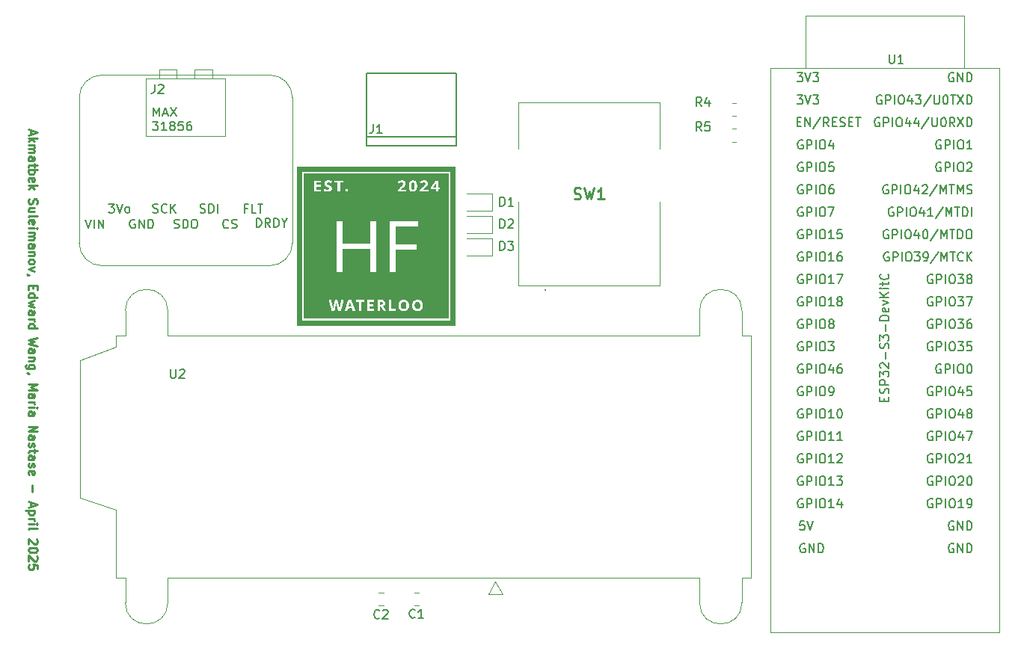
<source format=gbr>
%TF.GenerationSoftware,KiCad,Pcbnew,9.0.0*%
%TF.CreationDate,2025-04-12T21:06:23-04:00*%
%TF.ProjectId,phoenix_v1,70686f65-6e69-4785-9f76-312e6b696361,v2*%
%TF.SameCoordinates,Original*%
%TF.FileFunction,Legend,Top*%
%TF.FilePolarity,Positive*%
%FSLAX46Y46*%
G04 Gerber Fmt 4.6, Leading zero omitted, Abs format (unit mm)*
G04 Created by KiCad (PCBNEW 9.0.0) date 2025-04-12 21:06:23*
%MOMM*%
%LPD*%
G01*
G04 APERTURE LIST*
%ADD10C,0.250000*%
%ADD11C,0.150000*%
%ADD12C,0.190500*%
%ADD13C,0.152400*%
%ADD14C,0.254000*%
%ADD15C,0.000000*%
%ADD16C,0.120000*%
%ADD17C,0.050000*%
%ADD18C,0.100000*%
%ADD19C,0.127000*%
G04 APERTURE END LIST*
D10*
X79921095Y-65854949D02*
X79921095Y-66331139D01*
X79635380Y-65759711D02*
X80635380Y-66093044D01*
X80635380Y-66093044D02*
X79635380Y-66426377D01*
X79635380Y-66759711D02*
X80635380Y-66759711D01*
X80016333Y-66854949D02*
X79635380Y-67140663D01*
X80302047Y-67140663D02*
X79921095Y-66759711D01*
X79635380Y-67569235D02*
X80302047Y-67569235D01*
X80206809Y-67569235D02*
X80254428Y-67616854D01*
X80254428Y-67616854D02*
X80302047Y-67712092D01*
X80302047Y-67712092D02*
X80302047Y-67854949D01*
X80302047Y-67854949D02*
X80254428Y-67950187D01*
X80254428Y-67950187D02*
X80159190Y-67997806D01*
X80159190Y-67997806D02*
X79635380Y-67997806D01*
X80159190Y-67997806D02*
X80254428Y-68045425D01*
X80254428Y-68045425D02*
X80302047Y-68140663D01*
X80302047Y-68140663D02*
X80302047Y-68283520D01*
X80302047Y-68283520D02*
X80254428Y-68378759D01*
X80254428Y-68378759D02*
X80159190Y-68426378D01*
X80159190Y-68426378D02*
X79635380Y-68426378D01*
X79635380Y-69331139D02*
X80159190Y-69331139D01*
X80159190Y-69331139D02*
X80254428Y-69283520D01*
X80254428Y-69283520D02*
X80302047Y-69188282D01*
X80302047Y-69188282D02*
X80302047Y-68997806D01*
X80302047Y-68997806D02*
X80254428Y-68902568D01*
X79683000Y-69331139D02*
X79635380Y-69235901D01*
X79635380Y-69235901D02*
X79635380Y-68997806D01*
X79635380Y-68997806D02*
X79683000Y-68902568D01*
X79683000Y-68902568D02*
X79778238Y-68854949D01*
X79778238Y-68854949D02*
X79873476Y-68854949D01*
X79873476Y-68854949D02*
X79968714Y-68902568D01*
X79968714Y-68902568D02*
X80016333Y-68997806D01*
X80016333Y-68997806D02*
X80016333Y-69235901D01*
X80016333Y-69235901D02*
X80063952Y-69331139D01*
X80302047Y-69664473D02*
X80302047Y-70045425D01*
X80635380Y-69807330D02*
X79778238Y-69807330D01*
X79778238Y-69807330D02*
X79683000Y-69854949D01*
X79683000Y-69854949D02*
X79635380Y-69950187D01*
X79635380Y-69950187D02*
X79635380Y-70045425D01*
X79635380Y-70378759D02*
X80635380Y-70378759D01*
X80254428Y-70378759D02*
X80302047Y-70473997D01*
X80302047Y-70473997D02*
X80302047Y-70664473D01*
X80302047Y-70664473D02*
X80254428Y-70759711D01*
X80254428Y-70759711D02*
X80206809Y-70807330D01*
X80206809Y-70807330D02*
X80111571Y-70854949D01*
X80111571Y-70854949D02*
X79825857Y-70854949D01*
X79825857Y-70854949D02*
X79730619Y-70807330D01*
X79730619Y-70807330D02*
X79683000Y-70759711D01*
X79683000Y-70759711D02*
X79635380Y-70664473D01*
X79635380Y-70664473D02*
X79635380Y-70473997D01*
X79635380Y-70473997D02*
X79683000Y-70378759D01*
X79683000Y-71664473D02*
X79635380Y-71569235D01*
X79635380Y-71569235D02*
X79635380Y-71378759D01*
X79635380Y-71378759D02*
X79683000Y-71283521D01*
X79683000Y-71283521D02*
X79778238Y-71235902D01*
X79778238Y-71235902D02*
X80159190Y-71235902D01*
X80159190Y-71235902D02*
X80254428Y-71283521D01*
X80254428Y-71283521D02*
X80302047Y-71378759D01*
X80302047Y-71378759D02*
X80302047Y-71569235D01*
X80302047Y-71569235D02*
X80254428Y-71664473D01*
X80254428Y-71664473D02*
X80159190Y-71712092D01*
X80159190Y-71712092D02*
X80063952Y-71712092D01*
X80063952Y-71712092D02*
X79968714Y-71235902D01*
X79635380Y-72140664D02*
X80635380Y-72140664D01*
X80016333Y-72235902D02*
X79635380Y-72521616D01*
X80302047Y-72521616D02*
X79921095Y-72140664D01*
X79683000Y-73664474D02*
X79635380Y-73807331D01*
X79635380Y-73807331D02*
X79635380Y-74045426D01*
X79635380Y-74045426D02*
X79683000Y-74140664D01*
X79683000Y-74140664D02*
X79730619Y-74188283D01*
X79730619Y-74188283D02*
X79825857Y-74235902D01*
X79825857Y-74235902D02*
X79921095Y-74235902D01*
X79921095Y-74235902D02*
X80016333Y-74188283D01*
X80016333Y-74188283D02*
X80063952Y-74140664D01*
X80063952Y-74140664D02*
X80111571Y-74045426D01*
X80111571Y-74045426D02*
X80159190Y-73854950D01*
X80159190Y-73854950D02*
X80206809Y-73759712D01*
X80206809Y-73759712D02*
X80254428Y-73712093D01*
X80254428Y-73712093D02*
X80349666Y-73664474D01*
X80349666Y-73664474D02*
X80444904Y-73664474D01*
X80444904Y-73664474D02*
X80540142Y-73712093D01*
X80540142Y-73712093D02*
X80587761Y-73759712D01*
X80587761Y-73759712D02*
X80635380Y-73854950D01*
X80635380Y-73854950D02*
X80635380Y-74093045D01*
X80635380Y-74093045D02*
X80587761Y-74235902D01*
X80302047Y-75093045D02*
X79635380Y-75093045D01*
X80302047Y-74664474D02*
X79778238Y-74664474D01*
X79778238Y-74664474D02*
X79683000Y-74712093D01*
X79683000Y-74712093D02*
X79635380Y-74807331D01*
X79635380Y-74807331D02*
X79635380Y-74950188D01*
X79635380Y-74950188D02*
X79683000Y-75045426D01*
X79683000Y-75045426D02*
X79730619Y-75093045D01*
X79635380Y-75712093D02*
X79683000Y-75616855D01*
X79683000Y-75616855D02*
X79778238Y-75569236D01*
X79778238Y-75569236D02*
X80635380Y-75569236D01*
X79683000Y-76473998D02*
X79635380Y-76378760D01*
X79635380Y-76378760D02*
X79635380Y-76188284D01*
X79635380Y-76188284D02*
X79683000Y-76093046D01*
X79683000Y-76093046D02*
X79778238Y-76045427D01*
X79778238Y-76045427D02*
X80159190Y-76045427D01*
X80159190Y-76045427D02*
X80254428Y-76093046D01*
X80254428Y-76093046D02*
X80302047Y-76188284D01*
X80302047Y-76188284D02*
X80302047Y-76378760D01*
X80302047Y-76378760D02*
X80254428Y-76473998D01*
X80254428Y-76473998D02*
X80159190Y-76521617D01*
X80159190Y-76521617D02*
X80063952Y-76521617D01*
X80063952Y-76521617D02*
X79968714Y-76045427D01*
X79635380Y-76950189D02*
X80302047Y-76950189D01*
X80635380Y-76950189D02*
X80587761Y-76902570D01*
X80587761Y-76902570D02*
X80540142Y-76950189D01*
X80540142Y-76950189D02*
X80587761Y-76997808D01*
X80587761Y-76997808D02*
X80635380Y-76950189D01*
X80635380Y-76950189D02*
X80540142Y-76950189D01*
X79635380Y-77426379D02*
X80302047Y-77426379D01*
X80206809Y-77426379D02*
X80254428Y-77473998D01*
X80254428Y-77473998D02*
X80302047Y-77569236D01*
X80302047Y-77569236D02*
X80302047Y-77712093D01*
X80302047Y-77712093D02*
X80254428Y-77807331D01*
X80254428Y-77807331D02*
X80159190Y-77854950D01*
X80159190Y-77854950D02*
X79635380Y-77854950D01*
X80159190Y-77854950D02*
X80254428Y-77902569D01*
X80254428Y-77902569D02*
X80302047Y-77997807D01*
X80302047Y-77997807D02*
X80302047Y-78140664D01*
X80302047Y-78140664D02*
X80254428Y-78235903D01*
X80254428Y-78235903D02*
X80159190Y-78283522D01*
X80159190Y-78283522D02*
X79635380Y-78283522D01*
X79635380Y-79188283D02*
X80159190Y-79188283D01*
X80159190Y-79188283D02*
X80254428Y-79140664D01*
X80254428Y-79140664D02*
X80302047Y-79045426D01*
X80302047Y-79045426D02*
X80302047Y-78854950D01*
X80302047Y-78854950D02*
X80254428Y-78759712D01*
X79683000Y-79188283D02*
X79635380Y-79093045D01*
X79635380Y-79093045D02*
X79635380Y-78854950D01*
X79635380Y-78854950D02*
X79683000Y-78759712D01*
X79683000Y-78759712D02*
X79778238Y-78712093D01*
X79778238Y-78712093D02*
X79873476Y-78712093D01*
X79873476Y-78712093D02*
X79968714Y-78759712D01*
X79968714Y-78759712D02*
X80016333Y-78854950D01*
X80016333Y-78854950D02*
X80016333Y-79093045D01*
X80016333Y-79093045D02*
X80063952Y-79188283D01*
X80302047Y-79664474D02*
X79635380Y-79664474D01*
X80206809Y-79664474D02*
X80254428Y-79712093D01*
X80254428Y-79712093D02*
X80302047Y-79807331D01*
X80302047Y-79807331D02*
X80302047Y-79950188D01*
X80302047Y-79950188D02*
X80254428Y-80045426D01*
X80254428Y-80045426D02*
X80159190Y-80093045D01*
X80159190Y-80093045D02*
X79635380Y-80093045D01*
X79635380Y-80712093D02*
X79683000Y-80616855D01*
X79683000Y-80616855D02*
X79730619Y-80569236D01*
X79730619Y-80569236D02*
X79825857Y-80521617D01*
X79825857Y-80521617D02*
X80111571Y-80521617D01*
X80111571Y-80521617D02*
X80206809Y-80569236D01*
X80206809Y-80569236D02*
X80254428Y-80616855D01*
X80254428Y-80616855D02*
X80302047Y-80712093D01*
X80302047Y-80712093D02*
X80302047Y-80854950D01*
X80302047Y-80854950D02*
X80254428Y-80950188D01*
X80254428Y-80950188D02*
X80206809Y-80997807D01*
X80206809Y-80997807D02*
X80111571Y-81045426D01*
X80111571Y-81045426D02*
X79825857Y-81045426D01*
X79825857Y-81045426D02*
X79730619Y-80997807D01*
X79730619Y-80997807D02*
X79683000Y-80950188D01*
X79683000Y-80950188D02*
X79635380Y-80854950D01*
X79635380Y-80854950D02*
X79635380Y-80712093D01*
X80302047Y-81378760D02*
X79635380Y-81616855D01*
X79635380Y-81616855D02*
X80302047Y-81854950D01*
X79683000Y-82283522D02*
X79635380Y-82283522D01*
X79635380Y-82283522D02*
X79540142Y-82235903D01*
X79540142Y-82235903D02*
X79492523Y-82188284D01*
X80159190Y-83473998D02*
X80159190Y-83807331D01*
X79635380Y-83950188D02*
X79635380Y-83473998D01*
X79635380Y-83473998D02*
X80635380Y-83473998D01*
X80635380Y-83473998D02*
X80635380Y-83950188D01*
X79635380Y-84807331D02*
X80635380Y-84807331D01*
X79683000Y-84807331D02*
X79635380Y-84712093D01*
X79635380Y-84712093D02*
X79635380Y-84521617D01*
X79635380Y-84521617D02*
X79683000Y-84426379D01*
X79683000Y-84426379D02*
X79730619Y-84378760D01*
X79730619Y-84378760D02*
X79825857Y-84331141D01*
X79825857Y-84331141D02*
X80111571Y-84331141D01*
X80111571Y-84331141D02*
X80206809Y-84378760D01*
X80206809Y-84378760D02*
X80254428Y-84426379D01*
X80254428Y-84426379D02*
X80302047Y-84521617D01*
X80302047Y-84521617D02*
X80302047Y-84712093D01*
X80302047Y-84712093D02*
X80254428Y-84807331D01*
X80302047Y-85188284D02*
X79635380Y-85378760D01*
X79635380Y-85378760D02*
X80111571Y-85569236D01*
X80111571Y-85569236D02*
X79635380Y-85759712D01*
X79635380Y-85759712D02*
X80302047Y-85950188D01*
X79635380Y-86759712D02*
X80159190Y-86759712D01*
X80159190Y-86759712D02*
X80254428Y-86712093D01*
X80254428Y-86712093D02*
X80302047Y-86616855D01*
X80302047Y-86616855D02*
X80302047Y-86426379D01*
X80302047Y-86426379D02*
X80254428Y-86331141D01*
X79683000Y-86759712D02*
X79635380Y-86664474D01*
X79635380Y-86664474D02*
X79635380Y-86426379D01*
X79635380Y-86426379D02*
X79683000Y-86331141D01*
X79683000Y-86331141D02*
X79778238Y-86283522D01*
X79778238Y-86283522D02*
X79873476Y-86283522D01*
X79873476Y-86283522D02*
X79968714Y-86331141D01*
X79968714Y-86331141D02*
X80016333Y-86426379D01*
X80016333Y-86426379D02*
X80016333Y-86664474D01*
X80016333Y-86664474D02*
X80063952Y-86759712D01*
X79635380Y-87235903D02*
X80302047Y-87235903D01*
X80111571Y-87235903D02*
X80206809Y-87283522D01*
X80206809Y-87283522D02*
X80254428Y-87331141D01*
X80254428Y-87331141D02*
X80302047Y-87426379D01*
X80302047Y-87426379D02*
X80302047Y-87521617D01*
X79635380Y-88283522D02*
X80635380Y-88283522D01*
X79683000Y-88283522D02*
X79635380Y-88188284D01*
X79635380Y-88188284D02*
X79635380Y-87997808D01*
X79635380Y-87997808D02*
X79683000Y-87902570D01*
X79683000Y-87902570D02*
X79730619Y-87854951D01*
X79730619Y-87854951D02*
X79825857Y-87807332D01*
X79825857Y-87807332D02*
X80111571Y-87807332D01*
X80111571Y-87807332D02*
X80206809Y-87854951D01*
X80206809Y-87854951D02*
X80254428Y-87902570D01*
X80254428Y-87902570D02*
X80302047Y-87997808D01*
X80302047Y-87997808D02*
X80302047Y-88188284D01*
X80302047Y-88188284D02*
X80254428Y-88283522D01*
X80635380Y-89426380D02*
X79635380Y-89664475D01*
X79635380Y-89664475D02*
X80349666Y-89854951D01*
X80349666Y-89854951D02*
X79635380Y-90045427D01*
X79635380Y-90045427D02*
X80635380Y-90283523D01*
X79635380Y-91093046D02*
X80159190Y-91093046D01*
X80159190Y-91093046D02*
X80254428Y-91045427D01*
X80254428Y-91045427D02*
X80302047Y-90950189D01*
X80302047Y-90950189D02*
X80302047Y-90759713D01*
X80302047Y-90759713D02*
X80254428Y-90664475D01*
X79683000Y-91093046D02*
X79635380Y-90997808D01*
X79635380Y-90997808D02*
X79635380Y-90759713D01*
X79635380Y-90759713D02*
X79683000Y-90664475D01*
X79683000Y-90664475D02*
X79778238Y-90616856D01*
X79778238Y-90616856D02*
X79873476Y-90616856D01*
X79873476Y-90616856D02*
X79968714Y-90664475D01*
X79968714Y-90664475D02*
X80016333Y-90759713D01*
X80016333Y-90759713D02*
X80016333Y-90997808D01*
X80016333Y-90997808D02*
X80063952Y-91093046D01*
X80302047Y-91569237D02*
X79635380Y-91569237D01*
X80206809Y-91569237D02*
X80254428Y-91616856D01*
X80254428Y-91616856D02*
X80302047Y-91712094D01*
X80302047Y-91712094D02*
X80302047Y-91854951D01*
X80302047Y-91854951D02*
X80254428Y-91950189D01*
X80254428Y-91950189D02*
X80159190Y-91997808D01*
X80159190Y-91997808D02*
X79635380Y-91997808D01*
X80302047Y-92902570D02*
X79492523Y-92902570D01*
X79492523Y-92902570D02*
X79397285Y-92854951D01*
X79397285Y-92854951D02*
X79349666Y-92807332D01*
X79349666Y-92807332D02*
X79302047Y-92712094D01*
X79302047Y-92712094D02*
X79302047Y-92569237D01*
X79302047Y-92569237D02*
X79349666Y-92473999D01*
X79683000Y-92902570D02*
X79635380Y-92807332D01*
X79635380Y-92807332D02*
X79635380Y-92616856D01*
X79635380Y-92616856D02*
X79683000Y-92521618D01*
X79683000Y-92521618D02*
X79730619Y-92473999D01*
X79730619Y-92473999D02*
X79825857Y-92426380D01*
X79825857Y-92426380D02*
X80111571Y-92426380D01*
X80111571Y-92426380D02*
X80206809Y-92473999D01*
X80206809Y-92473999D02*
X80254428Y-92521618D01*
X80254428Y-92521618D02*
X80302047Y-92616856D01*
X80302047Y-92616856D02*
X80302047Y-92807332D01*
X80302047Y-92807332D02*
X80254428Y-92902570D01*
X79683000Y-93426380D02*
X79635380Y-93426380D01*
X79635380Y-93426380D02*
X79540142Y-93378761D01*
X79540142Y-93378761D02*
X79492523Y-93331142D01*
X79635380Y-94616856D02*
X80635380Y-94616856D01*
X80635380Y-94616856D02*
X79921095Y-94950189D01*
X79921095Y-94950189D02*
X80635380Y-95283522D01*
X80635380Y-95283522D02*
X79635380Y-95283522D01*
X79635380Y-96188284D02*
X80159190Y-96188284D01*
X80159190Y-96188284D02*
X80254428Y-96140665D01*
X80254428Y-96140665D02*
X80302047Y-96045427D01*
X80302047Y-96045427D02*
X80302047Y-95854951D01*
X80302047Y-95854951D02*
X80254428Y-95759713D01*
X79683000Y-96188284D02*
X79635380Y-96093046D01*
X79635380Y-96093046D02*
X79635380Y-95854951D01*
X79635380Y-95854951D02*
X79683000Y-95759713D01*
X79683000Y-95759713D02*
X79778238Y-95712094D01*
X79778238Y-95712094D02*
X79873476Y-95712094D01*
X79873476Y-95712094D02*
X79968714Y-95759713D01*
X79968714Y-95759713D02*
X80016333Y-95854951D01*
X80016333Y-95854951D02*
X80016333Y-96093046D01*
X80016333Y-96093046D02*
X80063952Y-96188284D01*
X79635380Y-96664475D02*
X80302047Y-96664475D01*
X80111571Y-96664475D02*
X80206809Y-96712094D01*
X80206809Y-96712094D02*
X80254428Y-96759713D01*
X80254428Y-96759713D02*
X80302047Y-96854951D01*
X80302047Y-96854951D02*
X80302047Y-96950189D01*
X79635380Y-97283523D02*
X80302047Y-97283523D01*
X80635380Y-97283523D02*
X80587761Y-97235904D01*
X80587761Y-97235904D02*
X80540142Y-97283523D01*
X80540142Y-97283523D02*
X80587761Y-97331142D01*
X80587761Y-97331142D02*
X80635380Y-97283523D01*
X80635380Y-97283523D02*
X80540142Y-97283523D01*
X79635380Y-98188284D02*
X80159190Y-98188284D01*
X80159190Y-98188284D02*
X80254428Y-98140665D01*
X80254428Y-98140665D02*
X80302047Y-98045427D01*
X80302047Y-98045427D02*
X80302047Y-97854951D01*
X80302047Y-97854951D02*
X80254428Y-97759713D01*
X79683000Y-98188284D02*
X79635380Y-98093046D01*
X79635380Y-98093046D02*
X79635380Y-97854951D01*
X79635380Y-97854951D02*
X79683000Y-97759713D01*
X79683000Y-97759713D02*
X79778238Y-97712094D01*
X79778238Y-97712094D02*
X79873476Y-97712094D01*
X79873476Y-97712094D02*
X79968714Y-97759713D01*
X79968714Y-97759713D02*
X80016333Y-97854951D01*
X80016333Y-97854951D02*
X80016333Y-98093046D01*
X80016333Y-98093046D02*
X80063952Y-98188284D01*
X79635380Y-99426380D02*
X80635380Y-99426380D01*
X80635380Y-99426380D02*
X79635380Y-99997808D01*
X79635380Y-99997808D02*
X80635380Y-99997808D01*
X79635380Y-100902570D02*
X80159190Y-100902570D01*
X80159190Y-100902570D02*
X80254428Y-100854951D01*
X80254428Y-100854951D02*
X80302047Y-100759713D01*
X80302047Y-100759713D02*
X80302047Y-100569237D01*
X80302047Y-100569237D02*
X80254428Y-100473999D01*
X79683000Y-100902570D02*
X79635380Y-100807332D01*
X79635380Y-100807332D02*
X79635380Y-100569237D01*
X79635380Y-100569237D02*
X79683000Y-100473999D01*
X79683000Y-100473999D02*
X79778238Y-100426380D01*
X79778238Y-100426380D02*
X79873476Y-100426380D01*
X79873476Y-100426380D02*
X79968714Y-100473999D01*
X79968714Y-100473999D02*
X80016333Y-100569237D01*
X80016333Y-100569237D02*
X80016333Y-100807332D01*
X80016333Y-100807332D02*
X80063952Y-100902570D01*
X79683000Y-101331142D02*
X79635380Y-101426380D01*
X79635380Y-101426380D02*
X79635380Y-101616856D01*
X79635380Y-101616856D02*
X79683000Y-101712094D01*
X79683000Y-101712094D02*
X79778238Y-101759713D01*
X79778238Y-101759713D02*
X79825857Y-101759713D01*
X79825857Y-101759713D02*
X79921095Y-101712094D01*
X79921095Y-101712094D02*
X79968714Y-101616856D01*
X79968714Y-101616856D02*
X79968714Y-101473999D01*
X79968714Y-101473999D02*
X80016333Y-101378761D01*
X80016333Y-101378761D02*
X80111571Y-101331142D01*
X80111571Y-101331142D02*
X80159190Y-101331142D01*
X80159190Y-101331142D02*
X80254428Y-101378761D01*
X80254428Y-101378761D02*
X80302047Y-101473999D01*
X80302047Y-101473999D02*
X80302047Y-101616856D01*
X80302047Y-101616856D02*
X80254428Y-101712094D01*
X80302047Y-102045428D02*
X80302047Y-102426380D01*
X80635380Y-102188285D02*
X79778238Y-102188285D01*
X79778238Y-102188285D02*
X79683000Y-102235904D01*
X79683000Y-102235904D02*
X79635380Y-102331142D01*
X79635380Y-102331142D02*
X79635380Y-102426380D01*
X79635380Y-103188285D02*
X80159190Y-103188285D01*
X80159190Y-103188285D02*
X80254428Y-103140666D01*
X80254428Y-103140666D02*
X80302047Y-103045428D01*
X80302047Y-103045428D02*
X80302047Y-102854952D01*
X80302047Y-102854952D02*
X80254428Y-102759714D01*
X79683000Y-103188285D02*
X79635380Y-103093047D01*
X79635380Y-103093047D02*
X79635380Y-102854952D01*
X79635380Y-102854952D02*
X79683000Y-102759714D01*
X79683000Y-102759714D02*
X79778238Y-102712095D01*
X79778238Y-102712095D02*
X79873476Y-102712095D01*
X79873476Y-102712095D02*
X79968714Y-102759714D01*
X79968714Y-102759714D02*
X80016333Y-102854952D01*
X80016333Y-102854952D02*
X80016333Y-103093047D01*
X80016333Y-103093047D02*
X80063952Y-103188285D01*
X79683000Y-103616857D02*
X79635380Y-103712095D01*
X79635380Y-103712095D02*
X79635380Y-103902571D01*
X79635380Y-103902571D02*
X79683000Y-103997809D01*
X79683000Y-103997809D02*
X79778238Y-104045428D01*
X79778238Y-104045428D02*
X79825857Y-104045428D01*
X79825857Y-104045428D02*
X79921095Y-103997809D01*
X79921095Y-103997809D02*
X79968714Y-103902571D01*
X79968714Y-103902571D02*
X79968714Y-103759714D01*
X79968714Y-103759714D02*
X80016333Y-103664476D01*
X80016333Y-103664476D02*
X80111571Y-103616857D01*
X80111571Y-103616857D02*
X80159190Y-103616857D01*
X80159190Y-103616857D02*
X80254428Y-103664476D01*
X80254428Y-103664476D02*
X80302047Y-103759714D01*
X80302047Y-103759714D02*
X80302047Y-103902571D01*
X80302047Y-103902571D02*
X80254428Y-103997809D01*
X79683000Y-104854952D02*
X79635380Y-104759714D01*
X79635380Y-104759714D02*
X79635380Y-104569238D01*
X79635380Y-104569238D02*
X79683000Y-104474000D01*
X79683000Y-104474000D02*
X79778238Y-104426381D01*
X79778238Y-104426381D02*
X80159190Y-104426381D01*
X80159190Y-104426381D02*
X80254428Y-104474000D01*
X80254428Y-104474000D02*
X80302047Y-104569238D01*
X80302047Y-104569238D02*
X80302047Y-104759714D01*
X80302047Y-104759714D02*
X80254428Y-104854952D01*
X80254428Y-104854952D02*
X80159190Y-104902571D01*
X80159190Y-104902571D02*
X80063952Y-104902571D01*
X80063952Y-104902571D02*
X79968714Y-104426381D01*
X80016333Y-106093048D02*
X80016333Y-106854953D01*
X79921095Y-108045429D02*
X79921095Y-108521619D01*
X79635380Y-107950191D02*
X80635380Y-108283524D01*
X80635380Y-108283524D02*
X79635380Y-108616857D01*
X80302047Y-108950191D02*
X79302047Y-108950191D01*
X80254428Y-108950191D02*
X80302047Y-109045429D01*
X80302047Y-109045429D02*
X80302047Y-109235905D01*
X80302047Y-109235905D02*
X80254428Y-109331143D01*
X80254428Y-109331143D02*
X80206809Y-109378762D01*
X80206809Y-109378762D02*
X80111571Y-109426381D01*
X80111571Y-109426381D02*
X79825857Y-109426381D01*
X79825857Y-109426381D02*
X79730619Y-109378762D01*
X79730619Y-109378762D02*
X79683000Y-109331143D01*
X79683000Y-109331143D02*
X79635380Y-109235905D01*
X79635380Y-109235905D02*
X79635380Y-109045429D01*
X79635380Y-109045429D02*
X79683000Y-108950191D01*
X79635380Y-109854953D02*
X80302047Y-109854953D01*
X80111571Y-109854953D02*
X80206809Y-109902572D01*
X80206809Y-109902572D02*
X80254428Y-109950191D01*
X80254428Y-109950191D02*
X80302047Y-110045429D01*
X80302047Y-110045429D02*
X80302047Y-110140667D01*
X79635380Y-110474001D02*
X80302047Y-110474001D01*
X80635380Y-110474001D02*
X80587761Y-110426382D01*
X80587761Y-110426382D02*
X80540142Y-110474001D01*
X80540142Y-110474001D02*
X80587761Y-110521620D01*
X80587761Y-110521620D02*
X80635380Y-110474001D01*
X80635380Y-110474001D02*
X80540142Y-110474001D01*
X79635380Y-111093048D02*
X79683000Y-110997810D01*
X79683000Y-110997810D02*
X79778238Y-110950191D01*
X79778238Y-110950191D02*
X80635380Y-110950191D01*
X80540142Y-112188287D02*
X80587761Y-112235906D01*
X80587761Y-112235906D02*
X80635380Y-112331144D01*
X80635380Y-112331144D02*
X80635380Y-112569239D01*
X80635380Y-112569239D02*
X80587761Y-112664477D01*
X80587761Y-112664477D02*
X80540142Y-112712096D01*
X80540142Y-112712096D02*
X80444904Y-112759715D01*
X80444904Y-112759715D02*
X80349666Y-112759715D01*
X80349666Y-112759715D02*
X80206809Y-112712096D01*
X80206809Y-112712096D02*
X79635380Y-112140668D01*
X79635380Y-112140668D02*
X79635380Y-112759715D01*
X80635380Y-113378763D02*
X80635380Y-113474001D01*
X80635380Y-113474001D02*
X80587761Y-113569239D01*
X80587761Y-113569239D02*
X80540142Y-113616858D01*
X80540142Y-113616858D02*
X80444904Y-113664477D01*
X80444904Y-113664477D02*
X80254428Y-113712096D01*
X80254428Y-113712096D02*
X80016333Y-113712096D01*
X80016333Y-113712096D02*
X79825857Y-113664477D01*
X79825857Y-113664477D02*
X79730619Y-113616858D01*
X79730619Y-113616858D02*
X79683000Y-113569239D01*
X79683000Y-113569239D02*
X79635380Y-113474001D01*
X79635380Y-113474001D02*
X79635380Y-113378763D01*
X79635380Y-113378763D02*
X79683000Y-113283525D01*
X79683000Y-113283525D02*
X79730619Y-113235906D01*
X79730619Y-113235906D02*
X79825857Y-113188287D01*
X79825857Y-113188287D02*
X80016333Y-113140668D01*
X80016333Y-113140668D02*
X80254428Y-113140668D01*
X80254428Y-113140668D02*
X80444904Y-113188287D01*
X80444904Y-113188287D02*
X80540142Y-113235906D01*
X80540142Y-113235906D02*
X80587761Y-113283525D01*
X80587761Y-113283525D02*
X80635380Y-113378763D01*
X80540142Y-114093049D02*
X80587761Y-114140668D01*
X80587761Y-114140668D02*
X80635380Y-114235906D01*
X80635380Y-114235906D02*
X80635380Y-114474001D01*
X80635380Y-114474001D02*
X80587761Y-114569239D01*
X80587761Y-114569239D02*
X80540142Y-114616858D01*
X80540142Y-114616858D02*
X80444904Y-114664477D01*
X80444904Y-114664477D02*
X80349666Y-114664477D01*
X80349666Y-114664477D02*
X80206809Y-114616858D01*
X80206809Y-114616858D02*
X79635380Y-114045430D01*
X79635380Y-114045430D02*
X79635380Y-114664477D01*
X80635380Y-115569239D02*
X80635380Y-115093049D01*
X80635380Y-115093049D02*
X80159190Y-115045430D01*
X80159190Y-115045430D02*
X80206809Y-115093049D01*
X80206809Y-115093049D02*
X80254428Y-115188287D01*
X80254428Y-115188287D02*
X80254428Y-115426382D01*
X80254428Y-115426382D02*
X80206809Y-115521620D01*
X80206809Y-115521620D02*
X80159190Y-115569239D01*
X80159190Y-115569239D02*
X80063952Y-115616858D01*
X80063952Y-115616858D02*
X79825857Y-115616858D01*
X79825857Y-115616858D02*
X79730619Y-115569239D01*
X79730619Y-115569239D02*
X79683000Y-115521620D01*
X79683000Y-115521620D02*
X79635380Y-115426382D01*
X79635380Y-115426382D02*
X79635380Y-115188287D01*
X79635380Y-115188287D02*
X79683000Y-115093049D01*
X79683000Y-115093049D02*
X79730619Y-115045430D01*
D11*
X133011905Y-79454819D02*
X133011905Y-78454819D01*
X133011905Y-78454819D02*
X133250000Y-78454819D01*
X133250000Y-78454819D02*
X133392857Y-78502438D01*
X133392857Y-78502438D02*
X133488095Y-78597676D01*
X133488095Y-78597676D02*
X133535714Y-78692914D01*
X133535714Y-78692914D02*
X133583333Y-78883390D01*
X133583333Y-78883390D02*
X133583333Y-79026247D01*
X133583333Y-79026247D02*
X133535714Y-79216723D01*
X133535714Y-79216723D02*
X133488095Y-79311961D01*
X133488095Y-79311961D02*
X133392857Y-79407200D01*
X133392857Y-79407200D02*
X133250000Y-79454819D01*
X133250000Y-79454819D02*
X133011905Y-79454819D01*
X133916667Y-78454819D02*
X134535714Y-78454819D01*
X134535714Y-78454819D02*
X134202381Y-78835771D01*
X134202381Y-78835771D02*
X134345238Y-78835771D01*
X134345238Y-78835771D02*
X134440476Y-78883390D01*
X134440476Y-78883390D02*
X134488095Y-78931009D01*
X134488095Y-78931009D02*
X134535714Y-79026247D01*
X134535714Y-79026247D02*
X134535714Y-79264342D01*
X134535714Y-79264342D02*
X134488095Y-79359580D01*
X134488095Y-79359580D02*
X134440476Y-79407200D01*
X134440476Y-79407200D02*
X134345238Y-79454819D01*
X134345238Y-79454819D02*
X134059524Y-79454819D01*
X134059524Y-79454819D02*
X133964286Y-79407200D01*
X133964286Y-79407200D02*
X133916667Y-79359580D01*
X133011905Y-74454819D02*
X133011905Y-73454819D01*
X133011905Y-73454819D02*
X133250000Y-73454819D01*
X133250000Y-73454819D02*
X133392857Y-73502438D01*
X133392857Y-73502438D02*
X133488095Y-73597676D01*
X133488095Y-73597676D02*
X133535714Y-73692914D01*
X133535714Y-73692914D02*
X133583333Y-73883390D01*
X133583333Y-73883390D02*
X133583333Y-74026247D01*
X133583333Y-74026247D02*
X133535714Y-74216723D01*
X133535714Y-74216723D02*
X133488095Y-74311961D01*
X133488095Y-74311961D02*
X133392857Y-74407200D01*
X133392857Y-74407200D02*
X133250000Y-74454819D01*
X133250000Y-74454819D02*
X133011905Y-74454819D01*
X134535714Y-74454819D02*
X133964286Y-74454819D01*
X134250000Y-74454819D02*
X134250000Y-73454819D01*
X134250000Y-73454819D02*
X134154762Y-73597676D01*
X134154762Y-73597676D02*
X134059524Y-73692914D01*
X134059524Y-73692914D02*
X133964286Y-73740533D01*
X133011905Y-76954819D02*
X133011905Y-75954819D01*
X133011905Y-75954819D02*
X133250000Y-75954819D01*
X133250000Y-75954819D02*
X133392857Y-76002438D01*
X133392857Y-76002438D02*
X133488095Y-76097676D01*
X133488095Y-76097676D02*
X133535714Y-76192914D01*
X133535714Y-76192914D02*
X133583333Y-76383390D01*
X133583333Y-76383390D02*
X133583333Y-76526247D01*
X133583333Y-76526247D02*
X133535714Y-76716723D01*
X133535714Y-76716723D02*
X133488095Y-76811961D01*
X133488095Y-76811961D02*
X133392857Y-76907200D01*
X133392857Y-76907200D02*
X133250000Y-76954819D01*
X133250000Y-76954819D02*
X133011905Y-76954819D01*
X133964286Y-76050057D02*
X134011905Y-76002438D01*
X134011905Y-76002438D02*
X134107143Y-75954819D01*
X134107143Y-75954819D02*
X134345238Y-75954819D01*
X134345238Y-75954819D02*
X134440476Y-76002438D01*
X134440476Y-76002438D02*
X134488095Y-76050057D01*
X134488095Y-76050057D02*
X134535714Y-76145295D01*
X134535714Y-76145295D02*
X134535714Y-76240533D01*
X134535714Y-76240533D02*
X134488095Y-76383390D01*
X134488095Y-76383390D02*
X133916667Y-76954819D01*
X133916667Y-76954819D02*
X134535714Y-76954819D01*
X93916666Y-60704819D02*
X93916666Y-61419104D01*
X93916666Y-61419104D02*
X93869047Y-61561961D01*
X93869047Y-61561961D02*
X93773809Y-61657200D01*
X93773809Y-61657200D02*
X93630952Y-61704819D01*
X93630952Y-61704819D02*
X93535714Y-61704819D01*
X94345238Y-60800057D02*
X94392857Y-60752438D01*
X94392857Y-60752438D02*
X94488095Y-60704819D01*
X94488095Y-60704819D02*
X94726190Y-60704819D01*
X94726190Y-60704819D02*
X94821428Y-60752438D01*
X94821428Y-60752438D02*
X94869047Y-60800057D01*
X94869047Y-60800057D02*
X94916666Y-60895295D01*
X94916666Y-60895295D02*
X94916666Y-60990533D01*
X94916666Y-60990533D02*
X94869047Y-61133390D01*
X94869047Y-61133390D02*
X94297619Y-61704819D01*
X94297619Y-61704819D02*
X94916666Y-61704819D01*
D12*
X93799737Y-64277455D02*
X93799737Y-63277455D01*
X93799737Y-63277455D02*
X94133070Y-63991740D01*
X94133070Y-63991740D02*
X94466403Y-63277455D01*
X94466403Y-63277455D02*
X94466403Y-64277455D01*
X94894975Y-63991740D02*
X95371165Y-63991740D01*
X94799737Y-64277455D02*
X95133070Y-63277455D01*
X95133070Y-63277455D02*
X95466403Y-64277455D01*
X95704499Y-63277455D02*
X96371165Y-64277455D01*
X96371165Y-63277455D02*
X95704499Y-64277455D01*
X93704499Y-64887399D02*
X94323546Y-64887399D01*
X94323546Y-64887399D02*
X93990213Y-65268351D01*
X93990213Y-65268351D02*
X94133070Y-65268351D01*
X94133070Y-65268351D02*
X94228308Y-65315970D01*
X94228308Y-65315970D02*
X94275927Y-65363589D01*
X94275927Y-65363589D02*
X94323546Y-65458827D01*
X94323546Y-65458827D02*
X94323546Y-65696922D01*
X94323546Y-65696922D02*
X94275927Y-65792160D01*
X94275927Y-65792160D02*
X94228308Y-65839780D01*
X94228308Y-65839780D02*
X94133070Y-65887399D01*
X94133070Y-65887399D02*
X93847356Y-65887399D01*
X93847356Y-65887399D02*
X93752118Y-65839780D01*
X93752118Y-65839780D02*
X93704499Y-65792160D01*
X95275927Y-65887399D02*
X94704499Y-65887399D01*
X94990213Y-65887399D02*
X94990213Y-64887399D01*
X94990213Y-64887399D02*
X94894975Y-65030256D01*
X94894975Y-65030256D02*
X94799737Y-65125494D01*
X94799737Y-65125494D02*
X94704499Y-65173113D01*
X95847356Y-65315970D02*
X95752118Y-65268351D01*
X95752118Y-65268351D02*
X95704499Y-65220732D01*
X95704499Y-65220732D02*
X95656880Y-65125494D01*
X95656880Y-65125494D02*
X95656880Y-65077875D01*
X95656880Y-65077875D02*
X95704499Y-64982637D01*
X95704499Y-64982637D02*
X95752118Y-64935018D01*
X95752118Y-64935018D02*
X95847356Y-64887399D01*
X95847356Y-64887399D02*
X96037832Y-64887399D01*
X96037832Y-64887399D02*
X96133070Y-64935018D01*
X96133070Y-64935018D02*
X96180689Y-64982637D01*
X96180689Y-64982637D02*
X96228308Y-65077875D01*
X96228308Y-65077875D02*
X96228308Y-65125494D01*
X96228308Y-65125494D02*
X96180689Y-65220732D01*
X96180689Y-65220732D02*
X96133070Y-65268351D01*
X96133070Y-65268351D02*
X96037832Y-65315970D01*
X96037832Y-65315970D02*
X95847356Y-65315970D01*
X95847356Y-65315970D02*
X95752118Y-65363589D01*
X95752118Y-65363589D02*
X95704499Y-65411208D01*
X95704499Y-65411208D02*
X95656880Y-65506446D01*
X95656880Y-65506446D02*
X95656880Y-65696922D01*
X95656880Y-65696922D02*
X95704499Y-65792160D01*
X95704499Y-65792160D02*
X95752118Y-65839780D01*
X95752118Y-65839780D02*
X95847356Y-65887399D01*
X95847356Y-65887399D02*
X96037832Y-65887399D01*
X96037832Y-65887399D02*
X96133070Y-65839780D01*
X96133070Y-65839780D02*
X96180689Y-65792160D01*
X96180689Y-65792160D02*
X96228308Y-65696922D01*
X96228308Y-65696922D02*
X96228308Y-65506446D01*
X96228308Y-65506446D02*
X96180689Y-65411208D01*
X96180689Y-65411208D02*
X96133070Y-65363589D01*
X96133070Y-65363589D02*
X96037832Y-65315970D01*
X97133070Y-64887399D02*
X96656880Y-64887399D01*
X96656880Y-64887399D02*
X96609261Y-65363589D01*
X96609261Y-65363589D02*
X96656880Y-65315970D01*
X96656880Y-65315970D02*
X96752118Y-65268351D01*
X96752118Y-65268351D02*
X96990213Y-65268351D01*
X96990213Y-65268351D02*
X97085451Y-65315970D01*
X97085451Y-65315970D02*
X97133070Y-65363589D01*
X97133070Y-65363589D02*
X97180689Y-65458827D01*
X97180689Y-65458827D02*
X97180689Y-65696922D01*
X97180689Y-65696922D02*
X97133070Y-65792160D01*
X97133070Y-65792160D02*
X97085451Y-65839780D01*
X97085451Y-65839780D02*
X96990213Y-65887399D01*
X96990213Y-65887399D02*
X96752118Y-65887399D01*
X96752118Y-65887399D02*
X96656880Y-65839780D01*
X96656880Y-65839780D02*
X96609261Y-65792160D01*
X98037832Y-64887399D02*
X97847356Y-64887399D01*
X97847356Y-64887399D02*
X97752118Y-64935018D01*
X97752118Y-64935018D02*
X97704499Y-64982637D01*
X97704499Y-64982637D02*
X97609261Y-65125494D01*
X97609261Y-65125494D02*
X97561642Y-65315970D01*
X97561642Y-65315970D02*
X97561642Y-65696922D01*
X97561642Y-65696922D02*
X97609261Y-65792160D01*
X97609261Y-65792160D02*
X97656880Y-65839780D01*
X97656880Y-65839780D02*
X97752118Y-65887399D01*
X97752118Y-65887399D02*
X97942594Y-65887399D01*
X97942594Y-65887399D02*
X98037832Y-65839780D01*
X98037832Y-65839780D02*
X98085451Y-65792160D01*
X98085451Y-65792160D02*
X98133070Y-65696922D01*
X98133070Y-65696922D02*
X98133070Y-65458827D01*
X98133070Y-65458827D02*
X98085451Y-65363589D01*
X98085451Y-65363589D02*
X98037832Y-65315970D01*
X98037832Y-65315970D02*
X97942594Y-65268351D01*
X97942594Y-65268351D02*
X97752118Y-65268351D01*
X97752118Y-65268351D02*
X97656880Y-65315970D01*
X97656880Y-65315970D02*
X97609261Y-65363589D01*
X97609261Y-65363589D02*
X97561642Y-65458827D01*
D13*
X102269647Y-76879141D02*
X102222028Y-76926761D01*
X102222028Y-76926761D02*
X102079171Y-76974380D01*
X102079171Y-76974380D02*
X101983933Y-76974380D01*
X101983933Y-76974380D02*
X101841076Y-76926761D01*
X101841076Y-76926761D02*
X101745838Y-76831522D01*
X101745838Y-76831522D02*
X101698219Y-76736284D01*
X101698219Y-76736284D02*
X101650600Y-76545808D01*
X101650600Y-76545808D02*
X101650600Y-76402951D01*
X101650600Y-76402951D02*
X101698219Y-76212475D01*
X101698219Y-76212475D02*
X101745838Y-76117237D01*
X101745838Y-76117237D02*
X101841076Y-76021999D01*
X101841076Y-76021999D02*
X101983933Y-75974380D01*
X101983933Y-75974380D02*
X102079171Y-75974380D01*
X102079171Y-75974380D02*
X102222028Y-76021999D01*
X102222028Y-76021999D02*
X102269647Y-76069618D01*
X102650600Y-76926761D02*
X102793457Y-76974380D01*
X102793457Y-76974380D02*
X103031552Y-76974380D01*
X103031552Y-76974380D02*
X103126790Y-76926761D01*
X103126790Y-76926761D02*
X103174409Y-76879141D01*
X103174409Y-76879141D02*
X103222028Y-76783903D01*
X103222028Y-76783903D02*
X103222028Y-76688665D01*
X103222028Y-76688665D02*
X103174409Y-76593427D01*
X103174409Y-76593427D02*
X103126790Y-76545808D01*
X103126790Y-76545808D02*
X103031552Y-76498189D01*
X103031552Y-76498189D02*
X102841076Y-76450570D01*
X102841076Y-76450570D02*
X102745838Y-76402951D01*
X102745838Y-76402951D02*
X102698219Y-76355332D01*
X102698219Y-76355332D02*
X102650600Y-76260094D01*
X102650600Y-76260094D02*
X102650600Y-76164856D01*
X102650600Y-76164856D02*
X102698219Y-76069618D01*
X102698219Y-76069618D02*
X102745838Y-76021999D01*
X102745838Y-76021999D02*
X102841076Y-75974380D01*
X102841076Y-75974380D02*
X103079171Y-75974380D01*
X103079171Y-75974380D02*
X103222028Y-76021999D01*
X93730600Y-75176761D02*
X93873457Y-75224380D01*
X93873457Y-75224380D02*
X94111552Y-75224380D01*
X94111552Y-75224380D02*
X94206790Y-75176761D01*
X94206790Y-75176761D02*
X94254409Y-75129141D01*
X94254409Y-75129141D02*
X94302028Y-75033903D01*
X94302028Y-75033903D02*
X94302028Y-74938665D01*
X94302028Y-74938665D02*
X94254409Y-74843427D01*
X94254409Y-74843427D02*
X94206790Y-74795808D01*
X94206790Y-74795808D02*
X94111552Y-74748189D01*
X94111552Y-74748189D02*
X93921076Y-74700570D01*
X93921076Y-74700570D02*
X93825838Y-74652951D01*
X93825838Y-74652951D02*
X93778219Y-74605332D01*
X93778219Y-74605332D02*
X93730600Y-74510094D01*
X93730600Y-74510094D02*
X93730600Y-74414856D01*
X93730600Y-74414856D02*
X93778219Y-74319618D01*
X93778219Y-74319618D02*
X93825838Y-74271999D01*
X93825838Y-74271999D02*
X93921076Y-74224380D01*
X93921076Y-74224380D02*
X94159171Y-74224380D01*
X94159171Y-74224380D02*
X94302028Y-74271999D01*
X95302028Y-75129141D02*
X95254409Y-75176761D01*
X95254409Y-75176761D02*
X95111552Y-75224380D01*
X95111552Y-75224380D02*
X95016314Y-75224380D01*
X95016314Y-75224380D02*
X94873457Y-75176761D01*
X94873457Y-75176761D02*
X94778219Y-75081522D01*
X94778219Y-75081522D02*
X94730600Y-74986284D01*
X94730600Y-74986284D02*
X94682981Y-74795808D01*
X94682981Y-74795808D02*
X94682981Y-74652951D01*
X94682981Y-74652951D02*
X94730600Y-74462475D01*
X94730600Y-74462475D02*
X94778219Y-74367237D01*
X94778219Y-74367237D02*
X94873457Y-74271999D01*
X94873457Y-74271999D02*
X95016314Y-74224380D01*
X95016314Y-74224380D02*
X95111552Y-74224380D01*
X95111552Y-74224380D02*
X95254409Y-74271999D01*
X95254409Y-74271999D02*
X95302028Y-74319618D01*
X95730600Y-75224380D02*
X95730600Y-74224380D01*
X96302028Y-75224380D02*
X95873457Y-74652951D01*
X96302028Y-74224380D02*
X95730600Y-74795808D01*
X99072505Y-75176761D02*
X99215362Y-75224380D01*
X99215362Y-75224380D02*
X99453457Y-75224380D01*
X99453457Y-75224380D02*
X99548695Y-75176761D01*
X99548695Y-75176761D02*
X99596314Y-75129141D01*
X99596314Y-75129141D02*
X99643933Y-75033903D01*
X99643933Y-75033903D02*
X99643933Y-74938665D01*
X99643933Y-74938665D02*
X99596314Y-74843427D01*
X99596314Y-74843427D02*
X99548695Y-74795808D01*
X99548695Y-74795808D02*
X99453457Y-74748189D01*
X99453457Y-74748189D02*
X99262981Y-74700570D01*
X99262981Y-74700570D02*
X99167743Y-74652951D01*
X99167743Y-74652951D02*
X99120124Y-74605332D01*
X99120124Y-74605332D02*
X99072505Y-74510094D01*
X99072505Y-74510094D02*
X99072505Y-74414856D01*
X99072505Y-74414856D02*
X99120124Y-74319618D01*
X99120124Y-74319618D02*
X99167743Y-74271999D01*
X99167743Y-74271999D02*
X99262981Y-74224380D01*
X99262981Y-74224380D02*
X99501076Y-74224380D01*
X99501076Y-74224380D02*
X99643933Y-74271999D01*
X100072505Y-75224380D02*
X100072505Y-74224380D01*
X100072505Y-74224380D02*
X100310600Y-74224380D01*
X100310600Y-74224380D02*
X100453457Y-74271999D01*
X100453457Y-74271999D02*
X100548695Y-74367237D01*
X100548695Y-74367237D02*
X100596314Y-74462475D01*
X100596314Y-74462475D02*
X100643933Y-74652951D01*
X100643933Y-74652951D02*
X100643933Y-74795808D01*
X100643933Y-74795808D02*
X100596314Y-74986284D01*
X100596314Y-74986284D02*
X100548695Y-75081522D01*
X100548695Y-75081522D02*
X100453457Y-75176761D01*
X100453457Y-75176761D02*
X100310600Y-75224380D01*
X100310600Y-75224380D02*
X100072505Y-75224380D01*
X101072505Y-75224380D02*
X101072505Y-74224380D01*
X104406456Y-74700570D02*
X104073123Y-74700570D01*
X104073123Y-75224380D02*
X104073123Y-74224380D01*
X104073123Y-74224380D02*
X104549313Y-74224380D01*
X105406456Y-75224380D02*
X104930266Y-75224380D01*
X104930266Y-75224380D02*
X104930266Y-74224380D01*
X105596933Y-74224380D02*
X106168361Y-74224380D01*
X105882647Y-75224380D02*
X105882647Y-74224380D01*
X91674409Y-76021999D02*
X91579171Y-75974380D01*
X91579171Y-75974380D02*
X91436314Y-75974380D01*
X91436314Y-75974380D02*
X91293457Y-76021999D01*
X91293457Y-76021999D02*
X91198219Y-76117237D01*
X91198219Y-76117237D02*
X91150600Y-76212475D01*
X91150600Y-76212475D02*
X91102981Y-76402951D01*
X91102981Y-76402951D02*
X91102981Y-76545808D01*
X91102981Y-76545808D02*
X91150600Y-76736284D01*
X91150600Y-76736284D02*
X91198219Y-76831522D01*
X91198219Y-76831522D02*
X91293457Y-76926761D01*
X91293457Y-76926761D02*
X91436314Y-76974380D01*
X91436314Y-76974380D02*
X91531552Y-76974380D01*
X91531552Y-76974380D02*
X91674409Y-76926761D01*
X91674409Y-76926761D02*
X91722028Y-76879141D01*
X91722028Y-76879141D02*
X91722028Y-76545808D01*
X91722028Y-76545808D02*
X91531552Y-76545808D01*
X92150600Y-76974380D02*
X92150600Y-75974380D01*
X92150600Y-75974380D02*
X92722028Y-76974380D01*
X92722028Y-76974380D02*
X92722028Y-75974380D01*
X93198219Y-76974380D02*
X93198219Y-75974380D01*
X93198219Y-75974380D02*
X93436314Y-75974380D01*
X93436314Y-75974380D02*
X93579171Y-76021999D01*
X93579171Y-76021999D02*
X93674409Y-76117237D01*
X93674409Y-76117237D02*
X93722028Y-76212475D01*
X93722028Y-76212475D02*
X93769647Y-76402951D01*
X93769647Y-76402951D02*
X93769647Y-76545808D01*
X93769647Y-76545808D02*
X93722028Y-76736284D01*
X93722028Y-76736284D02*
X93674409Y-76831522D01*
X93674409Y-76831522D02*
X93579171Y-76926761D01*
X93579171Y-76926761D02*
X93436314Y-76974380D01*
X93436314Y-76974380D02*
X93198219Y-76974380D01*
X86091076Y-75974380D02*
X86424409Y-76974380D01*
X86424409Y-76974380D02*
X86757742Y-75974380D01*
X87091076Y-76974380D02*
X87091076Y-75974380D01*
X87567266Y-76974380D02*
X87567266Y-75974380D01*
X87567266Y-75974380D02*
X88138694Y-76974380D01*
X88138694Y-76974380D02*
X88138694Y-75974380D01*
X96126790Y-76926761D02*
X96269647Y-76974380D01*
X96269647Y-76974380D02*
X96507742Y-76974380D01*
X96507742Y-76974380D02*
X96602980Y-76926761D01*
X96602980Y-76926761D02*
X96650599Y-76879141D01*
X96650599Y-76879141D02*
X96698218Y-76783903D01*
X96698218Y-76783903D02*
X96698218Y-76688665D01*
X96698218Y-76688665D02*
X96650599Y-76593427D01*
X96650599Y-76593427D02*
X96602980Y-76545808D01*
X96602980Y-76545808D02*
X96507742Y-76498189D01*
X96507742Y-76498189D02*
X96317266Y-76450570D01*
X96317266Y-76450570D02*
X96222028Y-76402951D01*
X96222028Y-76402951D02*
X96174409Y-76355332D01*
X96174409Y-76355332D02*
X96126790Y-76260094D01*
X96126790Y-76260094D02*
X96126790Y-76164856D01*
X96126790Y-76164856D02*
X96174409Y-76069618D01*
X96174409Y-76069618D02*
X96222028Y-76021999D01*
X96222028Y-76021999D02*
X96317266Y-75974380D01*
X96317266Y-75974380D02*
X96555361Y-75974380D01*
X96555361Y-75974380D02*
X96698218Y-76021999D01*
X97126790Y-76974380D02*
X97126790Y-75974380D01*
X97126790Y-75974380D02*
X97364885Y-75974380D01*
X97364885Y-75974380D02*
X97507742Y-76021999D01*
X97507742Y-76021999D02*
X97602980Y-76117237D01*
X97602980Y-76117237D02*
X97650599Y-76212475D01*
X97650599Y-76212475D02*
X97698218Y-76402951D01*
X97698218Y-76402951D02*
X97698218Y-76545808D01*
X97698218Y-76545808D02*
X97650599Y-76736284D01*
X97650599Y-76736284D02*
X97602980Y-76831522D01*
X97602980Y-76831522D02*
X97507742Y-76926761D01*
X97507742Y-76926761D02*
X97364885Y-76974380D01*
X97364885Y-76974380D02*
X97126790Y-76974380D01*
X98317266Y-75974380D02*
X98507742Y-75974380D01*
X98507742Y-75974380D02*
X98602980Y-76021999D01*
X98602980Y-76021999D02*
X98698218Y-76117237D01*
X98698218Y-76117237D02*
X98745837Y-76307713D01*
X98745837Y-76307713D02*
X98745837Y-76641046D01*
X98745837Y-76641046D02*
X98698218Y-76831522D01*
X98698218Y-76831522D02*
X98602980Y-76926761D01*
X98602980Y-76926761D02*
X98507742Y-76974380D01*
X98507742Y-76974380D02*
X98317266Y-76974380D01*
X98317266Y-76974380D02*
X98222028Y-76926761D01*
X98222028Y-76926761D02*
X98126790Y-76831522D01*
X98126790Y-76831522D02*
X98079171Y-76641046D01*
X98079171Y-76641046D02*
X98079171Y-76307713D01*
X98079171Y-76307713D02*
X98126790Y-76117237D01*
X98126790Y-76117237D02*
X98222028Y-76021999D01*
X98222028Y-76021999D02*
X98317266Y-75974380D01*
X105438838Y-76850066D02*
X105438838Y-75850066D01*
X105438838Y-75850066D02*
X105676933Y-75850066D01*
X105676933Y-75850066D02*
X105819790Y-75897685D01*
X105819790Y-75897685D02*
X105915028Y-75992923D01*
X105915028Y-75992923D02*
X105962647Y-76088161D01*
X105962647Y-76088161D02*
X106010266Y-76278637D01*
X106010266Y-76278637D02*
X106010266Y-76421494D01*
X106010266Y-76421494D02*
X105962647Y-76611970D01*
X105962647Y-76611970D02*
X105915028Y-76707208D01*
X105915028Y-76707208D02*
X105819790Y-76802447D01*
X105819790Y-76802447D02*
X105676933Y-76850066D01*
X105676933Y-76850066D02*
X105438838Y-76850066D01*
X107010266Y-76850066D02*
X106676933Y-76373875D01*
X106438838Y-76850066D02*
X106438838Y-75850066D01*
X106438838Y-75850066D02*
X106819790Y-75850066D01*
X106819790Y-75850066D02*
X106915028Y-75897685D01*
X106915028Y-75897685D02*
X106962647Y-75945304D01*
X106962647Y-75945304D02*
X107010266Y-76040542D01*
X107010266Y-76040542D02*
X107010266Y-76183399D01*
X107010266Y-76183399D02*
X106962647Y-76278637D01*
X106962647Y-76278637D02*
X106915028Y-76326256D01*
X106915028Y-76326256D02*
X106819790Y-76373875D01*
X106819790Y-76373875D02*
X106438838Y-76373875D01*
X107438838Y-76850066D02*
X107438838Y-75850066D01*
X107438838Y-75850066D02*
X107676933Y-75850066D01*
X107676933Y-75850066D02*
X107819790Y-75897685D01*
X107819790Y-75897685D02*
X107915028Y-75992923D01*
X107915028Y-75992923D02*
X107962647Y-76088161D01*
X107962647Y-76088161D02*
X108010266Y-76278637D01*
X108010266Y-76278637D02*
X108010266Y-76421494D01*
X108010266Y-76421494D02*
X107962647Y-76611970D01*
X107962647Y-76611970D02*
X107915028Y-76707208D01*
X107915028Y-76707208D02*
X107819790Y-76802447D01*
X107819790Y-76802447D02*
X107676933Y-76850066D01*
X107676933Y-76850066D02*
X107438838Y-76850066D01*
X108629314Y-76373875D02*
X108629314Y-76850066D01*
X108295981Y-75850066D02*
X108629314Y-76373875D01*
X108629314Y-76373875D02*
X108962647Y-75850066D01*
X88722028Y-74224380D02*
X89341075Y-74224380D01*
X89341075Y-74224380D02*
X89007742Y-74605332D01*
X89007742Y-74605332D02*
X89150599Y-74605332D01*
X89150599Y-74605332D02*
X89245837Y-74652951D01*
X89245837Y-74652951D02*
X89293456Y-74700570D01*
X89293456Y-74700570D02*
X89341075Y-74795808D01*
X89341075Y-74795808D02*
X89341075Y-75033903D01*
X89341075Y-75033903D02*
X89293456Y-75129141D01*
X89293456Y-75129141D02*
X89245837Y-75176761D01*
X89245837Y-75176761D02*
X89150599Y-75224380D01*
X89150599Y-75224380D02*
X88864885Y-75224380D01*
X88864885Y-75224380D02*
X88769647Y-75176761D01*
X88769647Y-75176761D02*
X88722028Y-75129141D01*
X89626790Y-74224380D02*
X89960123Y-75224380D01*
X89960123Y-75224380D02*
X90293456Y-74224380D01*
X90769647Y-75224380D02*
X90674409Y-75176761D01*
X90674409Y-75176761D02*
X90626790Y-75129141D01*
X90626790Y-75129141D02*
X90579171Y-75033903D01*
X90579171Y-75033903D02*
X90579171Y-74748189D01*
X90579171Y-74748189D02*
X90626790Y-74652951D01*
X90626790Y-74652951D02*
X90674409Y-74605332D01*
X90674409Y-74605332D02*
X90769647Y-74557713D01*
X90769647Y-74557713D02*
X90912504Y-74557713D01*
X90912504Y-74557713D02*
X91007742Y-74605332D01*
X91007742Y-74605332D02*
X91055361Y-74652951D01*
X91055361Y-74652951D02*
X91102980Y-74748189D01*
X91102980Y-74748189D02*
X91102980Y-75033903D01*
X91102980Y-75033903D02*
X91055361Y-75129141D01*
X91055361Y-75129141D02*
X91007742Y-75176761D01*
X91007742Y-75176761D02*
X90912504Y-75224380D01*
X90912504Y-75224380D02*
X90769647Y-75224380D01*
D11*
X118665987Y-65203724D02*
X118665987Y-65919466D01*
X118665987Y-65919466D02*
X118618271Y-66062614D01*
X118618271Y-66062614D02*
X118522839Y-66158047D01*
X118522839Y-66158047D02*
X118379690Y-66205763D01*
X118379690Y-66205763D02*
X118284258Y-66205763D01*
X119668026Y-66205763D02*
X119095432Y-66205763D01*
X119381729Y-66205763D02*
X119381729Y-65203724D01*
X119381729Y-65203724D02*
X119286297Y-65346872D01*
X119286297Y-65346872D02*
X119190864Y-65442304D01*
X119190864Y-65442304D02*
X119095432Y-65490021D01*
X123383333Y-121039580D02*
X123335714Y-121087200D01*
X123335714Y-121087200D02*
X123192857Y-121134819D01*
X123192857Y-121134819D02*
X123097619Y-121134819D01*
X123097619Y-121134819D02*
X122954762Y-121087200D01*
X122954762Y-121087200D02*
X122859524Y-120991961D01*
X122859524Y-120991961D02*
X122811905Y-120896723D01*
X122811905Y-120896723D02*
X122764286Y-120706247D01*
X122764286Y-120706247D02*
X122764286Y-120563390D01*
X122764286Y-120563390D02*
X122811905Y-120372914D01*
X122811905Y-120372914D02*
X122859524Y-120277676D01*
X122859524Y-120277676D02*
X122954762Y-120182438D01*
X122954762Y-120182438D02*
X123097619Y-120134819D01*
X123097619Y-120134819D02*
X123192857Y-120134819D01*
X123192857Y-120134819D02*
X123335714Y-120182438D01*
X123335714Y-120182438D02*
X123383333Y-120230057D01*
X124335714Y-121134819D02*
X123764286Y-121134819D01*
X124050000Y-121134819D02*
X124050000Y-120134819D01*
X124050000Y-120134819D02*
X123954762Y-120277676D01*
X123954762Y-120277676D02*
X123859524Y-120372914D01*
X123859524Y-120372914D02*
X123764286Y-120420533D01*
X119374814Y-121104847D02*
X119327195Y-121152467D01*
X119327195Y-121152467D02*
X119184338Y-121200086D01*
X119184338Y-121200086D02*
X119089100Y-121200086D01*
X119089100Y-121200086D02*
X118946243Y-121152467D01*
X118946243Y-121152467D02*
X118851005Y-121057228D01*
X118851005Y-121057228D02*
X118803386Y-120961990D01*
X118803386Y-120961990D02*
X118755767Y-120771514D01*
X118755767Y-120771514D02*
X118755767Y-120628657D01*
X118755767Y-120628657D02*
X118803386Y-120438181D01*
X118803386Y-120438181D02*
X118851005Y-120342943D01*
X118851005Y-120342943D02*
X118946243Y-120247705D01*
X118946243Y-120247705D02*
X119089100Y-120200086D01*
X119089100Y-120200086D02*
X119184338Y-120200086D01*
X119184338Y-120200086D02*
X119327195Y-120247705D01*
X119327195Y-120247705D02*
X119374814Y-120295324D01*
X119755767Y-120295324D02*
X119803386Y-120247705D01*
X119803386Y-120247705D02*
X119898624Y-120200086D01*
X119898624Y-120200086D02*
X120136719Y-120200086D01*
X120136719Y-120200086D02*
X120231957Y-120247705D01*
X120231957Y-120247705D02*
X120279576Y-120295324D01*
X120279576Y-120295324D02*
X120327195Y-120390562D01*
X120327195Y-120390562D02*
X120327195Y-120485800D01*
X120327195Y-120485800D02*
X120279576Y-120628657D01*
X120279576Y-120628657D02*
X119708148Y-121200086D01*
X119708148Y-121200086D02*
X120327195Y-121200086D01*
X155833333Y-65954819D02*
X155500000Y-65478628D01*
X155261905Y-65954819D02*
X155261905Y-64954819D01*
X155261905Y-64954819D02*
X155642857Y-64954819D01*
X155642857Y-64954819D02*
X155738095Y-65002438D01*
X155738095Y-65002438D02*
X155785714Y-65050057D01*
X155785714Y-65050057D02*
X155833333Y-65145295D01*
X155833333Y-65145295D02*
X155833333Y-65288152D01*
X155833333Y-65288152D02*
X155785714Y-65383390D01*
X155785714Y-65383390D02*
X155738095Y-65431009D01*
X155738095Y-65431009D02*
X155642857Y-65478628D01*
X155642857Y-65478628D02*
X155261905Y-65478628D01*
X156738095Y-64954819D02*
X156261905Y-64954819D01*
X156261905Y-64954819D02*
X156214286Y-65431009D01*
X156214286Y-65431009D02*
X156261905Y-65383390D01*
X156261905Y-65383390D02*
X156357143Y-65335771D01*
X156357143Y-65335771D02*
X156595238Y-65335771D01*
X156595238Y-65335771D02*
X156690476Y-65383390D01*
X156690476Y-65383390D02*
X156738095Y-65431009D01*
X156738095Y-65431009D02*
X156785714Y-65526247D01*
X156785714Y-65526247D02*
X156785714Y-65764342D01*
X156785714Y-65764342D02*
X156738095Y-65859580D01*
X156738095Y-65859580D02*
X156690476Y-65907200D01*
X156690476Y-65907200D02*
X156595238Y-65954819D01*
X156595238Y-65954819D02*
X156357143Y-65954819D01*
X156357143Y-65954819D02*
X156261905Y-65907200D01*
X156261905Y-65907200D02*
X156214286Y-65859580D01*
X155833333Y-63154819D02*
X155500000Y-62678628D01*
X155261905Y-63154819D02*
X155261905Y-62154819D01*
X155261905Y-62154819D02*
X155642857Y-62154819D01*
X155642857Y-62154819D02*
X155738095Y-62202438D01*
X155738095Y-62202438D02*
X155785714Y-62250057D01*
X155785714Y-62250057D02*
X155833333Y-62345295D01*
X155833333Y-62345295D02*
X155833333Y-62488152D01*
X155833333Y-62488152D02*
X155785714Y-62583390D01*
X155785714Y-62583390D02*
X155738095Y-62631009D01*
X155738095Y-62631009D02*
X155642857Y-62678628D01*
X155642857Y-62678628D02*
X155261905Y-62678628D01*
X156690476Y-62488152D02*
X156690476Y-63154819D01*
X156452381Y-62107200D02*
X156214286Y-62821485D01*
X156214286Y-62821485D02*
X156833333Y-62821485D01*
X95738095Y-92954819D02*
X95738095Y-93764342D01*
X95738095Y-93764342D02*
X95785714Y-93859580D01*
X95785714Y-93859580D02*
X95833333Y-93907200D01*
X95833333Y-93907200D02*
X95928571Y-93954819D01*
X95928571Y-93954819D02*
X96119047Y-93954819D01*
X96119047Y-93954819D02*
X96214285Y-93907200D01*
X96214285Y-93907200D02*
X96261904Y-93859580D01*
X96261904Y-93859580D02*
X96309523Y-93764342D01*
X96309523Y-93764342D02*
X96309523Y-92954819D01*
X96738095Y-93050057D02*
X96785714Y-93002438D01*
X96785714Y-93002438D02*
X96880952Y-92954819D01*
X96880952Y-92954819D02*
X97119047Y-92954819D01*
X97119047Y-92954819D02*
X97214285Y-93002438D01*
X97214285Y-93002438D02*
X97261904Y-93050057D01*
X97261904Y-93050057D02*
X97309523Y-93145295D01*
X97309523Y-93145295D02*
X97309523Y-93240533D01*
X97309523Y-93240533D02*
X97261904Y-93383390D01*
X97261904Y-93383390D02*
X96690476Y-93954819D01*
X96690476Y-93954819D02*
X97309523Y-93954819D01*
X177078095Y-57274819D02*
X177078095Y-58084342D01*
X177078095Y-58084342D02*
X177125714Y-58179580D01*
X177125714Y-58179580D02*
X177173333Y-58227200D01*
X177173333Y-58227200D02*
X177268571Y-58274819D01*
X177268571Y-58274819D02*
X177459047Y-58274819D01*
X177459047Y-58274819D02*
X177554285Y-58227200D01*
X177554285Y-58227200D02*
X177601904Y-58179580D01*
X177601904Y-58179580D02*
X177649523Y-58084342D01*
X177649523Y-58084342D02*
X177649523Y-57274819D01*
X178649523Y-58274819D02*
X178078095Y-58274819D01*
X178363809Y-58274819D02*
X178363809Y-57274819D01*
X178363809Y-57274819D02*
X178268571Y-57417676D01*
X178268571Y-57417676D02*
X178173333Y-57512914D01*
X178173333Y-57512914D02*
X178078095Y-57560533D01*
X176497329Y-96547946D02*
X176497329Y-96214613D01*
X177021139Y-96071756D02*
X177021139Y-96547946D01*
X177021139Y-96547946D02*
X176021139Y-96547946D01*
X176021139Y-96547946D02*
X176021139Y-96071756D01*
X176973520Y-95690803D02*
X177021139Y-95547946D01*
X177021139Y-95547946D02*
X177021139Y-95309851D01*
X177021139Y-95309851D02*
X176973520Y-95214613D01*
X176973520Y-95214613D02*
X176925900Y-95166994D01*
X176925900Y-95166994D02*
X176830662Y-95119375D01*
X176830662Y-95119375D02*
X176735424Y-95119375D01*
X176735424Y-95119375D02*
X176640186Y-95166994D01*
X176640186Y-95166994D02*
X176592567Y-95214613D01*
X176592567Y-95214613D02*
X176544948Y-95309851D01*
X176544948Y-95309851D02*
X176497329Y-95500327D01*
X176497329Y-95500327D02*
X176449710Y-95595565D01*
X176449710Y-95595565D02*
X176402091Y-95643184D01*
X176402091Y-95643184D02*
X176306853Y-95690803D01*
X176306853Y-95690803D02*
X176211615Y-95690803D01*
X176211615Y-95690803D02*
X176116377Y-95643184D01*
X176116377Y-95643184D02*
X176068758Y-95595565D01*
X176068758Y-95595565D02*
X176021139Y-95500327D01*
X176021139Y-95500327D02*
X176021139Y-95262232D01*
X176021139Y-95262232D02*
X176068758Y-95119375D01*
X177021139Y-94690803D02*
X176021139Y-94690803D01*
X176021139Y-94690803D02*
X176021139Y-94309851D01*
X176021139Y-94309851D02*
X176068758Y-94214613D01*
X176068758Y-94214613D02*
X176116377Y-94166994D01*
X176116377Y-94166994D02*
X176211615Y-94119375D01*
X176211615Y-94119375D02*
X176354472Y-94119375D01*
X176354472Y-94119375D02*
X176449710Y-94166994D01*
X176449710Y-94166994D02*
X176497329Y-94214613D01*
X176497329Y-94214613D02*
X176544948Y-94309851D01*
X176544948Y-94309851D02*
X176544948Y-94690803D01*
X176021139Y-93786041D02*
X176021139Y-93166994D01*
X176021139Y-93166994D02*
X176402091Y-93500327D01*
X176402091Y-93500327D02*
X176402091Y-93357470D01*
X176402091Y-93357470D02*
X176449710Y-93262232D01*
X176449710Y-93262232D02*
X176497329Y-93214613D01*
X176497329Y-93214613D02*
X176592567Y-93166994D01*
X176592567Y-93166994D02*
X176830662Y-93166994D01*
X176830662Y-93166994D02*
X176925900Y-93214613D01*
X176925900Y-93214613D02*
X176973520Y-93262232D01*
X176973520Y-93262232D02*
X177021139Y-93357470D01*
X177021139Y-93357470D02*
X177021139Y-93643184D01*
X177021139Y-93643184D02*
X176973520Y-93738422D01*
X176973520Y-93738422D02*
X176925900Y-93786041D01*
X176116377Y-92786041D02*
X176068758Y-92738422D01*
X176068758Y-92738422D02*
X176021139Y-92643184D01*
X176021139Y-92643184D02*
X176021139Y-92405089D01*
X176021139Y-92405089D02*
X176068758Y-92309851D01*
X176068758Y-92309851D02*
X176116377Y-92262232D01*
X176116377Y-92262232D02*
X176211615Y-92214613D01*
X176211615Y-92214613D02*
X176306853Y-92214613D01*
X176306853Y-92214613D02*
X176449710Y-92262232D01*
X176449710Y-92262232D02*
X177021139Y-92833660D01*
X177021139Y-92833660D02*
X177021139Y-92214613D01*
X176640186Y-91786041D02*
X176640186Y-91024137D01*
X176973520Y-90595565D02*
X177021139Y-90452708D01*
X177021139Y-90452708D02*
X177021139Y-90214613D01*
X177021139Y-90214613D02*
X176973520Y-90119375D01*
X176973520Y-90119375D02*
X176925900Y-90071756D01*
X176925900Y-90071756D02*
X176830662Y-90024137D01*
X176830662Y-90024137D02*
X176735424Y-90024137D01*
X176735424Y-90024137D02*
X176640186Y-90071756D01*
X176640186Y-90071756D02*
X176592567Y-90119375D01*
X176592567Y-90119375D02*
X176544948Y-90214613D01*
X176544948Y-90214613D02*
X176497329Y-90405089D01*
X176497329Y-90405089D02*
X176449710Y-90500327D01*
X176449710Y-90500327D02*
X176402091Y-90547946D01*
X176402091Y-90547946D02*
X176306853Y-90595565D01*
X176306853Y-90595565D02*
X176211615Y-90595565D01*
X176211615Y-90595565D02*
X176116377Y-90547946D01*
X176116377Y-90547946D02*
X176068758Y-90500327D01*
X176068758Y-90500327D02*
X176021139Y-90405089D01*
X176021139Y-90405089D02*
X176021139Y-90166994D01*
X176021139Y-90166994D02*
X176068758Y-90024137D01*
X176021139Y-89690803D02*
X176021139Y-89071756D01*
X176021139Y-89071756D02*
X176402091Y-89405089D01*
X176402091Y-89405089D02*
X176402091Y-89262232D01*
X176402091Y-89262232D02*
X176449710Y-89166994D01*
X176449710Y-89166994D02*
X176497329Y-89119375D01*
X176497329Y-89119375D02*
X176592567Y-89071756D01*
X176592567Y-89071756D02*
X176830662Y-89071756D01*
X176830662Y-89071756D02*
X176925900Y-89119375D01*
X176925900Y-89119375D02*
X176973520Y-89166994D01*
X176973520Y-89166994D02*
X177021139Y-89262232D01*
X177021139Y-89262232D02*
X177021139Y-89547946D01*
X177021139Y-89547946D02*
X176973520Y-89643184D01*
X176973520Y-89643184D02*
X176925900Y-89690803D01*
X176640186Y-88643184D02*
X176640186Y-87881280D01*
X177021139Y-87405089D02*
X176021139Y-87405089D01*
X176021139Y-87405089D02*
X176021139Y-87166994D01*
X176021139Y-87166994D02*
X176068758Y-87024137D01*
X176068758Y-87024137D02*
X176163996Y-86928899D01*
X176163996Y-86928899D02*
X176259234Y-86881280D01*
X176259234Y-86881280D02*
X176449710Y-86833661D01*
X176449710Y-86833661D02*
X176592567Y-86833661D01*
X176592567Y-86833661D02*
X176783043Y-86881280D01*
X176783043Y-86881280D02*
X176878281Y-86928899D01*
X176878281Y-86928899D02*
X176973520Y-87024137D01*
X176973520Y-87024137D02*
X177021139Y-87166994D01*
X177021139Y-87166994D02*
X177021139Y-87405089D01*
X176973520Y-86024137D02*
X177021139Y-86119375D01*
X177021139Y-86119375D02*
X177021139Y-86309851D01*
X177021139Y-86309851D02*
X176973520Y-86405089D01*
X176973520Y-86405089D02*
X176878281Y-86452708D01*
X176878281Y-86452708D02*
X176497329Y-86452708D01*
X176497329Y-86452708D02*
X176402091Y-86405089D01*
X176402091Y-86405089D02*
X176354472Y-86309851D01*
X176354472Y-86309851D02*
X176354472Y-86119375D01*
X176354472Y-86119375D02*
X176402091Y-86024137D01*
X176402091Y-86024137D02*
X176497329Y-85976518D01*
X176497329Y-85976518D02*
X176592567Y-85976518D01*
X176592567Y-85976518D02*
X176687805Y-86452708D01*
X176354472Y-85643184D02*
X177021139Y-85405089D01*
X177021139Y-85405089D02*
X176354472Y-85166994D01*
X177021139Y-84786041D02*
X176021139Y-84786041D01*
X177021139Y-84214613D02*
X176449710Y-84643184D01*
X176021139Y-84214613D02*
X176592567Y-84786041D01*
X177021139Y-83786041D02*
X176354472Y-83786041D01*
X176021139Y-83786041D02*
X176068758Y-83833660D01*
X176068758Y-83833660D02*
X176116377Y-83786041D01*
X176116377Y-83786041D02*
X176068758Y-83738422D01*
X176068758Y-83738422D02*
X176021139Y-83786041D01*
X176021139Y-83786041D02*
X176116377Y-83786041D01*
X176354472Y-83452708D02*
X176354472Y-83071756D01*
X176021139Y-83309851D02*
X176878281Y-83309851D01*
X176878281Y-83309851D02*
X176973520Y-83262232D01*
X176973520Y-83262232D02*
X177021139Y-83166994D01*
X177021139Y-83166994D02*
X177021139Y-83071756D01*
X176925900Y-82166994D02*
X176973520Y-82214613D01*
X176973520Y-82214613D02*
X177021139Y-82357470D01*
X177021139Y-82357470D02*
X177021139Y-82452708D01*
X177021139Y-82452708D02*
X176973520Y-82595565D01*
X176973520Y-82595565D02*
X176878281Y-82690803D01*
X176878281Y-82690803D02*
X176783043Y-82738422D01*
X176783043Y-82738422D02*
X176592567Y-82786041D01*
X176592567Y-82786041D02*
X176449710Y-82786041D01*
X176449710Y-82786041D02*
X176259234Y-82738422D01*
X176259234Y-82738422D02*
X176163996Y-82690803D01*
X176163996Y-82690803D02*
X176068758Y-82595565D01*
X176068758Y-82595565D02*
X176021139Y-82452708D01*
X176021139Y-82452708D02*
X176021139Y-82357470D01*
X176021139Y-82357470D02*
X176068758Y-82214613D01*
X176068758Y-82214613D02*
X176116377Y-82166994D01*
X181964649Y-100062438D02*
X181869411Y-100014819D01*
X181869411Y-100014819D02*
X181726554Y-100014819D01*
X181726554Y-100014819D02*
X181583697Y-100062438D01*
X181583697Y-100062438D02*
X181488459Y-100157676D01*
X181488459Y-100157676D02*
X181440840Y-100252914D01*
X181440840Y-100252914D02*
X181393221Y-100443390D01*
X181393221Y-100443390D02*
X181393221Y-100586247D01*
X181393221Y-100586247D02*
X181440840Y-100776723D01*
X181440840Y-100776723D02*
X181488459Y-100871961D01*
X181488459Y-100871961D02*
X181583697Y-100967200D01*
X181583697Y-100967200D02*
X181726554Y-101014819D01*
X181726554Y-101014819D02*
X181821792Y-101014819D01*
X181821792Y-101014819D02*
X181964649Y-100967200D01*
X181964649Y-100967200D02*
X182012268Y-100919580D01*
X182012268Y-100919580D02*
X182012268Y-100586247D01*
X182012268Y-100586247D02*
X181821792Y-100586247D01*
X182440840Y-101014819D02*
X182440840Y-100014819D01*
X182440840Y-100014819D02*
X182821792Y-100014819D01*
X182821792Y-100014819D02*
X182917030Y-100062438D01*
X182917030Y-100062438D02*
X182964649Y-100110057D01*
X182964649Y-100110057D02*
X183012268Y-100205295D01*
X183012268Y-100205295D02*
X183012268Y-100348152D01*
X183012268Y-100348152D02*
X182964649Y-100443390D01*
X182964649Y-100443390D02*
X182917030Y-100491009D01*
X182917030Y-100491009D02*
X182821792Y-100538628D01*
X182821792Y-100538628D02*
X182440840Y-100538628D01*
X183440840Y-101014819D02*
X183440840Y-100014819D01*
X184107506Y-100014819D02*
X184297982Y-100014819D01*
X184297982Y-100014819D02*
X184393220Y-100062438D01*
X184393220Y-100062438D02*
X184488458Y-100157676D01*
X184488458Y-100157676D02*
X184536077Y-100348152D01*
X184536077Y-100348152D02*
X184536077Y-100681485D01*
X184536077Y-100681485D02*
X184488458Y-100871961D01*
X184488458Y-100871961D02*
X184393220Y-100967200D01*
X184393220Y-100967200D02*
X184297982Y-101014819D01*
X184297982Y-101014819D02*
X184107506Y-101014819D01*
X184107506Y-101014819D02*
X184012268Y-100967200D01*
X184012268Y-100967200D02*
X183917030Y-100871961D01*
X183917030Y-100871961D02*
X183869411Y-100681485D01*
X183869411Y-100681485D02*
X183869411Y-100348152D01*
X183869411Y-100348152D02*
X183917030Y-100157676D01*
X183917030Y-100157676D02*
X184012268Y-100062438D01*
X184012268Y-100062438D02*
X184107506Y-100014819D01*
X185393220Y-100348152D02*
X185393220Y-101014819D01*
X185155125Y-99967200D02*
X184917030Y-100681485D01*
X184917030Y-100681485D02*
X185536077Y-100681485D01*
X185821792Y-100014819D02*
X186488458Y-100014819D01*
X186488458Y-100014819D02*
X186059887Y-101014819D01*
X166651541Y-59374819D02*
X167270588Y-59374819D01*
X167270588Y-59374819D02*
X166937255Y-59755771D01*
X166937255Y-59755771D02*
X167080112Y-59755771D01*
X167080112Y-59755771D02*
X167175350Y-59803390D01*
X167175350Y-59803390D02*
X167222969Y-59851009D01*
X167222969Y-59851009D02*
X167270588Y-59946247D01*
X167270588Y-59946247D02*
X167270588Y-60184342D01*
X167270588Y-60184342D02*
X167222969Y-60279580D01*
X167222969Y-60279580D02*
X167175350Y-60327200D01*
X167175350Y-60327200D02*
X167080112Y-60374819D01*
X167080112Y-60374819D02*
X166794398Y-60374819D01*
X166794398Y-60374819D02*
X166699160Y-60327200D01*
X166699160Y-60327200D02*
X166651541Y-60279580D01*
X167556303Y-59374819D02*
X167889636Y-60374819D01*
X167889636Y-60374819D02*
X168222969Y-59374819D01*
X168461065Y-59374819D02*
X169080112Y-59374819D01*
X169080112Y-59374819D02*
X168746779Y-59755771D01*
X168746779Y-59755771D02*
X168889636Y-59755771D01*
X168889636Y-59755771D02*
X168984874Y-59803390D01*
X168984874Y-59803390D02*
X169032493Y-59851009D01*
X169032493Y-59851009D02*
X169080112Y-59946247D01*
X169080112Y-59946247D02*
X169080112Y-60184342D01*
X169080112Y-60184342D02*
X169032493Y-60279580D01*
X169032493Y-60279580D02*
X168984874Y-60327200D01*
X168984874Y-60327200D02*
X168889636Y-60374819D01*
X168889636Y-60374819D02*
X168603922Y-60374819D01*
X168603922Y-60374819D02*
X168508684Y-60327200D01*
X168508684Y-60327200D02*
X168461065Y-60279580D01*
X167270588Y-84822438D02*
X167175350Y-84774819D01*
X167175350Y-84774819D02*
X167032493Y-84774819D01*
X167032493Y-84774819D02*
X166889636Y-84822438D01*
X166889636Y-84822438D02*
X166794398Y-84917676D01*
X166794398Y-84917676D02*
X166746779Y-85012914D01*
X166746779Y-85012914D02*
X166699160Y-85203390D01*
X166699160Y-85203390D02*
X166699160Y-85346247D01*
X166699160Y-85346247D02*
X166746779Y-85536723D01*
X166746779Y-85536723D02*
X166794398Y-85631961D01*
X166794398Y-85631961D02*
X166889636Y-85727200D01*
X166889636Y-85727200D02*
X167032493Y-85774819D01*
X167032493Y-85774819D02*
X167127731Y-85774819D01*
X167127731Y-85774819D02*
X167270588Y-85727200D01*
X167270588Y-85727200D02*
X167318207Y-85679580D01*
X167318207Y-85679580D02*
X167318207Y-85346247D01*
X167318207Y-85346247D02*
X167127731Y-85346247D01*
X167746779Y-85774819D02*
X167746779Y-84774819D01*
X167746779Y-84774819D02*
X168127731Y-84774819D01*
X168127731Y-84774819D02*
X168222969Y-84822438D01*
X168222969Y-84822438D02*
X168270588Y-84870057D01*
X168270588Y-84870057D02*
X168318207Y-84965295D01*
X168318207Y-84965295D02*
X168318207Y-85108152D01*
X168318207Y-85108152D02*
X168270588Y-85203390D01*
X168270588Y-85203390D02*
X168222969Y-85251009D01*
X168222969Y-85251009D02*
X168127731Y-85298628D01*
X168127731Y-85298628D02*
X167746779Y-85298628D01*
X168746779Y-85774819D02*
X168746779Y-84774819D01*
X169413445Y-84774819D02*
X169603921Y-84774819D01*
X169603921Y-84774819D02*
X169699159Y-84822438D01*
X169699159Y-84822438D02*
X169794397Y-84917676D01*
X169794397Y-84917676D02*
X169842016Y-85108152D01*
X169842016Y-85108152D02*
X169842016Y-85441485D01*
X169842016Y-85441485D02*
X169794397Y-85631961D01*
X169794397Y-85631961D02*
X169699159Y-85727200D01*
X169699159Y-85727200D02*
X169603921Y-85774819D01*
X169603921Y-85774819D02*
X169413445Y-85774819D01*
X169413445Y-85774819D02*
X169318207Y-85727200D01*
X169318207Y-85727200D02*
X169222969Y-85631961D01*
X169222969Y-85631961D02*
X169175350Y-85441485D01*
X169175350Y-85441485D02*
X169175350Y-85108152D01*
X169175350Y-85108152D02*
X169222969Y-84917676D01*
X169222969Y-84917676D02*
X169318207Y-84822438D01*
X169318207Y-84822438D02*
X169413445Y-84774819D01*
X170794397Y-85774819D02*
X170222969Y-85774819D01*
X170508683Y-85774819D02*
X170508683Y-84774819D01*
X170508683Y-84774819D02*
X170413445Y-84917676D01*
X170413445Y-84917676D02*
X170318207Y-85012914D01*
X170318207Y-85012914D02*
X170222969Y-85060533D01*
X171365826Y-85203390D02*
X171270588Y-85155771D01*
X171270588Y-85155771D02*
X171222969Y-85108152D01*
X171222969Y-85108152D02*
X171175350Y-85012914D01*
X171175350Y-85012914D02*
X171175350Y-84965295D01*
X171175350Y-84965295D02*
X171222969Y-84870057D01*
X171222969Y-84870057D02*
X171270588Y-84822438D01*
X171270588Y-84822438D02*
X171365826Y-84774819D01*
X171365826Y-84774819D02*
X171556302Y-84774819D01*
X171556302Y-84774819D02*
X171651540Y-84822438D01*
X171651540Y-84822438D02*
X171699159Y-84870057D01*
X171699159Y-84870057D02*
X171746778Y-84965295D01*
X171746778Y-84965295D02*
X171746778Y-85012914D01*
X171746778Y-85012914D02*
X171699159Y-85108152D01*
X171699159Y-85108152D02*
X171651540Y-85155771D01*
X171651540Y-85155771D02*
X171556302Y-85203390D01*
X171556302Y-85203390D02*
X171365826Y-85203390D01*
X171365826Y-85203390D02*
X171270588Y-85251009D01*
X171270588Y-85251009D02*
X171222969Y-85298628D01*
X171222969Y-85298628D02*
X171175350Y-85393866D01*
X171175350Y-85393866D02*
X171175350Y-85584342D01*
X171175350Y-85584342D02*
X171222969Y-85679580D01*
X171222969Y-85679580D02*
X171270588Y-85727200D01*
X171270588Y-85727200D02*
X171365826Y-85774819D01*
X171365826Y-85774819D02*
X171556302Y-85774819D01*
X171556302Y-85774819D02*
X171651540Y-85727200D01*
X171651540Y-85727200D02*
X171699159Y-85679580D01*
X171699159Y-85679580D02*
X171746778Y-85584342D01*
X171746778Y-85584342D02*
X171746778Y-85393866D01*
X171746778Y-85393866D02*
X171699159Y-85298628D01*
X171699159Y-85298628D02*
X171651540Y-85251009D01*
X171651540Y-85251009D02*
X171556302Y-85203390D01*
X167520908Y-112759718D02*
X167425670Y-112712099D01*
X167425670Y-112712099D02*
X167282813Y-112712099D01*
X167282813Y-112712099D02*
X167139956Y-112759718D01*
X167139956Y-112759718D02*
X167044718Y-112854956D01*
X167044718Y-112854956D02*
X166997099Y-112950194D01*
X166997099Y-112950194D02*
X166949480Y-113140670D01*
X166949480Y-113140670D02*
X166949480Y-113283527D01*
X166949480Y-113283527D02*
X166997099Y-113474003D01*
X166997099Y-113474003D02*
X167044718Y-113569241D01*
X167044718Y-113569241D02*
X167139956Y-113664480D01*
X167139956Y-113664480D02*
X167282813Y-113712099D01*
X167282813Y-113712099D02*
X167378051Y-113712099D01*
X167378051Y-113712099D02*
X167520908Y-113664480D01*
X167520908Y-113664480D02*
X167568527Y-113616860D01*
X167568527Y-113616860D02*
X167568527Y-113283527D01*
X167568527Y-113283527D02*
X167378051Y-113283527D01*
X167997099Y-113712099D02*
X167997099Y-112712099D01*
X167997099Y-112712099D02*
X168568527Y-113712099D01*
X168568527Y-113712099D02*
X168568527Y-112712099D01*
X169044718Y-113712099D02*
X169044718Y-112712099D01*
X169044718Y-112712099D02*
X169282813Y-112712099D01*
X169282813Y-112712099D02*
X169425670Y-112759718D01*
X169425670Y-112759718D02*
X169520908Y-112854956D01*
X169520908Y-112854956D02*
X169568527Y-112950194D01*
X169568527Y-112950194D02*
X169616146Y-113140670D01*
X169616146Y-113140670D02*
X169616146Y-113283527D01*
X169616146Y-113283527D02*
X169568527Y-113474003D01*
X169568527Y-113474003D02*
X169520908Y-113569241D01*
X169520908Y-113569241D02*
X169425670Y-113664480D01*
X169425670Y-113664480D02*
X169282813Y-113712099D01*
X169282813Y-113712099D02*
X169044718Y-113712099D01*
X167270588Y-102602438D02*
X167175350Y-102554819D01*
X167175350Y-102554819D02*
X167032493Y-102554819D01*
X167032493Y-102554819D02*
X166889636Y-102602438D01*
X166889636Y-102602438D02*
X166794398Y-102697676D01*
X166794398Y-102697676D02*
X166746779Y-102792914D01*
X166746779Y-102792914D02*
X166699160Y-102983390D01*
X166699160Y-102983390D02*
X166699160Y-103126247D01*
X166699160Y-103126247D02*
X166746779Y-103316723D01*
X166746779Y-103316723D02*
X166794398Y-103411961D01*
X166794398Y-103411961D02*
X166889636Y-103507200D01*
X166889636Y-103507200D02*
X167032493Y-103554819D01*
X167032493Y-103554819D02*
X167127731Y-103554819D01*
X167127731Y-103554819D02*
X167270588Y-103507200D01*
X167270588Y-103507200D02*
X167318207Y-103459580D01*
X167318207Y-103459580D02*
X167318207Y-103126247D01*
X167318207Y-103126247D02*
X167127731Y-103126247D01*
X167746779Y-103554819D02*
X167746779Y-102554819D01*
X167746779Y-102554819D02*
X168127731Y-102554819D01*
X168127731Y-102554819D02*
X168222969Y-102602438D01*
X168222969Y-102602438D02*
X168270588Y-102650057D01*
X168270588Y-102650057D02*
X168318207Y-102745295D01*
X168318207Y-102745295D02*
X168318207Y-102888152D01*
X168318207Y-102888152D02*
X168270588Y-102983390D01*
X168270588Y-102983390D02*
X168222969Y-103031009D01*
X168222969Y-103031009D02*
X168127731Y-103078628D01*
X168127731Y-103078628D02*
X167746779Y-103078628D01*
X168746779Y-103554819D02*
X168746779Y-102554819D01*
X169413445Y-102554819D02*
X169603921Y-102554819D01*
X169603921Y-102554819D02*
X169699159Y-102602438D01*
X169699159Y-102602438D02*
X169794397Y-102697676D01*
X169794397Y-102697676D02*
X169842016Y-102888152D01*
X169842016Y-102888152D02*
X169842016Y-103221485D01*
X169842016Y-103221485D02*
X169794397Y-103411961D01*
X169794397Y-103411961D02*
X169699159Y-103507200D01*
X169699159Y-103507200D02*
X169603921Y-103554819D01*
X169603921Y-103554819D02*
X169413445Y-103554819D01*
X169413445Y-103554819D02*
X169318207Y-103507200D01*
X169318207Y-103507200D02*
X169222969Y-103411961D01*
X169222969Y-103411961D02*
X169175350Y-103221485D01*
X169175350Y-103221485D02*
X169175350Y-102888152D01*
X169175350Y-102888152D02*
X169222969Y-102697676D01*
X169222969Y-102697676D02*
X169318207Y-102602438D01*
X169318207Y-102602438D02*
X169413445Y-102554819D01*
X170794397Y-103554819D02*
X170222969Y-103554819D01*
X170508683Y-103554819D02*
X170508683Y-102554819D01*
X170508683Y-102554819D02*
X170413445Y-102697676D01*
X170413445Y-102697676D02*
X170318207Y-102792914D01*
X170318207Y-102792914D02*
X170222969Y-102840533D01*
X171175350Y-102650057D02*
X171222969Y-102602438D01*
X171222969Y-102602438D02*
X171318207Y-102554819D01*
X171318207Y-102554819D02*
X171556302Y-102554819D01*
X171556302Y-102554819D02*
X171651540Y-102602438D01*
X171651540Y-102602438D02*
X171699159Y-102650057D01*
X171699159Y-102650057D02*
X171746778Y-102745295D01*
X171746778Y-102745295D02*
X171746778Y-102840533D01*
X171746778Y-102840533D02*
X171699159Y-102983390D01*
X171699159Y-102983390D02*
X171127731Y-103554819D01*
X171127731Y-103554819D02*
X171746778Y-103554819D01*
X167270588Y-100062438D02*
X167175350Y-100014819D01*
X167175350Y-100014819D02*
X167032493Y-100014819D01*
X167032493Y-100014819D02*
X166889636Y-100062438D01*
X166889636Y-100062438D02*
X166794398Y-100157676D01*
X166794398Y-100157676D02*
X166746779Y-100252914D01*
X166746779Y-100252914D02*
X166699160Y-100443390D01*
X166699160Y-100443390D02*
X166699160Y-100586247D01*
X166699160Y-100586247D02*
X166746779Y-100776723D01*
X166746779Y-100776723D02*
X166794398Y-100871961D01*
X166794398Y-100871961D02*
X166889636Y-100967200D01*
X166889636Y-100967200D02*
X167032493Y-101014819D01*
X167032493Y-101014819D02*
X167127731Y-101014819D01*
X167127731Y-101014819D02*
X167270588Y-100967200D01*
X167270588Y-100967200D02*
X167318207Y-100919580D01*
X167318207Y-100919580D02*
X167318207Y-100586247D01*
X167318207Y-100586247D02*
X167127731Y-100586247D01*
X167746779Y-101014819D02*
X167746779Y-100014819D01*
X167746779Y-100014819D02*
X168127731Y-100014819D01*
X168127731Y-100014819D02*
X168222969Y-100062438D01*
X168222969Y-100062438D02*
X168270588Y-100110057D01*
X168270588Y-100110057D02*
X168318207Y-100205295D01*
X168318207Y-100205295D02*
X168318207Y-100348152D01*
X168318207Y-100348152D02*
X168270588Y-100443390D01*
X168270588Y-100443390D02*
X168222969Y-100491009D01*
X168222969Y-100491009D02*
X168127731Y-100538628D01*
X168127731Y-100538628D02*
X167746779Y-100538628D01*
X168746779Y-101014819D02*
X168746779Y-100014819D01*
X169413445Y-100014819D02*
X169603921Y-100014819D01*
X169603921Y-100014819D02*
X169699159Y-100062438D01*
X169699159Y-100062438D02*
X169794397Y-100157676D01*
X169794397Y-100157676D02*
X169842016Y-100348152D01*
X169842016Y-100348152D02*
X169842016Y-100681485D01*
X169842016Y-100681485D02*
X169794397Y-100871961D01*
X169794397Y-100871961D02*
X169699159Y-100967200D01*
X169699159Y-100967200D02*
X169603921Y-101014819D01*
X169603921Y-101014819D02*
X169413445Y-101014819D01*
X169413445Y-101014819D02*
X169318207Y-100967200D01*
X169318207Y-100967200D02*
X169222969Y-100871961D01*
X169222969Y-100871961D02*
X169175350Y-100681485D01*
X169175350Y-100681485D02*
X169175350Y-100348152D01*
X169175350Y-100348152D02*
X169222969Y-100157676D01*
X169222969Y-100157676D02*
X169318207Y-100062438D01*
X169318207Y-100062438D02*
X169413445Y-100014819D01*
X170794397Y-101014819D02*
X170222969Y-101014819D01*
X170508683Y-101014819D02*
X170508683Y-100014819D01*
X170508683Y-100014819D02*
X170413445Y-100157676D01*
X170413445Y-100157676D02*
X170318207Y-100252914D01*
X170318207Y-100252914D02*
X170222969Y-100300533D01*
X171746778Y-101014819D02*
X171175350Y-101014819D01*
X171461064Y-101014819D02*
X171461064Y-100014819D01*
X171461064Y-100014819D02*
X171365826Y-100157676D01*
X171365826Y-100157676D02*
X171270588Y-100252914D01*
X171270588Y-100252914D02*
X171175350Y-100300533D01*
X181964649Y-97522438D02*
X181869411Y-97474819D01*
X181869411Y-97474819D02*
X181726554Y-97474819D01*
X181726554Y-97474819D02*
X181583697Y-97522438D01*
X181583697Y-97522438D02*
X181488459Y-97617676D01*
X181488459Y-97617676D02*
X181440840Y-97712914D01*
X181440840Y-97712914D02*
X181393221Y-97903390D01*
X181393221Y-97903390D02*
X181393221Y-98046247D01*
X181393221Y-98046247D02*
X181440840Y-98236723D01*
X181440840Y-98236723D02*
X181488459Y-98331961D01*
X181488459Y-98331961D02*
X181583697Y-98427200D01*
X181583697Y-98427200D02*
X181726554Y-98474819D01*
X181726554Y-98474819D02*
X181821792Y-98474819D01*
X181821792Y-98474819D02*
X181964649Y-98427200D01*
X181964649Y-98427200D02*
X182012268Y-98379580D01*
X182012268Y-98379580D02*
X182012268Y-98046247D01*
X182012268Y-98046247D02*
X181821792Y-98046247D01*
X182440840Y-98474819D02*
X182440840Y-97474819D01*
X182440840Y-97474819D02*
X182821792Y-97474819D01*
X182821792Y-97474819D02*
X182917030Y-97522438D01*
X182917030Y-97522438D02*
X182964649Y-97570057D01*
X182964649Y-97570057D02*
X183012268Y-97665295D01*
X183012268Y-97665295D02*
X183012268Y-97808152D01*
X183012268Y-97808152D02*
X182964649Y-97903390D01*
X182964649Y-97903390D02*
X182917030Y-97951009D01*
X182917030Y-97951009D02*
X182821792Y-97998628D01*
X182821792Y-97998628D02*
X182440840Y-97998628D01*
X183440840Y-98474819D02*
X183440840Y-97474819D01*
X184107506Y-97474819D02*
X184297982Y-97474819D01*
X184297982Y-97474819D02*
X184393220Y-97522438D01*
X184393220Y-97522438D02*
X184488458Y-97617676D01*
X184488458Y-97617676D02*
X184536077Y-97808152D01*
X184536077Y-97808152D02*
X184536077Y-98141485D01*
X184536077Y-98141485D02*
X184488458Y-98331961D01*
X184488458Y-98331961D02*
X184393220Y-98427200D01*
X184393220Y-98427200D02*
X184297982Y-98474819D01*
X184297982Y-98474819D02*
X184107506Y-98474819D01*
X184107506Y-98474819D02*
X184012268Y-98427200D01*
X184012268Y-98427200D02*
X183917030Y-98331961D01*
X183917030Y-98331961D02*
X183869411Y-98141485D01*
X183869411Y-98141485D02*
X183869411Y-97808152D01*
X183869411Y-97808152D02*
X183917030Y-97617676D01*
X183917030Y-97617676D02*
X184012268Y-97522438D01*
X184012268Y-97522438D02*
X184107506Y-97474819D01*
X185393220Y-97808152D02*
X185393220Y-98474819D01*
X185155125Y-97427200D02*
X184917030Y-98141485D01*
X184917030Y-98141485D02*
X185536077Y-98141485D01*
X186059887Y-97903390D02*
X185964649Y-97855771D01*
X185964649Y-97855771D02*
X185917030Y-97808152D01*
X185917030Y-97808152D02*
X185869411Y-97712914D01*
X185869411Y-97712914D02*
X185869411Y-97665295D01*
X185869411Y-97665295D02*
X185917030Y-97570057D01*
X185917030Y-97570057D02*
X185964649Y-97522438D01*
X185964649Y-97522438D02*
X186059887Y-97474819D01*
X186059887Y-97474819D02*
X186250363Y-97474819D01*
X186250363Y-97474819D02*
X186345601Y-97522438D01*
X186345601Y-97522438D02*
X186393220Y-97570057D01*
X186393220Y-97570057D02*
X186440839Y-97665295D01*
X186440839Y-97665295D02*
X186440839Y-97712914D01*
X186440839Y-97712914D02*
X186393220Y-97808152D01*
X186393220Y-97808152D02*
X186345601Y-97855771D01*
X186345601Y-97855771D02*
X186250363Y-97903390D01*
X186250363Y-97903390D02*
X186059887Y-97903390D01*
X186059887Y-97903390D02*
X185964649Y-97951009D01*
X185964649Y-97951009D02*
X185917030Y-97998628D01*
X185917030Y-97998628D02*
X185869411Y-98093866D01*
X185869411Y-98093866D02*
X185869411Y-98284342D01*
X185869411Y-98284342D02*
X185917030Y-98379580D01*
X185917030Y-98379580D02*
X185964649Y-98427200D01*
X185964649Y-98427200D02*
X186059887Y-98474819D01*
X186059887Y-98474819D02*
X186250363Y-98474819D01*
X186250363Y-98474819D02*
X186345601Y-98427200D01*
X186345601Y-98427200D02*
X186393220Y-98379580D01*
X186393220Y-98379580D02*
X186440839Y-98284342D01*
X186440839Y-98284342D02*
X186440839Y-98093866D01*
X186440839Y-98093866D02*
X186393220Y-97998628D01*
X186393220Y-97998628D02*
X186345601Y-97951009D01*
X186345601Y-97951009D02*
X186250363Y-97903390D01*
X182917030Y-69582438D02*
X182821792Y-69534819D01*
X182821792Y-69534819D02*
X182678935Y-69534819D01*
X182678935Y-69534819D02*
X182536078Y-69582438D01*
X182536078Y-69582438D02*
X182440840Y-69677676D01*
X182440840Y-69677676D02*
X182393221Y-69772914D01*
X182393221Y-69772914D02*
X182345602Y-69963390D01*
X182345602Y-69963390D02*
X182345602Y-70106247D01*
X182345602Y-70106247D02*
X182393221Y-70296723D01*
X182393221Y-70296723D02*
X182440840Y-70391961D01*
X182440840Y-70391961D02*
X182536078Y-70487200D01*
X182536078Y-70487200D02*
X182678935Y-70534819D01*
X182678935Y-70534819D02*
X182774173Y-70534819D01*
X182774173Y-70534819D02*
X182917030Y-70487200D01*
X182917030Y-70487200D02*
X182964649Y-70439580D01*
X182964649Y-70439580D02*
X182964649Y-70106247D01*
X182964649Y-70106247D02*
X182774173Y-70106247D01*
X183393221Y-70534819D02*
X183393221Y-69534819D01*
X183393221Y-69534819D02*
X183774173Y-69534819D01*
X183774173Y-69534819D02*
X183869411Y-69582438D01*
X183869411Y-69582438D02*
X183917030Y-69630057D01*
X183917030Y-69630057D02*
X183964649Y-69725295D01*
X183964649Y-69725295D02*
X183964649Y-69868152D01*
X183964649Y-69868152D02*
X183917030Y-69963390D01*
X183917030Y-69963390D02*
X183869411Y-70011009D01*
X183869411Y-70011009D02*
X183774173Y-70058628D01*
X183774173Y-70058628D02*
X183393221Y-70058628D01*
X184393221Y-70534819D02*
X184393221Y-69534819D01*
X185059887Y-69534819D02*
X185250363Y-69534819D01*
X185250363Y-69534819D02*
X185345601Y-69582438D01*
X185345601Y-69582438D02*
X185440839Y-69677676D01*
X185440839Y-69677676D02*
X185488458Y-69868152D01*
X185488458Y-69868152D02*
X185488458Y-70201485D01*
X185488458Y-70201485D02*
X185440839Y-70391961D01*
X185440839Y-70391961D02*
X185345601Y-70487200D01*
X185345601Y-70487200D02*
X185250363Y-70534819D01*
X185250363Y-70534819D02*
X185059887Y-70534819D01*
X185059887Y-70534819D02*
X184964649Y-70487200D01*
X184964649Y-70487200D02*
X184869411Y-70391961D01*
X184869411Y-70391961D02*
X184821792Y-70201485D01*
X184821792Y-70201485D02*
X184821792Y-69868152D01*
X184821792Y-69868152D02*
X184869411Y-69677676D01*
X184869411Y-69677676D02*
X184964649Y-69582438D01*
X184964649Y-69582438D02*
X185059887Y-69534819D01*
X185869411Y-69630057D02*
X185917030Y-69582438D01*
X185917030Y-69582438D02*
X186012268Y-69534819D01*
X186012268Y-69534819D02*
X186250363Y-69534819D01*
X186250363Y-69534819D02*
X186345601Y-69582438D01*
X186345601Y-69582438D02*
X186393220Y-69630057D01*
X186393220Y-69630057D02*
X186440839Y-69725295D01*
X186440839Y-69725295D02*
X186440839Y-69820533D01*
X186440839Y-69820533D02*
X186393220Y-69963390D01*
X186393220Y-69963390D02*
X185821792Y-70534819D01*
X185821792Y-70534819D02*
X186440839Y-70534819D01*
X181964649Y-87362438D02*
X181869411Y-87314819D01*
X181869411Y-87314819D02*
X181726554Y-87314819D01*
X181726554Y-87314819D02*
X181583697Y-87362438D01*
X181583697Y-87362438D02*
X181488459Y-87457676D01*
X181488459Y-87457676D02*
X181440840Y-87552914D01*
X181440840Y-87552914D02*
X181393221Y-87743390D01*
X181393221Y-87743390D02*
X181393221Y-87886247D01*
X181393221Y-87886247D02*
X181440840Y-88076723D01*
X181440840Y-88076723D02*
X181488459Y-88171961D01*
X181488459Y-88171961D02*
X181583697Y-88267200D01*
X181583697Y-88267200D02*
X181726554Y-88314819D01*
X181726554Y-88314819D02*
X181821792Y-88314819D01*
X181821792Y-88314819D02*
X181964649Y-88267200D01*
X181964649Y-88267200D02*
X182012268Y-88219580D01*
X182012268Y-88219580D02*
X182012268Y-87886247D01*
X182012268Y-87886247D02*
X181821792Y-87886247D01*
X182440840Y-88314819D02*
X182440840Y-87314819D01*
X182440840Y-87314819D02*
X182821792Y-87314819D01*
X182821792Y-87314819D02*
X182917030Y-87362438D01*
X182917030Y-87362438D02*
X182964649Y-87410057D01*
X182964649Y-87410057D02*
X183012268Y-87505295D01*
X183012268Y-87505295D02*
X183012268Y-87648152D01*
X183012268Y-87648152D02*
X182964649Y-87743390D01*
X182964649Y-87743390D02*
X182917030Y-87791009D01*
X182917030Y-87791009D02*
X182821792Y-87838628D01*
X182821792Y-87838628D02*
X182440840Y-87838628D01*
X183440840Y-88314819D02*
X183440840Y-87314819D01*
X184107506Y-87314819D02*
X184297982Y-87314819D01*
X184297982Y-87314819D02*
X184393220Y-87362438D01*
X184393220Y-87362438D02*
X184488458Y-87457676D01*
X184488458Y-87457676D02*
X184536077Y-87648152D01*
X184536077Y-87648152D02*
X184536077Y-87981485D01*
X184536077Y-87981485D02*
X184488458Y-88171961D01*
X184488458Y-88171961D02*
X184393220Y-88267200D01*
X184393220Y-88267200D02*
X184297982Y-88314819D01*
X184297982Y-88314819D02*
X184107506Y-88314819D01*
X184107506Y-88314819D02*
X184012268Y-88267200D01*
X184012268Y-88267200D02*
X183917030Y-88171961D01*
X183917030Y-88171961D02*
X183869411Y-87981485D01*
X183869411Y-87981485D02*
X183869411Y-87648152D01*
X183869411Y-87648152D02*
X183917030Y-87457676D01*
X183917030Y-87457676D02*
X184012268Y-87362438D01*
X184012268Y-87362438D02*
X184107506Y-87314819D01*
X184869411Y-87314819D02*
X185488458Y-87314819D01*
X185488458Y-87314819D02*
X185155125Y-87695771D01*
X185155125Y-87695771D02*
X185297982Y-87695771D01*
X185297982Y-87695771D02*
X185393220Y-87743390D01*
X185393220Y-87743390D02*
X185440839Y-87791009D01*
X185440839Y-87791009D02*
X185488458Y-87886247D01*
X185488458Y-87886247D02*
X185488458Y-88124342D01*
X185488458Y-88124342D02*
X185440839Y-88219580D01*
X185440839Y-88219580D02*
X185393220Y-88267200D01*
X185393220Y-88267200D02*
X185297982Y-88314819D01*
X185297982Y-88314819D02*
X185012268Y-88314819D01*
X185012268Y-88314819D02*
X184917030Y-88267200D01*
X184917030Y-88267200D02*
X184869411Y-88219580D01*
X186345601Y-87314819D02*
X186155125Y-87314819D01*
X186155125Y-87314819D02*
X186059887Y-87362438D01*
X186059887Y-87362438D02*
X186012268Y-87410057D01*
X186012268Y-87410057D02*
X185917030Y-87552914D01*
X185917030Y-87552914D02*
X185869411Y-87743390D01*
X185869411Y-87743390D02*
X185869411Y-88124342D01*
X185869411Y-88124342D02*
X185917030Y-88219580D01*
X185917030Y-88219580D02*
X185964649Y-88267200D01*
X185964649Y-88267200D02*
X186059887Y-88314819D01*
X186059887Y-88314819D02*
X186250363Y-88314819D01*
X186250363Y-88314819D02*
X186345601Y-88267200D01*
X186345601Y-88267200D02*
X186393220Y-88219580D01*
X186393220Y-88219580D02*
X186440839Y-88124342D01*
X186440839Y-88124342D02*
X186440839Y-87886247D01*
X186440839Y-87886247D02*
X186393220Y-87791009D01*
X186393220Y-87791009D02*
X186345601Y-87743390D01*
X186345601Y-87743390D02*
X186250363Y-87695771D01*
X186250363Y-87695771D02*
X186059887Y-87695771D01*
X186059887Y-87695771D02*
X185964649Y-87743390D01*
X185964649Y-87743390D02*
X185917030Y-87791009D01*
X185917030Y-87791009D02*
X185869411Y-87886247D01*
X166651541Y-61914819D02*
X167270588Y-61914819D01*
X167270588Y-61914819D02*
X166937255Y-62295771D01*
X166937255Y-62295771D02*
X167080112Y-62295771D01*
X167080112Y-62295771D02*
X167175350Y-62343390D01*
X167175350Y-62343390D02*
X167222969Y-62391009D01*
X167222969Y-62391009D02*
X167270588Y-62486247D01*
X167270588Y-62486247D02*
X167270588Y-62724342D01*
X167270588Y-62724342D02*
X167222969Y-62819580D01*
X167222969Y-62819580D02*
X167175350Y-62867200D01*
X167175350Y-62867200D02*
X167080112Y-62914819D01*
X167080112Y-62914819D02*
X166794398Y-62914819D01*
X166794398Y-62914819D02*
X166699160Y-62867200D01*
X166699160Y-62867200D02*
X166651541Y-62819580D01*
X167556303Y-61914819D02*
X167889636Y-62914819D01*
X167889636Y-62914819D02*
X168222969Y-61914819D01*
X168461065Y-61914819D02*
X169080112Y-61914819D01*
X169080112Y-61914819D02*
X168746779Y-62295771D01*
X168746779Y-62295771D02*
X168889636Y-62295771D01*
X168889636Y-62295771D02*
X168984874Y-62343390D01*
X168984874Y-62343390D02*
X169032493Y-62391009D01*
X169032493Y-62391009D02*
X169080112Y-62486247D01*
X169080112Y-62486247D02*
X169080112Y-62724342D01*
X169080112Y-62724342D02*
X169032493Y-62819580D01*
X169032493Y-62819580D02*
X168984874Y-62867200D01*
X168984874Y-62867200D02*
X168889636Y-62914819D01*
X168889636Y-62914819D02*
X168603922Y-62914819D01*
X168603922Y-62914819D02*
X168508684Y-62867200D01*
X168508684Y-62867200D02*
X168461065Y-62819580D01*
X176964649Y-77202438D02*
X176869411Y-77154819D01*
X176869411Y-77154819D02*
X176726554Y-77154819D01*
X176726554Y-77154819D02*
X176583697Y-77202438D01*
X176583697Y-77202438D02*
X176488459Y-77297676D01*
X176488459Y-77297676D02*
X176440840Y-77392914D01*
X176440840Y-77392914D02*
X176393221Y-77583390D01*
X176393221Y-77583390D02*
X176393221Y-77726247D01*
X176393221Y-77726247D02*
X176440840Y-77916723D01*
X176440840Y-77916723D02*
X176488459Y-78011961D01*
X176488459Y-78011961D02*
X176583697Y-78107200D01*
X176583697Y-78107200D02*
X176726554Y-78154819D01*
X176726554Y-78154819D02*
X176821792Y-78154819D01*
X176821792Y-78154819D02*
X176964649Y-78107200D01*
X176964649Y-78107200D02*
X177012268Y-78059580D01*
X177012268Y-78059580D02*
X177012268Y-77726247D01*
X177012268Y-77726247D02*
X176821792Y-77726247D01*
X177440840Y-78154819D02*
X177440840Y-77154819D01*
X177440840Y-77154819D02*
X177821792Y-77154819D01*
X177821792Y-77154819D02*
X177917030Y-77202438D01*
X177917030Y-77202438D02*
X177964649Y-77250057D01*
X177964649Y-77250057D02*
X178012268Y-77345295D01*
X178012268Y-77345295D02*
X178012268Y-77488152D01*
X178012268Y-77488152D02*
X177964649Y-77583390D01*
X177964649Y-77583390D02*
X177917030Y-77631009D01*
X177917030Y-77631009D02*
X177821792Y-77678628D01*
X177821792Y-77678628D02*
X177440840Y-77678628D01*
X178440840Y-78154819D02*
X178440840Y-77154819D01*
X179107506Y-77154819D02*
X179297982Y-77154819D01*
X179297982Y-77154819D02*
X179393220Y-77202438D01*
X179393220Y-77202438D02*
X179488458Y-77297676D01*
X179488458Y-77297676D02*
X179536077Y-77488152D01*
X179536077Y-77488152D02*
X179536077Y-77821485D01*
X179536077Y-77821485D02*
X179488458Y-78011961D01*
X179488458Y-78011961D02*
X179393220Y-78107200D01*
X179393220Y-78107200D02*
X179297982Y-78154819D01*
X179297982Y-78154819D02*
X179107506Y-78154819D01*
X179107506Y-78154819D02*
X179012268Y-78107200D01*
X179012268Y-78107200D02*
X178917030Y-78011961D01*
X178917030Y-78011961D02*
X178869411Y-77821485D01*
X178869411Y-77821485D02*
X178869411Y-77488152D01*
X178869411Y-77488152D02*
X178917030Y-77297676D01*
X178917030Y-77297676D02*
X179012268Y-77202438D01*
X179012268Y-77202438D02*
X179107506Y-77154819D01*
X180393220Y-77488152D02*
X180393220Y-78154819D01*
X180155125Y-77107200D02*
X179917030Y-77821485D01*
X179917030Y-77821485D02*
X180536077Y-77821485D01*
X181107506Y-77154819D02*
X181202744Y-77154819D01*
X181202744Y-77154819D02*
X181297982Y-77202438D01*
X181297982Y-77202438D02*
X181345601Y-77250057D01*
X181345601Y-77250057D02*
X181393220Y-77345295D01*
X181393220Y-77345295D02*
X181440839Y-77535771D01*
X181440839Y-77535771D02*
X181440839Y-77773866D01*
X181440839Y-77773866D02*
X181393220Y-77964342D01*
X181393220Y-77964342D02*
X181345601Y-78059580D01*
X181345601Y-78059580D02*
X181297982Y-78107200D01*
X181297982Y-78107200D02*
X181202744Y-78154819D01*
X181202744Y-78154819D02*
X181107506Y-78154819D01*
X181107506Y-78154819D02*
X181012268Y-78107200D01*
X181012268Y-78107200D02*
X180964649Y-78059580D01*
X180964649Y-78059580D02*
X180917030Y-77964342D01*
X180917030Y-77964342D02*
X180869411Y-77773866D01*
X180869411Y-77773866D02*
X180869411Y-77535771D01*
X180869411Y-77535771D02*
X180917030Y-77345295D01*
X180917030Y-77345295D02*
X180964649Y-77250057D01*
X180964649Y-77250057D02*
X181012268Y-77202438D01*
X181012268Y-77202438D02*
X181107506Y-77154819D01*
X182583696Y-77107200D02*
X181726554Y-78392914D01*
X182917030Y-78154819D02*
X182917030Y-77154819D01*
X182917030Y-77154819D02*
X183250363Y-77869104D01*
X183250363Y-77869104D02*
X183583696Y-77154819D01*
X183583696Y-77154819D02*
X183583696Y-78154819D01*
X183917030Y-77154819D02*
X184488458Y-77154819D01*
X184202744Y-78154819D02*
X184202744Y-77154819D01*
X184821792Y-78154819D02*
X184821792Y-77154819D01*
X184821792Y-77154819D02*
X185059887Y-77154819D01*
X185059887Y-77154819D02*
X185202744Y-77202438D01*
X185202744Y-77202438D02*
X185297982Y-77297676D01*
X185297982Y-77297676D02*
X185345601Y-77392914D01*
X185345601Y-77392914D02*
X185393220Y-77583390D01*
X185393220Y-77583390D02*
X185393220Y-77726247D01*
X185393220Y-77726247D02*
X185345601Y-77916723D01*
X185345601Y-77916723D02*
X185297982Y-78011961D01*
X185297982Y-78011961D02*
X185202744Y-78107200D01*
X185202744Y-78107200D02*
X185059887Y-78154819D01*
X185059887Y-78154819D02*
X184821792Y-78154819D01*
X186012268Y-77154819D02*
X186202744Y-77154819D01*
X186202744Y-77154819D02*
X186297982Y-77202438D01*
X186297982Y-77202438D02*
X186393220Y-77297676D01*
X186393220Y-77297676D02*
X186440839Y-77488152D01*
X186440839Y-77488152D02*
X186440839Y-77821485D01*
X186440839Y-77821485D02*
X186393220Y-78011961D01*
X186393220Y-78011961D02*
X186297982Y-78107200D01*
X186297982Y-78107200D02*
X186202744Y-78154819D01*
X186202744Y-78154819D02*
X186012268Y-78154819D01*
X186012268Y-78154819D02*
X185917030Y-78107200D01*
X185917030Y-78107200D02*
X185821792Y-78011961D01*
X185821792Y-78011961D02*
X185774173Y-77821485D01*
X185774173Y-77821485D02*
X185774173Y-77488152D01*
X185774173Y-77488152D02*
X185821792Y-77297676D01*
X185821792Y-77297676D02*
X185917030Y-77202438D01*
X185917030Y-77202438D02*
X186012268Y-77154819D01*
X167270588Y-94982438D02*
X167175350Y-94934819D01*
X167175350Y-94934819D02*
X167032493Y-94934819D01*
X167032493Y-94934819D02*
X166889636Y-94982438D01*
X166889636Y-94982438D02*
X166794398Y-95077676D01*
X166794398Y-95077676D02*
X166746779Y-95172914D01*
X166746779Y-95172914D02*
X166699160Y-95363390D01*
X166699160Y-95363390D02*
X166699160Y-95506247D01*
X166699160Y-95506247D02*
X166746779Y-95696723D01*
X166746779Y-95696723D02*
X166794398Y-95791961D01*
X166794398Y-95791961D02*
X166889636Y-95887200D01*
X166889636Y-95887200D02*
X167032493Y-95934819D01*
X167032493Y-95934819D02*
X167127731Y-95934819D01*
X167127731Y-95934819D02*
X167270588Y-95887200D01*
X167270588Y-95887200D02*
X167318207Y-95839580D01*
X167318207Y-95839580D02*
X167318207Y-95506247D01*
X167318207Y-95506247D02*
X167127731Y-95506247D01*
X167746779Y-95934819D02*
X167746779Y-94934819D01*
X167746779Y-94934819D02*
X168127731Y-94934819D01*
X168127731Y-94934819D02*
X168222969Y-94982438D01*
X168222969Y-94982438D02*
X168270588Y-95030057D01*
X168270588Y-95030057D02*
X168318207Y-95125295D01*
X168318207Y-95125295D02*
X168318207Y-95268152D01*
X168318207Y-95268152D02*
X168270588Y-95363390D01*
X168270588Y-95363390D02*
X168222969Y-95411009D01*
X168222969Y-95411009D02*
X168127731Y-95458628D01*
X168127731Y-95458628D02*
X167746779Y-95458628D01*
X168746779Y-95934819D02*
X168746779Y-94934819D01*
X169413445Y-94934819D02*
X169603921Y-94934819D01*
X169603921Y-94934819D02*
X169699159Y-94982438D01*
X169699159Y-94982438D02*
X169794397Y-95077676D01*
X169794397Y-95077676D02*
X169842016Y-95268152D01*
X169842016Y-95268152D02*
X169842016Y-95601485D01*
X169842016Y-95601485D02*
X169794397Y-95791961D01*
X169794397Y-95791961D02*
X169699159Y-95887200D01*
X169699159Y-95887200D02*
X169603921Y-95934819D01*
X169603921Y-95934819D02*
X169413445Y-95934819D01*
X169413445Y-95934819D02*
X169318207Y-95887200D01*
X169318207Y-95887200D02*
X169222969Y-95791961D01*
X169222969Y-95791961D02*
X169175350Y-95601485D01*
X169175350Y-95601485D02*
X169175350Y-95268152D01*
X169175350Y-95268152D02*
X169222969Y-95077676D01*
X169222969Y-95077676D02*
X169318207Y-94982438D01*
X169318207Y-94982438D02*
X169413445Y-94934819D01*
X170318207Y-95934819D02*
X170508683Y-95934819D01*
X170508683Y-95934819D02*
X170603921Y-95887200D01*
X170603921Y-95887200D02*
X170651540Y-95839580D01*
X170651540Y-95839580D02*
X170746778Y-95696723D01*
X170746778Y-95696723D02*
X170794397Y-95506247D01*
X170794397Y-95506247D02*
X170794397Y-95125295D01*
X170794397Y-95125295D02*
X170746778Y-95030057D01*
X170746778Y-95030057D02*
X170699159Y-94982438D01*
X170699159Y-94982438D02*
X170603921Y-94934819D01*
X170603921Y-94934819D02*
X170413445Y-94934819D01*
X170413445Y-94934819D02*
X170318207Y-94982438D01*
X170318207Y-94982438D02*
X170270588Y-95030057D01*
X170270588Y-95030057D02*
X170222969Y-95125295D01*
X170222969Y-95125295D02*
X170222969Y-95363390D01*
X170222969Y-95363390D02*
X170270588Y-95458628D01*
X170270588Y-95458628D02*
X170318207Y-95506247D01*
X170318207Y-95506247D02*
X170413445Y-95553866D01*
X170413445Y-95553866D02*
X170603921Y-95553866D01*
X170603921Y-95553866D02*
X170699159Y-95506247D01*
X170699159Y-95506247D02*
X170746778Y-95458628D01*
X170746778Y-95458628D02*
X170794397Y-95363390D01*
X184345601Y-110222438D02*
X184250363Y-110174819D01*
X184250363Y-110174819D02*
X184107506Y-110174819D01*
X184107506Y-110174819D02*
X183964649Y-110222438D01*
X183964649Y-110222438D02*
X183869411Y-110317676D01*
X183869411Y-110317676D02*
X183821792Y-110412914D01*
X183821792Y-110412914D02*
X183774173Y-110603390D01*
X183774173Y-110603390D02*
X183774173Y-110746247D01*
X183774173Y-110746247D02*
X183821792Y-110936723D01*
X183821792Y-110936723D02*
X183869411Y-111031961D01*
X183869411Y-111031961D02*
X183964649Y-111127200D01*
X183964649Y-111127200D02*
X184107506Y-111174819D01*
X184107506Y-111174819D02*
X184202744Y-111174819D01*
X184202744Y-111174819D02*
X184345601Y-111127200D01*
X184345601Y-111127200D02*
X184393220Y-111079580D01*
X184393220Y-111079580D02*
X184393220Y-110746247D01*
X184393220Y-110746247D02*
X184202744Y-110746247D01*
X184821792Y-111174819D02*
X184821792Y-110174819D01*
X184821792Y-110174819D02*
X185393220Y-111174819D01*
X185393220Y-111174819D02*
X185393220Y-110174819D01*
X185869411Y-111174819D02*
X185869411Y-110174819D01*
X185869411Y-110174819D02*
X186107506Y-110174819D01*
X186107506Y-110174819D02*
X186250363Y-110222438D01*
X186250363Y-110222438D02*
X186345601Y-110317676D01*
X186345601Y-110317676D02*
X186393220Y-110412914D01*
X186393220Y-110412914D02*
X186440839Y-110603390D01*
X186440839Y-110603390D02*
X186440839Y-110746247D01*
X186440839Y-110746247D02*
X186393220Y-110936723D01*
X186393220Y-110936723D02*
X186345601Y-111031961D01*
X186345601Y-111031961D02*
X186250363Y-111127200D01*
X186250363Y-111127200D02*
X186107506Y-111174819D01*
X186107506Y-111174819D02*
X185869411Y-111174819D01*
X167270588Y-82282438D02*
X167175350Y-82234819D01*
X167175350Y-82234819D02*
X167032493Y-82234819D01*
X167032493Y-82234819D02*
X166889636Y-82282438D01*
X166889636Y-82282438D02*
X166794398Y-82377676D01*
X166794398Y-82377676D02*
X166746779Y-82472914D01*
X166746779Y-82472914D02*
X166699160Y-82663390D01*
X166699160Y-82663390D02*
X166699160Y-82806247D01*
X166699160Y-82806247D02*
X166746779Y-82996723D01*
X166746779Y-82996723D02*
X166794398Y-83091961D01*
X166794398Y-83091961D02*
X166889636Y-83187200D01*
X166889636Y-83187200D02*
X167032493Y-83234819D01*
X167032493Y-83234819D02*
X167127731Y-83234819D01*
X167127731Y-83234819D02*
X167270588Y-83187200D01*
X167270588Y-83187200D02*
X167318207Y-83139580D01*
X167318207Y-83139580D02*
X167318207Y-82806247D01*
X167318207Y-82806247D02*
X167127731Y-82806247D01*
X167746779Y-83234819D02*
X167746779Y-82234819D01*
X167746779Y-82234819D02*
X168127731Y-82234819D01*
X168127731Y-82234819D02*
X168222969Y-82282438D01*
X168222969Y-82282438D02*
X168270588Y-82330057D01*
X168270588Y-82330057D02*
X168318207Y-82425295D01*
X168318207Y-82425295D02*
X168318207Y-82568152D01*
X168318207Y-82568152D02*
X168270588Y-82663390D01*
X168270588Y-82663390D02*
X168222969Y-82711009D01*
X168222969Y-82711009D02*
X168127731Y-82758628D01*
X168127731Y-82758628D02*
X167746779Y-82758628D01*
X168746779Y-83234819D02*
X168746779Y-82234819D01*
X169413445Y-82234819D02*
X169603921Y-82234819D01*
X169603921Y-82234819D02*
X169699159Y-82282438D01*
X169699159Y-82282438D02*
X169794397Y-82377676D01*
X169794397Y-82377676D02*
X169842016Y-82568152D01*
X169842016Y-82568152D02*
X169842016Y-82901485D01*
X169842016Y-82901485D02*
X169794397Y-83091961D01*
X169794397Y-83091961D02*
X169699159Y-83187200D01*
X169699159Y-83187200D02*
X169603921Y-83234819D01*
X169603921Y-83234819D02*
X169413445Y-83234819D01*
X169413445Y-83234819D02*
X169318207Y-83187200D01*
X169318207Y-83187200D02*
X169222969Y-83091961D01*
X169222969Y-83091961D02*
X169175350Y-82901485D01*
X169175350Y-82901485D02*
X169175350Y-82568152D01*
X169175350Y-82568152D02*
X169222969Y-82377676D01*
X169222969Y-82377676D02*
X169318207Y-82282438D01*
X169318207Y-82282438D02*
X169413445Y-82234819D01*
X170794397Y-83234819D02*
X170222969Y-83234819D01*
X170508683Y-83234819D02*
X170508683Y-82234819D01*
X170508683Y-82234819D02*
X170413445Y-82377676D01*
X170413445Y-82377676D02*
X170318207Y-82472914D01*
X170318207Y-82472914D02*
X170222969Y-82520533D01*
X171127731Y-82234819D02*
X171794397Y-82234819D01*
X171794397Y-82234819D02*
X171365826Y-83234819D01*
X181964649Y-102602438D02*
X181869411Y-102554819D01*
X181869411Y-102554819D02*
X181726554Y-102554819D01*
X181726554Y-102554819D02*
X181583697Y-102602438D01*
X181583697Y-102602438D02*
X181488459Y-102697676D01*
X181488459Y-102697676D02*
X181440840Y-102792914D01*
X181440840Y-102792914D02*
X181393221Y-102983390D01*
X181393221Y-102983390D02*
X181393221Y-103126247D01*
X181393221Y-103126247D02*
X181440840Y-103316723D01*
X181440840Y-103316723D02*
X181488459Y-103411961D01*
X181488459Y-103411961D02*
X181583697Y-103507200D01*
X181583697Y-103507200D02*
X181726554Y-103554819D01*
X181726554Y-103554819D02*
X181821792Y-103554819D01*
X181821792Y-103554819D02*
X181964649Y-103507200D01*
X181964649Y-103507200D02*
X182012268Y-103459580D01*
X182012268Y-103459580D02*
X182012268Y-103126247D01*
X182012268Y-103126247D02*
X181821792Y-103126247D01*
X182440840Y-103554819D02*
X182440840Y-102554819D01*
X182440840Y-102554819D02*
X182821792Y-102554819D01*
X182821792Y-102554819D02*
X182917030Y-102602438D01*
X182917030Y-102602438D02*
X182964649Y-102650057D01*
X182964649Y-102650057D02*
X183012268Y-102745295D01*
X183012268Y-102745295D02*
X183012268Y-102888152D01*
X183012268Y-102888152D02*
X182964649Y-102983390D01*
X182964649Y-102983390D02*
X182917030Y-103031009D01*
X182917030Y-103031009D02*
X182821792Y-103078628D01*
X182821792Y-103078628D02*
X182440840Y-103078628D01*
X183440840Y-103554819D02*
X183440840Y-102554819D01*
X184107506Y-102554819D02*
X184297982Y-102554819D01*
X184297982Y-102554819D02*
X184393220Y-102602438D01*
X184393220Y-102602438D02*
X184488458Y-102697676D01*
X184488458Y-102697676D02*
X184536077Y-102888152D01*
X184536077Y-102888152D02*
X184536077Y-103221485D01*
X184536077Y-103221485D02*
X184488458Y-103411961D01*
X184488458Y-103411961D02*
X184393220Y-103507200D01*
X184393220Y-103507200D02*
X184297982Y-103554819D01*
X184297982Y-103554819D02*
X184107506Y-103554819D01*
X184107506Y-103554819D02*
X184012268Y-103507200D01*
X184012268Y-103507200D02*
X183917030Y-103411961D01*
X183917030Y-103411961D02*
X183869411Y-103221485D01*
X183869411Y-103221485D02*
X183869411Y-102888152D01*
X183869411Y-102888152D02*
X183917030Y-102697676D01*
X183917030Y-102697676D02*
X184012268Y-102602438D01*
X184012268Y-102602438D02*
X184107506Y-102554819D01*
X184917030Y-102650057D02*
X184964649Y-102602438D01*
X184964649Y-102602438D02*
X185059887Y-102554819D01*
X185059887Y-102554819D02*
X185297982Y-102554819D01*
X185297982Y-102554819D02*
X185393220Y-102602438D01*
X185393220Y-102602438D02*
X185440839Y-102650057D01*
X185440839Y-102650057D02*
X185488458Y-102745295D01*
X185488458Y-102745295D02*
X185488458Y-102840533D01*
X185488458Y-102840533D02*
X185440839Y-102983390D01*
X185440839Y-102983390D02*
X184869411Y-103554819D01*
X184869411Y-103554819D02*
X185488458Y-103554819D01*
X186440839Y-103554819D02*
X185869411Y-103554819D01*
X186155125Y-103554819D02*
X186155125Y-102554819D01*
X186155125Y-102554819D02*
X186059887Y-102697676D01*
X186059887Y-102697676D02*
X185964649Y-102792914D01*
X185964649Y-102792914D02*
X185869411Y-102840533D01*
X167270588Y-72122438D02*
X167175350Y-72074819D01*
X167175350Y-72074819D02*
X167032493Y-72074819D01*
X167032493Y-72074819D02*
X166889636Y-72122438D01*
X166889636Y-72122438D02*
X166794398Y-72217676D01*
X166794398Y-72217676D02*
X166746779Y-72312914D01*
X166746779Y-72312914D02*
X166699160Y-72503390D01*
X166699160Y-72503390D02*
X166699160Y-72646247D01*
X166699160Y-72646247D02*
X166746779Y-72836723D01*
X166746779Y-72836723D02*
X166794398Y-72931961D01*
X166794398Y-72931961D02*
X166889636Y-73027200D01*
X166889636Y-73027200D02*
X167032493Y-73074819D01*
X167032493Y-73074819D02*
X167127731Y-73074819D01*
X167127731Y-73074819D02*
X167270588Y-73027200D01*
X167270588Y-73027200D02*
X167318207Y-72979580D01*
X167318207Y-72979580D02*
X167318207Y-72646247D01*
X167318207Y-72646247D02*
X167127731Y-72646247D01*
X167746779Y-73074819D02*
X167746779Y-72074819D01*
X167746779Y-72074819D02*
X168127731Y-72074819D01*
X168127731Y-72074819D02*
X168222969Y-72122438D01*
X168222969Y-72122438D02*
X168270588Y-72170057D01*
X168270588Y-72170057D02*
X168318207Y-72265295D01*
X168318207Y-72265295D02*
X168318207Y-72408152D01*
X168318207Y-72408152D02*
X168270588Y-72503390D01*
X168270588Y-72503390D02*
X168222969Y-72551009D01*
X168222969Y-72551009D02*
X168127731Y-72598628D01*
X168127731Y-72598628D02*
X167746779Y-72598628D01*
X168746779Y-73074819D02*
X168746779Y-72074819D01*
X169413445Y-72074819D02*
X169603921Y-72074819D01*
X169603921Y-72074819D02*
X169699159Y-72122438D01*
X169699159Y-72122438D02*
X169794397Y-72217676D01*
X169794397Y-72217676D02*
X169842016Y-72408152D01*
X169842016Y-72408152D02*
X169842016Y-72741485D01*
X169842016Y-72741485D02*
X169794397Y-72931961D01*
X169794397Y-72931961D02*
X169699159Y-73027200D01*
X169699159Y-73027200D02*
X169603921Y-73074819D01*
X169603921Y-73074819D02*
X169413445Y-73074819D01*
X169413445Y-73074819D02*
X169318207Y-73027200D01*
X169318207Y-73027200D02*
X169222969Y-72931961D01*
X169222969Y-72931961D02*
X169175350Y-72741485D01*
X169175350Y-72741485D02*
X169175350Y-72408152D01*
X169175350Y-72408152D02*
X169222969Y-72217676D01*
X169222969Y-72217676D02*
X169318207Y-72122438D01*
X169318207Y-72122438D02*
X169413445Y-72074819D01*
X170699159Y-72074819D02*
X170508683Y-72074819D01*
X170508683Y-72074819D02*
X170413445Y-72122438D01*
X170413445Y-72122438D02*
X170365826Y-72170057D01*
X170365826Y-72170057D02*
X170270588Y-72312914D01*
X170270588Y-72312914D02*
X170222969Y-72503390D01*
X170222969Y-72503390D02*
X170222969Y-72884342D01*
X170222969Y-72884342D02*
X170270588Y-72979580D01*
X170270588Y-72979580D02*
X170318207Y-73027200D01*
X170318207Y-73027200D02*
X170413445Y-73074819D01*
X170413445Y-73074819D02*
X170603921Y-73074819D01*
X170603921Y-73074819D02*
X170699159Y-73027200D01*
X170699159Y-73027200D02*
X170746778Y-72979580D01*
X170746778Y-72979580D02*
X170794397Y-72884342D01*
X170794397Y-72884342D02*
X170794397Y-72646247D01*
X170794397Y-72646247D02*
X170746778Y-72551009D01*
X170746778Y-72551009D02*
X170699159Y-72503390D01*
X170699159Y-72503390D02*
X170603921Y-72455771D01*
X170603921Y-72455771D02*
X170413445Y-72455771D01*
X170413445Y-72455771D02*
X170318207Y-72503390D01*
X170318207Y-72503390D02*
X170270588Y-72551009D01*
X170270588Y-72551009D02*
X170222969Y-72646247D01*
X167270588Y-69582438D02*
X167175350Y-69534819D01*
X167175350Y-69534819D02*
X167032493Y-69534819D01*
X167032493Y-69534819D02*
X166889636Y-69582438D01*
X166889636Y-69582438D02*
X166794398Y-69677676D01*
X166794398Y-69677676D02*
X166746779Y-69772914D01*
X166746779Y-69772914D02*
X166699160Y-69963390D01*
X166699160Y-69963390D02*
X166699160Y-70106247D01*
X166699160Y-70106247D02*
X166746779Y-70296723D01*
X166746779Y-70296723D02*
X166794398Y-70391961D01*
X166794398Y-70391961D02*
X166889636Y-70487200D01*
X166889636Y-70487200D02*
X167032493Y-70534819D01*
X167032493Y-70534819D02*
X167127731Y-70534819D01*
X167127731Y-70534819D02*
X167270588Y-70487200D01*
X167270588Y-70487200D02*
X167318207Y-70439580D01*
X167318207Y-70439580D02*
X167318207Y-70106247D01*
X167318207Y-70106247D02*
X167127731Y-70106247D01*
X167746779Y-70534819D02*
X167746779Y-69534819D01*
X167746779Y-69534819D02*
X168127731Y-69534819D01*
X168127731Y-69534819D02*
X168222969Y-69582438D01*
X168222969Y-69582438D02*
X168270588Y-69630057D01*
X168270588Y-69630057D02*
X168318207Y-69725295D01*
X168318207Y-69725295D02*
X168318207Y-69868152D01*
X168318207Y-69868152D02*
X168270588Y-69963390D01*
X168270588Y-69963390D02*
X168222969Y-70011009D01*
X168222969Y-70011009D02*
X168127731Y-70058628D01*
X168127731Y-70058628D02*
X167746779Y-70058628D01*
X168746779Y-70534819D02*
X168746779Y-69534819D01*
X169413445Y-69534819D02*
X169603921Y-69534819D01*
X169603921Y-69534819D02*
X169699159Y-69582438D01*
X169699159Y-69582438D02*
X169794397Y-69677676D01*
X169794397Y-69677676D02*
X169842016Y-69868152D01*
X169842016Y-69868152D02*
X169842016Y-70201485D01*
X169842016Y-70201485D02*
X169794397Y-70391961D01*
X169794397Y-70391961D02*
X169699159Y-70487200D01*
X169699159Y-70487200D02*
X169603921Y-70534819D01*
X169603921Y-70534819D02*
X169413445Y-70534819D01*
X169413445Y-70534819D02*
X169318207Y-70487200D01*
X169318207Y-70487200D02*
X169222969Y-70391961D01*
X169222969Y-70391961D02*
X169175350Y-70201485D01*
X169175350Y-70201485D02*
X169175350Y-69868152D01*
X169175350Y-69868152D02*
X169222969Y-69677676D01*
X169222969Y-69677676D02*
X169318207Y-69582438D01*
X169318207Y-69582438D02*
X169413445Y-69534819D01*
X170746778Y-69534819D02*
X170270588Y-69534819D01*
X170270588Y-69534819D02*
X170222969Y-70011009D01*
X170222969Y-70011009D02*
X170270588Y-69963390D01*
X170270588Y-69963390D02*
X170365826Y-69915771D01*
X170365826Y-69915771D02*
X170603921Y-69915771D01*
X170603921Y-69915771D02*
X170699159Y-69963390D01*
X170699159Y-69963390D02*
X170746778Y-70011009D01*
X170746778Y-70011009D02*
X170794397Y-70106247D01*
X170794397Y-70106247D02*
X170794397Y-70344342D01*
X170794397Y-70344342D02*
X170746778Y-70439580D01*
X170746778Y-70439580D02*
X170699159Y-70487200D01*
X170699159Y-70487200D02*
X170603921Y-70534819D01*
X170603921Y-70534819D02*
X170365826Y-70534819D01*
X170365826Y-70534819D02*
X170270588Y-70487200D01*
X170270588Y-70487200D02*
X170222969Y-70439580D01*
X181964649Y-107682438D02*
X181869411Y-107634819D01*
X181869411Y-107634819D02*
X181726554Y-107634819D01*
X181726554Y-107634819D02*
X181583697Y-107682438D01*
X181583697Y-107682438D02*
X181488459Y-107777676D01*
X181488459Y-107777676D02*
X181440840Y-107872914D01*
X181440840Y-107872914D02*
X181393221Y-108063390D01*
X181393221Y-108063390D02*
X181393221Y-108206247D01*
X181393221Y-108206247D02*
X181440840Y-108396723D01*
X181440840Y-108396723D02*
X181488459Y-108491961D01*
X181488459Y-108491961D02*
X181583697Y-108587200D01*
X181583697Y-108587200D02*
X181726554Y-108634819D01*
X181726554Y-108634819D02*
X181821792Y-108634819D01*
X181821792Y-108634819D02*
X181964649Y-108587200D01*
X181964649Y-108587200D02*
X182012268Y-108539580D01*
X182012268Y-108539580D02*
X182012268Y-108206247D01*
X182012268Y-108206247D02*
X181821792Y-108206247D01*
X182440840Y-108634819D02*
X182440840Y-107634819D01*
X182440840Y-107634819D02*
X182821792Y-107634819D01*
X182821792Y-107634819D02*
X182917030Y-107682438D01*
X182917030Y-107682438D02*
X182964649Y-107730057D01*
X182964649Y-107730057D02*
X183012268Y-107825295D01*
X183012268Y-107825295D02*
X183012268Y-107968152D01*
X183012268Y-107968152D02*
X182964649Y-108063390D01*
X182964649Y-108063390D02*
X182917030Y-108111009D01*
X182917030Y-108111009D02*
X182821792Y-108158628D01*
X182821792Y-108158628D02*
X182440840Y-108158628D01*
X183440840Y-108634819D02*
X183440840Y-107634819D01*
X184107506Y-107634819D02*
X184297982Y-107634819D01*
X184297982Y-107634819D02*
X184393220Y-107682438D01*
X184393220Y-107682438D02*
X184488458Y-107777676D01*
X184488458Y-107777676D02*
X184536077Y-107968152D01*
X184536077Y-107968152D02*
X184536077Y-108301485D01*
X184536077Y-108301485D02*
X184488458Y-108491961D01*
X184488458Y-108491961D02*
X184393220Y-108587200D01*
X184393220Y-108587200D02*
X184297982Y-108634819D01*
X184297982Y-108634819D02*
X184107506Y-108634819D01*
X184107506Y-108634819D02*
X184012268Y-108587200D01*
X184012268Y-108587200D02*
X183917030Y-108491961D01*
X183917030Y-108491961D02*
X183869411Y-108301485D01*
X183869411Y-108301485D02*
X183869411Y-107968152D01*
X183869411Y-107968152D02*
X183917030Y-107777676D01*
X183917030Y-107777676D02*
X184012268Y-107682438D01*
X184012268Y-107682438D02*
X184107506Y-107634819D01*
X185488458Y-108634819D02*
X184917030Y-108634819D01*
X185202744Y-108634819D02*
X185202744Y-107634819D01*
X185202744Y-107634819D02*
X185107506Y-107777676D01*
X185107506Y-107777676D02*
X185012268Y-107872914D01*
X185012268Y-107872914D02*
X184917030Y-107920533D01*
X185964649Y-108634819D02*
X186155125Y-108634819D01*
X186155125Y-108634819D02*
X186250363Y-108587200D01*
X186250363Y-108587200D02*
X186297982Y-108539580D01*
X186297982Y-108539580D02*
X186393220Y-108396723D01*
X186393220Y-108396723D02*
X186440839Y-108206247D01*
X186440839Y-108206247D02*
X186440839Y-107825295D01*
X186440839Y-107825295D02*
X186393220Y-107730057D01*
X186393220Y-107730057D02*
X186345601Y-107682438D01*
X186345601Y-107682438D02*
X186250363Y-107634819D01*
X186250363Y-107634819D02*
X186059887Y-107634819D01*
X186059887Y-107634819D02*
X185964649Y-107682438D01*
X185964649Y-107682438D02*
X185917030Y-107730057D01*
X185917030Y-107730057D02*
X185869411Y-107825295D01*
X185869411Y-107825295D02*
X185869411Y-108063390D01*
X185869411Y-108063390D02*
X185917030Y-108158628D01*
X185917030Y-108158628D02*
X185964649Y-108206247D01*
X185964649Y-108206247D02*
X186059887Y-108253866D01*
X186059887Y-108253866D02*
X186250363Y-108253866D01*
X186250363Y-108253866D02*
X186345601Y-108206247D01*
X186345601Y-108206247D02*
X186393220Y-108158628D01*
X186393220Y-108158628D02*
X186440839Y-108063390D01*
X181964649Y-84822438D02*
X181869411Y-84774819D01*
X181869411Y-84774819D02*
X181726554Y-84774819D01*
X181726554Y-84774819D02*
X181583697Y-84822438D01*
X181583697Y-84822438D02*
X181488459Y-84917676D01*
X181488459Y-84917676D02*
X181440840Y-85012914D01*
X181440840Y-85012914D02*
X181393221Y-85203390D01*
X181393221Y-85203390D02*
X181393221Y-85346247D01*
X181393221Y-85346247D02*
X181440840Y-85536723D01*
X181440840Y-85536723D02*
X181488459Y-85631961D01*
X181488459Y-85631961D02*
X181583697Y-85727200D01*
X181583697Y-85727200D02*
X181726554Y-85774819D01*
X181726554Y-85774819D02*
X181821792Y-85774819D01*
X181821792Y-85774819D02*
X181964649Y-85727200D01*
X181964649Y-85727200D02*
X182012268Y-85679580D01*
X182012268Y-85679580D02*
X182012268Y-85346247D01*
X182012268Y-85346247D02*
X181821792Y-85346247D01*
X182440840Y-85774819D02*
X182440840Y-84774819D01*
X182440840Y-84774819D02*
X182821792Y-84774819D01*
X182821792Y-84774819D02*
X182917030Y-84822438D01*
X182917030Y-84822438D02*
X182964649Y-84870057D01*
X182964649Y-84870057D02*
X183012268Y-84965295D01*
X183012268Y-84965295D02*
X183012268Y-85108152D01*
X183012268Y-85108152D02*
X182964649Y-85203390D01*
X182964649Y-85203390D02*
X182917030Y-85251009D01*
X182917030Y-85251009D02*
X182821792Y-85298628D01*
X182821792Y-85298628D02*
X182440840Y-85298628D01*
X183440840Y-85774819D02*
X183440840Y-84774819D01*
X184107506Y-84774819D02*
X184297982Y-84774819D01*
X184297982Y-84774819D02*
X184393220Y-84822438D01*
X184393220Y-84822438D02*
X184488458Y-84917676D01*
X184488458Y-84917676D02*
X184536077Y-85108152D01*
X184536077Y-85108152D02*
X184536077Y-85441485D01*
X184536077Y-85441485D02*
X184488458Y-85631961D01*
X184488458Y-85631961D02*
X184393220Y-85727200D01*
X184393220Y-85727200D02*
X184297982Y-85774819D01*
X184297982Y-85774819D02*
X184107506Y-85774819D01*
X184107506Y-85774819D02*
X184012268Y-85727200D01*
X184012268Y-85727200D02*
X183917030Y-85631961D01*
X183917030Y-85631961D02*
X183869411Y-85441485D01*
X183869411Y-85441485D02*
X183869411Y-85108152D01*
X183869411Y-85108152D02*
X183917030Y-84917676D01*
X183917030Y-84917676D02*
X184012268Y-84822438D01*
X184012268Y-84822438D02*
X184107506Y-84774819D01*
X184869411Y-84774819D02*
X185488458Y-84774819D01*
X185488458Y-84774819D02*
X185155125Y-85155771D01*
X185155125Y-85155771D02*
X185297982Y-85155771D01*
X185297982Y-85155771D02*
X185393220Y-85203390D01*
X185393220Y-85203390D02*
X185440839Y-85251009D01*
X185440839Y-85251009D02*
X185488458Y-85346247D01*
X185488458Y-85346247D02*
X185488458Y-85584342D01*
X185488458Y-85584342D02*
X185440839Y-85679580D01*
X185440839Y-85679580D02*
X185393220Y-85727200D01*
X185393220Y-85727200D02*
X185297982Y-85774819D01*
X185297982Y-85774819D02*
X185012268Y-85774819D01*
X185012268Y-85774819D02*
X184917030Y-85727200D01*
X184917030Y-85727200D02*
X184869411Y-85679580D01*
X185821792Y-84774819D02*
X186488458Y-84774819D01*
X186488458Y-84774819D02*
X186059887Y-85774819D01*
X181964649Y-105142438D02*
X181869411Y-105094819D01*
X181869411Y-105094819D02*
X181726554Y-105094819D01*
X181726554Y-105094819D02*
X181583697Y-105142438D01*
X181583697Y-105142438D02*
X181488459Y-105237676D01*
X181488459Y-105237676D02*
X181440840Y-105332914D01*
X181440840Y-105332914D02*
X181393221Y-105523390D01*
X181393221Y-105523390D02*
X181393221Y-105666247D01*
X181393221Y-105666247D02*
X181440840Y-105856723D01*
X181440840Y-105856723D02*
X181488459Y-105951961D01*
X181488459Y-105951961D02*
X181583697Y-106047200D01*
X181583697Y-106047200D02*
X181726554Y-106094819D01*
X181726554Y-106094819D02*
X181821792Y-106094819D01*
X181821792Y-106094819D02*
X181964649Y-106047200D01*
X181964649Y-106047200D02*
X182012268Y-105999580D01*
X182012268Y-105999580D02*
X182012268Y-105666247D01*
X182012268Y-105666247D02*
X181821792Y-105666247D01*
X182440840Y-106094819D02*
X182440840Y-105094819D01*
X182440840Y-105094819D02*
X182821792Y-105094819D01*
X182821792Y-105094819D02*
X182917030Y-105142438D01*
X182917030Y-105142438D02*
X182964649Y-105190057D01*
X182964649Y-105190057D02*
X183012268Y-105285295D01*
X183012268Y-105285295D02*
X183012268Y-105428152D01*
X183012268Y-105428152D02*
X182964649Y-105523390D01*
X182964649Y-105523390D02*
X182917030Y-105571009D01*
X182917030Y-105571009D02*
X182821792Y-105618628D01*
X182821792Y-105618628D02*
X182440840Y-105618628D01*
X183440840Y-106094819D02*
X183440840Y-105094819D01*
X184107506Y-105094819D02*
X184297982Y-105094819D01*
X184297982Y-105094819D02*
X184393220Y-105142438D01*
X184393220Y-105142438D02*
X184488458Y-105237676D01*
X184488458Y-105237676D02*
X184536077Y-105428152D01*
X184536077Y-105428152D02*
X184536077Y-105761485D01*
X184536077Y-105761485D02*
X184488458Y-105951961D01*
X184488458Y-105951961D02*
X184393220Y-106047200D01*
X184393220Y-106047200D02*
X184297982Y-106094819D01*
X184297982Y-106094819D02*
X184107506Y-106094819D01*
X184107506Y-106094819D02*
X184012268Y-106047200D01*
X184012268Y-106047200D02*
X183917030Y-105951961D01*
X183917030Y-105951961D02*
X183869411Y-105761485D01*
X183869411Y-105761485D02*
X183869411Y-105428152D01*
X183869411Y-105428152D02*
X183917030Y-105237676D01*
X183917030Y-105237676D02*
X184012268Y-105142438D01*
X184012268Y-105142438D02*
X184107506Y-105094819D01*
X184917030Y-105190057D02*
X184964649Y-105142438D01*
X184964649Y-105142438D02*
X185059887Y-105094819D01*
X185059887Y-105094819D02*
X185297982Y-105094819D01*
X185297982Y-105094819D02*
X185393220Y-105142438D01*
X185393220Y-105142438D02*
X185440839Y-105190057D01*
X185440839Y-105190057D02*
X185488458Y-105285295D01*
X185488458Y-105285295D02*
X185488458Y-105380533D01*
X185488458Y-105380533D02*
X185440839Y-105523390D01*
X185440839Y-105523390D02*
X184869411Y-106094819D01*
X184869411Y-106094819D02*
X185488458Y-106094819D01*
X186107506Y-105094819D02*
X186202744Y-105094819D01*
X186202744Y-105094819D02*
X186297982Y-105142438D01*
X186297982Y-105142438D02*
X186345601Y-105190057D01*
X186345601Y-105190057D02*
X186393220Y-105285295D01*
X186393220Y-105285295D02*
X186440839Y-105475771D01*
X186440839Y-105475771D02*
X186440839Y-105713866D01*
X186440839Y-105713866D02*
X186393220Y-105904342D01*
X186393220Y-105904342D02*
X186345601Y-105999580D01*
X186345601Y-105999580D02*
X186297982Y-106047200D01*
X186297982Y-106047200D02*
X186202744Y-106094819D01*
X186202744Y-106094819D02*
X186107506Y-106094819D01*
X186107506Y-106094819D02*
X186012268Y-106047200D01*
X186012268Y-106047200D02*
X185964649Y-105999580D01*
X185964649Y-105999580D02*
X185917030Y-105904342D01*
X185917030Y-105904342D02*
X185869411Y-105713866D01*
X185869411Y-105713866D02*
X185869411Y-105475771D01*
X185869411Y-105475771D02*
X185917030Y-105285295D01*
X185917030Y-105285295D02*
X185964649Y-105190057D01*
X185964649Y-105190057D02*
X186012268Y-105142438D01*
X186012268Y-105142438D02*
X186107506Y-105094819D01*
X181964649Y-82282438D02*
X181869411Y-82234819D01*
X181869411Y-82234819D02*
X181726554Y-82234819D01*
X181726554Y-82234819D02*
X181583697Y-82282438D01*
X181583697Y-82282438D02*
X181488459Y-82377676D01*
X181488459Y-82377676D02*
X181440840Y-82472914D01*
X181440840Y-82472914D02*
X181393221Y-82663390D01*
X181393221Y-82663390D02*
X181393221Y-82806247D01*
X181393221Y-82806247D02*
X181440840Y-82996723D01*
X181440840Y-82996723D02*
X181488459Y-83091961D01*
X181488459Y-83091961D02*
X181583697Y-83187200D01*
X181583697Y-83187200D02*
X181726554Y-83234819D01*
X181726554Y-83234819D02*
X181821792Y-83234819D01*
X181821792Y-83234819D02*
X181964649Y-83187200D01*
X181964649Y-83187200D02*
X182012268Y-83139580D01*
X182012268Y-83139580D02*
X182012268Y-82806247D01*
X182012268Y-82806247D02*
X181821792Y-82806247D01*
X182440840Y-83234819D02*
X182440840Y-82234819D01*
X182440840Y-82234819D02*
X182821792Y-82234819D01*
X182821792Y-82234819D02*
X182917030Y-82282438D01*
X182917030Y-82282438D02*
X182964649Y-82330057D01*
X182964649Y-82330057D02*
X183012268Y-82425295D01*
X183012268Y-82425295D02*
X183012268Y-82568152D01*
X183012268Y-82568152D02*
X182964649Y-82663390D01*
X182964649Y-82663390D02*
X182917030Y-82711009D01*
X182917030Y-82711009D02*
X182821792Y-82758628D01*
X182821792Y-82758628D02*
X182440840Y-82758628D01*
X183440840Y-83234819D02*
X183440840Y-82234819D01*
X184107506Y-82234819D02*
X184297982Y-82234819D01*
X184297982Y-82234819D02*
X184393220Y-82282438D01*
X184393220Y-82282438D02*
X184488458Y-82377676D01*
X184488458Y-82377676D02*
X184536077Y-82568152D01*
X184536077Y-82568152D02*
X184536077Y-82901485D01*
X184536077Y-82901485D02*
X184488458Y-83091961D01*
X184488458Y-83091961D02*
X184393220Y-83187200D01*
X184393220Y-83187200D02*
X184297982Y-83234819D01*
X184297982Y-83234819D02*
X184107506Y-83234819D01*
X184107506Y-83234819D02*
X184012268Y-83187200D01*
X184012268Y-83187200D02*
X183917030Y-83091961D01*
X183917030Y-83091961D02*
X183869411Y-82901485D01*
X183869411Y-82901485D02*
X183869411Y-82568152D01*
X183869411Y-82568152D02*
X183917030Y-82377676D01*
X183917030Y-82377676D02*
X184012268Y-82282438D01*
X184012268Y-82282438D02*
X184107506Y-82234819D01*
X184869411Y-82234819D02*
X185488458Y-82234819D01*
X185488458Y-82234819D02*
X185155125Y-82615771D01*
X185155125Y-82615771D02*
X185297982Y-82615771D01*
X185297982Y-82615771D02*
X185393220Y-82663390D01*
X185393220Y-82663390D02*
X185440839Y-82711009D01*
X185440839Y-82711009D02*
X185488458Y-82806247D01*
X185488458Y-82806247D02*
X185488458Y-83044342D01*
X185488458Y-83044342D02*
X185440839Y-83139580D01*
X185440839Y-83139580D02*
X185393220Y-83187200D01*
X185393220Y-83187200D02*
X185297982Y-83234819D01*
X185297982Y-83234819D02*
X185012268Y-83234819D01*
X185012268Y-83234819D02*
X184917030Y-83187200D01*
X184917030Y-83187200D02*
X184869411Y-83139580D01*
X186059887Y-82663390D02*
X185964649Y-82615771D01*
X185964649Y-82615771D02*
X185917030Y-82568152D01*
X185917030Y-82568152D02*
X185869411Y-82472914D01*
X185869411Y-82472914D02*
X185869411Y-82425295D01*
X185869411Y-82425295D02*
X185917030Y-82330057D01*
X185917030Y-82330057D02*
X185964649Y-82282438D01*
X185964649Y-82282438D02*
X186059887Y-82234819D01*
X186059887Y-82234819D02*
X186250363Y-82234819D01*
X186250363Y-82234819D02*
X186345601Y-82282438D01*
X186345601Y-82282438D02*
X186393220Y-82330057D01*
X186393220Y-82330057D02*
X186440839Y-82425295D01*
X186440839Y-82425295D02*
X186440839Y-82472914D01*
X186440839Y-82472914D02*
X186393220Y-82568152D01*
X186393220Y-82568152D02*
X186345601Y-82615771D01*
X186345601Y-82615771D02*
X186250363Y-82663390D01*
X186250363Y-82663390D02*
X186059887Y-82663390D01*
X186059887Y-82663390D02*
X185964649Y-82711009D01*
X185964649Y-82711009D02*
X185917030Y-82758628D01*
X185917030Y-82758628D02*
X185869411Y-82853866D01*
X185869411Y-82853866D02*
X185869411Y-83044342D01*
X185869411Y-83044342D02*
X185917030Y-83139580D01*
X185917030Y-83139580D02*
X185964649Y-83187200D01*
X185964649Y-83187200D02*
X186059887Y-83234819D01*
X186059887Y-83234819D02*
X186250363Y-83234819D01*
X186250363Y-83234819D02*
X186345601Y-83187200D01*
X186345601Y-83187200D02*
X186393220Y-83139580D01*
X186393220Y-83139580D02*
X186440839Y-83044342D01*
X186440839Y-83044342D02*
X186440839Y-82853866D01*
X186440839Y-82853866D02*
X186393220Y-82758628D01*
X186393220Y-82758628D02*
X186345601Y-82711009D01*
X186345601Y-82711009D02*
X186250363Y-82663390D01*
X167270588Y-74662438D02*
X167175350Y-74614819D01*
X167175350Y-74614819D02*
X167032493Y-74614819D01*
X167032493Y-74614819D02*
X166889636Y-74662438D01*
X166889636Y-74662438D02*
X166794398Y-74757676D01*
X166794398Y-74757676D02*
X166746779Y-74852914D01*
X166746779Y-74852914D02*
X166699160Y-75043390D01*
X166699160Y-75043390D02*
X166699160Y-75186247D01*
X166699160Y-75186247D02*
X166746779Y-75376723D01*
X166746779Y-75376723D02*
X166794398Y-75471961D01*
X166794398Y-75471961D02*
X166889636Y-75567200D01*
X166889636Y-75567200D02*
X167032493Y-75614819D01*
X167032493Y-75614819D02*
X167127731Y-75614819D01*
X167127731Y-75614819D02*
X167270588Y-75567200D01*
X167270588Y-75567200D02*
X167318207Y-75519580D01*
X167318207Y-75519580D02*
X167318207Y-75186247D01*
X167318207Y-75186247D02*
X167127731Y-75186247D01*
X167746779Y-75614819D02*
X167746779Y-74614819D01*
X167746779Y-74614819D02*
X168127731Y-74614819D01*
X168127731Y-74614819D02*
X168222969Y-74662438D01*
X168222969Y-74662438D02*
X168270588Y-74710057D01*
X168270588Y-74710057D02*
X168318207Y-74805295D01*
X168318207Y-74805295D02*
X168318207Y-74948152D01*
X168318207Y-74948152D02*
X168270588Y-75043390D01*
X168270588Y-75043390D02*
X168222969Y-75091009D01*
X168222969Y-75091009D02*
X168127731Y-75138628D01*
X168127731Y-75138628D02*
X167746779Y-75138628D01*
X168746779Y-75614819D02*
X168746779Y-74614819D01*
X169413445Y-74614819D02*
X169603921Y-74614819D01*
X169603921Y-74614819D02*
X169699159Y-74662438D01*
X169699159Y-74662438D02*
X169794397Y-74757676D01*
X169794397Y-74757676D02*
X169842016Y-74948152D01*
X169842016Y-74948152D02*
X169842016Y-75281485D01*
X169842016Y-75281485D02*
X169794397Y-75471961D01*
X169794397Y-75471961D02*
X169699159Y-75567200D01*
X169699159Y-75567200D02*
X169603921Y-75614819D01*
X169603921Y-75614819D02*
X169413445Y-75614819D01*
X169413445Y-75614819D02*
X169318207Y-75567200D01*
X169318207Y-75567200D02*
X169222969Y-75471961D01*
X169222969Y-75471961D02*
X169175350Y-75281485D01*
X169175350Y-75281485D02*
X169175350Y-74948152D01*
X169175350Y-74948152D02*
X169222969Y-74757676D01*
X169222969Y-74757676D02*
X169318207Y-74662438D01*
X169318207Y-74662438D02*
X169413445Y-74614819D01*
X170175350Y-74614819D02*
X170842016Y-74614819D01*
X170842016Y-74614819D02*
X170413445Y-75614819D01*
X177012268Y-79742438D02*
X176917030Y-79694819D01*
X176917030Y-79694819D02*
X176774173Y-79694819D01*
X176774173Y-79694819D02*
X176631316Y-79742438D01*
X176631316Y-79742438D02*
X176536078Y-79837676D01*
X176536078Y-79837676D02*
X176488459Y-79932914D01*
X176488459Y-79932914D02*
X176440840Y-80123390D01*
X176440840Y-80123390D02*
X176440840Y-80266247D01*
X176440840Y-80266247D02*
X176488459Y-80456723D01*
X176488459Y-80456723D02*
X176536078Y-80551961D01*
X176536078Y-80551961D02*
X176631316Y-80647200D01*
X176631316Y-80647200D02*
X176774173Y-80694819D01*
X176774173Y-80694819D02*
X176869411Y-80694819D01*
X176869411Y-80694819D02*
X177012268Y-80647200D01*
X177012268Y-80647200D02*
X177059887Y-80599580D01*
X177059887Y-80599580D02*
X177059887Y-80266247D01*
X177059887Y-80266247D02*
X176869411Y-80266247D01*
X177488459Y-80694819D02*
X177488459Y-79694819D01*
X177488459Y-79694819D02*
X177869411Y-79694819D01*
X177869411Y-79694819D02*
X177964649Y-79742438D01*
X177964649Y-79742438D02*
X178012268Y-79790057D01*
X178012268Y-79790057D02*
X178059887Y-79885295D01*
X178059887Y-79885295D02*
X178059887Y-80028152D01*
X178059887Y-80028152D02*
X178012268Y-80123390D01*
X178012268Y-80123390D02*
X177964649Y-80171009D01*
X177964649Y-80171009D02*
X177869411Y-80218628D01*
X177869411Y-80218628D02*
X177488459Y-80218628D01*
X178488459Y-80694819D02*
X178488459Y-79694819D01*
X179155125Y-79694819D02*
X179345601Y-79694819D01*
X179345601Y-79694819D02*
X179440839Y-79742438D01*
X179440839Y-79742438D02*
X179536077Y-79837676D01*
X179536077Y-79837676D02*
X179583696Y-80028152D01*
X179583696Y-80028152D02*
X179583696Y-80361485D01*
X179583696Y-80361485D02*
X179536077Y-80551961D01*
X179536077Y-80551961D02*
X179440839Y-80647200D01*
X179440839Y-80647200D02*
X179345601Y-80694819D01*
X179345601Y-80694819D02*
X179155125Y-80694819D01*
X179155125Y-80694819D02*
X179059887Y-80647200D01*
X179059887Y-80647200D02*
X178964649Y-80551961D01*
X178964649Y-80551961D02*
X178917030Y-80361485D01*
X178917030Y-80361485D02*
X178917030Y-80028152D01*
X178917030Y-80028152D02*
X178964649Y-79837676D01*
X178964649Y-79837676D02*
X179059887Y-79742438D01*
X179059887Y-79742438D02*
X179155125Y-79694819D01*
X179917030Y-79694819D02*
X180536077Y-79694819D01*
X180536077Y-79694819D02*
X180202744Y-80075771D01*
X180202744Y-80075771D02*
X180345601Y-80075771D01*
X180345601Y-80075771D02*
X180440839Y-80123390D01*
X180440839Y-80123390D02*
X180488458Y-80171009D01*
X180488458Y-80171009D02*
X180536077Y-80266247D01*
X180536077Y-80266247D02*
X180536077Y-80504342D01*
X180536077Y-80504342D02*
X180488458Y-80599580D01*
X180488458Y-80599580D02*
X180440839Y-80647200D01*
X180440839Y-80647200D02*
X180345601Y-80694819D01*
X180345601Y-80694819D02*
X180059887Y-80694819D01*
X180059887Y-80694819D02*
X179964649Y-80647200D01*
X179964649Y-80647200D02*
X179917030Y-80599580D01*
X181012268Y-80694819D02*
X181202744Y-80694819D01*
X181202744Y-80694819D02*
X181297982Y-80647200D01*
X181297982Y-80647200D02*
X181345601Y-80599580D01*
X181345601Y-80599580D02*
X181440839Y-80456723D01*
X181440839Y-80456723D02*
X181488458Y-80266247D01*
X181488458Y-80266247D02*
X181488458Y-79885295D01*
X181488458Y-79885295D02*
X181440839Y-79790057D01*
X181440839Y-79790057D02*
X181393220Y-79742438D01*
X181393220Y-79742438D02*
X181297982Y-79694819D01*
X181297982Y-79694819D02*
X181107506Y-79694819D01*
X181107506Y-79694819D02*
X181012268Y-79742438D01*
X181012268Y-79742438D02*
X180964649Y-79790057D01*
X180964649Y-79790057D02*
X180917030Y-79885295D01*
X180917030Y-79885295D02*
X180917030Y-80123390D01*
X180917030Y-80123390D02*
X180964649Y-80218628D01*
X180964649Y-80218628D02*
X181012268Y-80266247D01*
X181012268Y-80266247D02*
X181107506Y-80313866D01*
X181107506Y-80313866D02*
X181297982Y-80313866D01*
X181297982Y-80313866D02*
X181393220Y-80266247D01*
X181393220Y-80266247D02*
X181440839Y-80218628D01*
X181440839Y-80218628D02*
X181488458Y-80123390D01*
X182631315Y-79647200D02*
X181774173Y-80932914D01*
X182964649Y-80694819D02*
X182964649Y-79694819D01*
X182964649Y-79694819D02*
X183297982Y-80409104D01*
X183297982Y-80409104D02*
X183631315Y-79694819D01*
X183631315Y-79694819D02*
X183631315Y-80694819D01*
X183964649Y-79694819D02*
X184536077Y-79694819D01*
X184250363Y-80694819D02*
X184250363Y-79694819D01*
X185440839Y-80599580D02*
X185393220Y-80647200D01*
X185393220Y-80647200D02*
X185250363Y-80694819D01*
X185250363Y-80694819D02*
X185155125Y-80694819D01*
X185155125Y-80694819D02*
X185012268Y-80647200D01*
X185012268Y-80647200D02*
X184917030Y-80551961D01*
X184917030Y-80551961D02*
X184869411Y-80456723D01*
X184869411Y-80456723D02*
X184821792Y-80266247D01*
X184821792Y-80266247D02*
X184821792Y-80123390D01*
X184821792Y-80123390D02*
X184869411Y-79932914D01*
X184869411Y-79932914D02*
X184917030Y-79837676D01*
X184917030Y-79837676D02*
X185012268Y-79742438D01*
X185012268Y-79742438D02*
X185155125Y-79694819D01*
X185155125Y-79694819D02*
X185250363Y-79694819D01*
X185250363Y-79694819D02*
X185393220Y-79742438D01*
X185393220Y-79742438D02*
X185440839Y-79790057D01*
X185869411Y-80694819D02*
X185869411Y-79694819D01*
X186440839Y-80694819D02*
X186012268Y-80123390D01*
X186440839Y-79694819D02*
X185869411Y-80266247D01*
X167473289Y-110172099D02*
X166997099Y-110172099D01*
X166997099Y-110172099D02*
X166949480Y-110648289D01*
X166949480Y-110648289D02*
X166997099Y-110600670D01*
X166997099Y-110600670D02*
X167092337Y-110553051D01*
X167092337Y-110553051D02*
X167330432Y-110553051D01*
X167330432Y-110553051D02*
X167425670Y-110600670D01*
X167425670Y-110600670D02*
X167473289Y-110648289D01*
X167473289Y-110648289D02*
X167520908Y-110743527D01*
X167520908Y-110743527D02*
X167520908Y-110981622D01*
X167520908Y-110981622D02*
X167473289Y-111076860D01*
X167473289Y-111076860D02*
X167425670Y-111124480D01*
X167425670Y-111124480D02*
X167330432Y-111172099D01*
X167330432Y-111172099D02*
X167092337Y-111172099D01*
X167092337Y-111172099D02*
X166997099Y-111124480D01*
X166997099Y-111124480D02*
X166949480Y-111076860D01*
X167806623Y-110172099D02*
X168139956Y-111172099D01*
X168139956Y-111172099D02*
X168473289Y-110172099D01*
X175964649Y-64502438D02*
X175869411Y-64454819D01*
X175869411Y-64454819D02*
X175726554Y-64454819D01*
X175726554Y-64454819D02*
X175583697Y-64502438D01*
X175583697Y-64502438D02*
X175488459Y-64597676D01*
X175488459Y-64597676D02*
X175440840Y-64692914D01*
X175440840Y-64692914D02*
X175393221Y-64883390D01*
X175393221Y-64883390D02*
X175393221Y-65026247D01*
X175393221Y-65026247D02*
X175440840Y-65216723D01*
X175440840Y-65216723D02*
X175488459Y-65311961D01*
X175488459Y-65311961D02*
X175583697Y-65407200D01*
X175583697Y-65407200D02*
X175726554Y-65454819D01*
X175726554Y-65454819D02*
X175821792Y-65454819D01*
X175821792Y-65454819D02*
X175964649Y-65407200D01*
X175964649Y-65407200D02*
X176012268Y-65359580D01*
X176012268Y-65359580D02*
X176012268Y-65026247D01*
X176012268Y-65026247D02*
X175821792Y-65026247D01*
X176440840Y-65454819D02*
X176440840Y-64454819D01*
X176440840Y-64454819D02*
X176821792Y-64454819D01*
X176821792Y-64454819D02*
X176917030Y-64502438D01*
X176917030Y-64502438D02*
X176964649Y-64550057D01*
X176964649Y-64550057D02*
X177012268Y-64645295D01*
X177012268Y-64645295D02*
X177012268Y-64788152D01*
X177012268Y-64788152D02*
X176964649Y-64883390D01*
X176964649Y-64883390D02*
X176917030Y-64931009D01*
X176917030Y-64931009D02*
X176821792Y-64978628D01*
X176821792Y-64978628D02*
X176440840Y-64978628D01*
X177440840Y-65454819D02*
X177440840Y-64454819D01*
X178107506Y-64454819D02*
X178297982Y-64454819D01*
X178297982Y-64454819D02*
X178393220Y-64502438D01*
X178393220Y-64502438D02*
X178488458Y-64597676D01*
X178488458Y-64597676D02*
X178536077Y-64788152D01*
X178536077Y-64788152D02*
X178536077Y-65121485D01*
X178536077Y-65121485D02*
X178488458Y-65311961D01*
X178488458Y-65311961D02*
X178393220Y-65407200D01*
X178393220Y-65407200D02*
X178297982Y-65454819D01*
X178297982Y-65454819D02*
X178107506Y-65454819D01*
X178107506Y-65454819D02*
X178012268Y-65407200D01*
X178012268Y-65407200D02*
X177917030Y-65311961D01*
X177917030Y-65311961D02*
X177869411Y-65121485D01*
X177869411Y-65121485D02*
X177869411Y-64788152D01*
X177869411Y-64788152D02*
X177917030Y-64597676D01*
X177917030Y-64597676D02*
X178012268Y-64502438D01*
X178012268Y-64502438D02*
X178107506Y-64454819D01*
X179393220Y-64788152D02*
X179393220Y-65454819D01*
X179155125Y-64407200D02*
X178917030Y-65121485D01*
X178917030Y-65121485D02*
X179536077Y-65121485D01*
X180345601Y-64788152D02*
X180345601Y-65454819D01*
X180107506Y-64407200D02*
X179869411Y-65121485D01*
X179869411Y-65121485D02*
X180488458Y-65121485D01*
X181583696Y-64407200D02*
X180726554Y-65692914D01*
X181917030Y-64454819D02*
X181917030Y-65264342D01*
X181917030Y-65264342D02*
X181964649Y-65359580D01*
X181964649Y-65359580D02*
X182012268Y-65407200D01*
X182012268Y-65407200D02*
X182107506Y-65454819D01*
X182107506Y-65454819D02*
X182297982Y-65454819D01*
X182297982Y-65454819D02*
X182393220Y-65407200D01*
X182393220Y-65407200D02*
X182440839Y-65359580D01*
X182440839Y-65359580D02*
X182488458Y-65264342D01*
X182488458Y-65264342D02*
X182488458Y-64454819D01*
X183155125Y-64454819D02*
X183250363Y-64454819D01*
X183250363Y-64454819D02*
X183345601Y-64502438D01*
X183345601Y-64502438D02*
X183393220Y-64550057D01*
X183393220Y-64550057D02*
X183440839Y-64645295D01*
X183440839Y-64645295D02*
X183488458Y-64835771D01*
X183488458Y-64835771D02*
X183488458Y-65073866D01*
X183488458Y-65073866D02*
X183440839Y-65264342D01*
X183440839Y-65264342D02*
X183393220Y-65359580D01*
X183393220Y-65359580D02*
X183345601Y-65407200D01*
X183345601Y-65407200D02*
X183250363Y-65454819D01*
X183250363Y-65454819D02*
X183155125Y-65454819D01*
X183155125Y-65454819D02*
X183059887Y-65407200D01*
X183059887Y-65407200D02*
X183012268Y-65359580D01*
X183012268Y-65359580D02*
X182964649Y-65264342D01*
X182964649Y-65264342D02*
X182917030Y-65073866D01*
X182917030Y-65073866D02*
X182917030Y-64835771D01*
X182917030Y-64835771D02*
X182964649Y-64645295D01*
X182964649Y-64645295D02*
X183012268Y-64550057D01*
X183012268Y-64550057D02*
X183059887Y-64502438D01*
X183059887Y-64502438D02*
X183155125Y-64454819D01*
X184488458Y-65454819D02*
X184155125Y-64978628D01*
X183917030Y-65454819D02*
X183917030Y-64454819D01*
X183917030Y-64454819D02*
X184297982Y-64454819D01*
X184297982Y-64454819D02*
X184393220Y-64502438D01*
X184393220Y-64502438D02*
X184440839Y-64550057D01*
X184440839Y-64550057D02*
X184488458Y-64645295D01*
X184488458Y-64645295D02*
X184488458Y-64788152D01*
X184488458Y-64788152D02*
X184440839Y-64883390D01*
X184440839Y-64883390D02*
X184393220Y-64931009D01*
X184393220Y-64931009D02*
X184297982Y-64978628D01*
X184297982Y-64978628D02*
X183917030Y-64978628D01*
X184821792Y-64454819D02*
X185488458Y-65454819D01*
X185488458Y-64454819D02*
X184821792Y-65454819D01*
X185869411Y-65454819D02*
X185869411Y-64454819D01*
X185869411Y-64454819D02*
X186107506Y-64454819D01*
X186107506Y-64454819D02*
X186250363Y-64502438D01*
X186250363Y-64502438D02*
X186345601Y-64597676D01*
X186345601Y-64597676D02*
X186393220Y-64692914D01*
X186393220Y-64692914D02*
X186440839Y-64883390D01*
X186440839Y-64883390D02*
X186440839Y-65026247D01*
X186440839Y-65026247D02*
X186393220Y-65216723D01*
X186393220Y-65216723D02*
X186345601Y-65311961D01*
X186345601Y-65311961D02*
X186250363Y-65407200D01*
X186250363Y-65407200D02*
X186107506Y-65454819D01*
X186107506Y-65454819D02*
X185869411Y-65454819D01*
X182917030Y-92442438D02*
X182821792Y-92394819D01*
X182821792Y-92394819D02*
X182678935Y-92394819D01*
X182678935Y-92394819D02*
X182536078Y-92442438D01*
X182536078Y-92442438D02*
X182440840Y-92537676D01*
X182440840Y-92537676D02*
X182393221Y-92632914D01*
X182393221Y-92632914D02*
X182345602Y-92823390D01*
X182345602Y-92823390D02*
X182345602Y-92966247D01*
X182345602Y-92966247D02*
X182393221Y-93156723D01*
X182393221Y-93156723D02*
X182440840Y-93251961D01*
X182440840Y-93251961D02*
X182536078Y-93347200D01*
X182536078Y-93347200D02*
X182678935Y-93394819D01*
X182678935Y-93394819D02*
X182774173Y-93394819D01*
X182774173Y-93394819D02*
X182917030Y-93347200D01*
X182917030Y-93347200D02*
X182964649Y-93299580D01*
X182964649Y-93299580D02*
X182964649Y-92966247D01*
X182964649Y-92966247D02*
X182774173Y-92966247D01*
X183393221Y-93394819D02*
X183393221Y-92394819D01*
X183393221Y-92394819D02*
X183774173Y-92394819D01*
X183774173Y-92394819D02*
X183869411Y-92442438D01*
X183869411Y-92442438D02*
X183917030Y-92490057D01*
X183917030Y-92490057D02*
X183964649Y-92585295D01*
X183964649Y-92585295D02*
X183964649Y-92728152D01*
X183964649Y-92728152D02*
X183917030Y-92823390D01*
X183917030Y-92823390D02*
X183869411Y-92871009D01*
X183869411Y-92871009D02*
X183774173Y-92918628D01*
X183774173Y-92918628D02*
X183393221Y-92918628D01*
X184393221Y-93394819D02*
X184393221Y-92394819D01*
X185059887Y-92394819D02*
X185250363Y-92394819D01*
X185250363Y-92394819D02*
X185345601Y-92442438D01*
X185345601Y-92442438D02*
X185440839Y-92537676D01*
X185440839Y-92537676D02*
X185488458Y-92728152D01*
X185488458Y-92728152D02*
X185488458Y-93061485D01*
X185488458Y-93061485D02*
X185440839Y-93251961D01*
X185440839Y-93251961D02*
X185345601Y-93347200D01*
X185345601Y-93347200D02*
X185250363Y-93394819D01*
X185250363Y-93394819D02*
X185059887Y-93394819D01*
X185059887Y-93394819D02*
X184964649Y-93347200D01*
X184964649Y-93347200D02*
X184869411Y-93251961D01*
X184869411Y-93251961D02*
X184821792Y-93061485D01*
X184821792Y-93061485D02*
X184821792Y-92728152D01*
X184821792Y-92728152D02*
X184869411Y-92537676D01*
X184869411Y-92537676D02*
X184964649Y-92442438D01*
X184964649Y-92442438D02*
X185059887Y-92394819D01*
X186107506Y-92394819D02*
X186202744Y-92394819D01*
X186202744Y-92394819D02*
X186297982Y-92442438D01*
X186297982Y-92442438D02*
X186345601Y-92490057D01*
X186345601Y-92490057D02*
X186393220Y-92585295D01*
X186393220Y-92585295D02*
X186440839Y-92775771D01*
X186440839Y-92775771D02*
X186440839Y-93013866D01*
X186440839Y-93013866D02*
X186393220Y-93204342D01*
X186393220Y-93204342D02*
X186345601Y-93299580D01*
X186345601Y-93299580D02*
X186297982Y-93347200D01*
X186297982Y-93347200D02*
X186202744Y-93394819D01*
X186202744Y-93394819D02*
X186107506Y-93394819D01*
X186107506Y-93394819D02*
X186012268Y-93347200D01*
X186012268Y-93347200D02*
X185964649Y-93299580D01*
X185964649Y-93299580D02*
X185917030Y-93204342D01*
X185917030Y-93204342D02*
X185869411Y-93013866D01*
X185869411Y-93013866D02*
X185869411Y-92775771D01*
X185869411Y-92775771D02*
X185917030Y-92585295D01*
X185917030Y-92585295D02*
X185964649Y-92490057D01*
X185964649Y-92490057D02*
X186012268Y-92442438D01*
X186012268Y-92442438D02*
X186107506Y-92394819D01*
X184345601Y-59422438D02*
X184250363Y-59374819D01*
X184250363Y-59374819D02*
X184107506Y-59374819D01*
X184107506Y-59374819D02*
X183964649Y-59422438D01*
X183964649Y-59422438D02*
X183869411Y-59517676D01*
X183869411Y-59517676D02*
X183821792Y-59612914D01*
X183821792Y-59612914D02*
X183774173Y-59803390D01*
X183774173Y-59803390D02*
X183774173Y-59946247D01*
X183774173Y-59946247D02*
X183821792Y-60136723D01*
X183821792Y-60136723D02*
X183869411Y-60231961D01*
X183869411Y-60231961D02*
X183964649Y-60327200D01*
X183964649Y-60327200D02*
X184107506Y-60374819D01*
X184107506Y-60374819D02*
X184202744Y-60374819D01*
X184202744Y-60374819D02*
X184345601Y-60327200D01*
X184345601Y-60327200D02*
X184393220Y-60279580D01*
X184393220Y-60279580D02*
X184393220Y-59946247D01*
X184393220Y-59946247D02*
X184202744Y-59946247D01*
X184821792Y-60374819D02*
X184821792Y-59374819D01*
X184821792Y-59374819D02*
X185393220Y-60374819D01*
X185393220Y-60374819D02*
X185393220Y-59374819D01*
X185869411Y-60374819D02*
X185869411Y-59374819D01*
X185869411Y-59374819D02*
X186107506Y-59374819D01*
X186107506Y-59374819D02*
X186250363Y-59422438D01*
X186250363Y-59422438D02*
X186345601Y-59517676D01*
X186345601Y-59517676D02*
X186393220Y-59612914D01*
X186393220Y-59612914D02*
X186440839Y-59803390D01*
X186440839Y-59803390D02*
X186440839Y-59946247D01*
X186440839Y-59946247D02*
X186393220Y-60136723D01*
X186393220Y-60136723D02*
X186345601Y-60231961D01*
X186345601Y-60231961D02*
X186250363Y-60327200D01*
X186250363Y-60327200D02*
X186107506Y-60374819D01*
X186107506Y-60374819D02*
X185869411Y-60374819D01*
X176917030Y-72122438D02*
X176821792Y-72074819D01*
X176821792Y-72074819D02*
X176678935Y-72074819D01*
X176678935Y-72074819D02*
X176536078Y-72122438D01*
X176536078Y-72122438D02*
X176440840Y-72217676D01*
X176440840Y-72217676D02*
X176393221Y-72312914D01*
X176393221Y-72312914D02*
X176345602Y-72503390D01*
X176345602Y-72503390D02*
X176345602Y-72646247D01*
X176345602Y-72646247D02*
X176393221Y-72836723D01*
X176393221Y-72836723D02*
X176440840Y-72931961D01*
X176440840Y-72931961D02*
X176536078Y-73027200D01*
X176536078Y-73027200D02*
X176678935Y-73074819D01*
X176678935Y-73074819D02*
X176774173Y-73074819D01*
X176774173Y-73074819D02*
X176917030Y-73027200D01*
X176917030Y-73027200D02*
X176964649Y-72979580D01*
X176964649Y-72979580D02*
X176964649Y-72646247D01*
X176964649Y-72646247D02*
X176774173Y-72646247D01*
X177393221Y-73074819D02*
X177393221Y-72074819D01*
X177393221Y-72074819D02*
X177774173Y-72074819D01*
X177774173Y-72074819D02*
X177869411Y-72122438D01*
X177869411Y-72122438D02*
X177917030Y-72170057D01*
X177917030Y-72170057D02*
X177964649Y-72265295D01*
X177964649Y-72265295D02*
X177964649Y-72408152D01*
X177964649Y-72408152D02*
X177917030Y-72503390D01*
X177917030Y-72503390D02*
X177869411Y-72551009D01*
X177869411Y-72551009D02*
X177774173Y-72598628D01*
X177774173Y-72598628D02*
X177393221Y-72598628D01*
X178393221Y-73074819D02*
X178393221Y-72074819D01*
X179059887Y-72074819D02*
X179250363Y-72074819D01*
X179250363Y-72074819D02*
X179345601Y-72122438D01*
X179345601Y-72122438D02*
X179440839Y-72217676D01*
X179440839Y-72217676D02*
X179488458Y-72408152D01*
X179488458Y-72408152D02*
X179488458Y-72741485D01*
X179488458Y-72741485D02*
X179440839Y-72931961D01*
X179440839Y-72931961D02*
X179345601Y-73027200D01*
X179345601Y-73027200D02*
X179250363Y-73074819D01*
X179250363Y-73074819D02*
X179059887Y-73074819D01*
X179059887Y-73074819D02*
X178964649Y-73027200D01*
X178964649Y-73027200D02*
X178869411Y-72931961D01*
X178869411Y-72931961D02*
X178821792Y-72741485D01*
X178821792Y-72741485D02*
X178821792Y-72408152D01*
X178821792Y-72408152D02*
X178869411Y-72217676D01*
X178869411Y-72217676D02*
X178964649Y-72122438D01*
X178964649Y-72122438D02*
X179059887Y-72074819D01*
X180345601Y-72408152D02*
X180345601Y-73074819D01*
X180107506Y-72027200D02*
X179869411Y-72741485D01*
X179869411Y-72741485D02*
X180488458Y-72741485D01*
X180821792Y-72170057D02*
X180869411Y-72122438D01*
X180869411Y-72122438D02*
X180964649Y-72074819D01*
X180964649Y-72074819D02*
X181202744Y-72074819D01*
X181202744Y-72074819D02*
X181297982Y-72122438D01*
X181297982Y-72122438D02*
X181345601Y-72170057D01*
X181345601Y-72170057D02*
X181393220Y-72265295D01*
X181393220Y-72265295D02*
X181393220Y-72360533D01*
X181393220Y-72360533D02*
X181345601Y-72503390D01*
X181345601Y-72503390D02*
X180774173Y-73074819D01*
X180774173Y-73074819D02*
X181393220Y-73074819D01*
X182536077Y-72027200D02*
X181678935Y-73312914D01*
X182869411Y-73074819D02*
X182869411Y-72074819D01*
X182869411Y-72074819D02*
X183202744Y-72789104D01*
X183202744Y-72789104D02*
X183536077Y-72074819D01*
X183536077Y-72074819D02*
X183536077Y-73074819D01*
X183869411Y-72074819D02*
X184440839Y-72074819D01*
X184155125Y-73074819D02*
X184155125Y-72074819D01*
X184774173Y-73074819D02*
X184774173Y-72074819D01*
X184774173Y-72074819D02*
X185107506Y-72789104D01*
X185107506Y-72789104D02*
X185440839Y-72074819D01*
X185440839Y-72074819D02*
X185440839Y-73074819D01*
X185869411Y-73027200D02*
X186012268Y-73074819D01*
X186012268Y-73074819D02*
X186250363Y-73074819D01*
X186250363Y-73074819D02*
X186345601Y-73027200D01*
X186345601Y-73027200D02*
X186393220Y-72979580D01*
X186393220Y-72979580D02*
X186440839Y-72884342D01*
X186440839Y-72884342D02*
X186440839Y-72789104D01*
X186440839Y-72789104D02*
X186393220Y-72693866D01*
X186393220Y-72693866D02*
X186345601Y-72646247D01*
X186345601Y-72646247D02*
X186250363Y-72598628D01*
X186250363Y-72598628D02*
X186059887Y-72551009D01*
X186059887Y-72551009D02*
X185964649Y-72503390D01*
X185964649Y-72503390D02*
X185917030Y-72455771D01*
X185917030Y-72455771D02*
X185869411Y-72360533D01*
X185869411Y-72360533D02*
X185869411Y-72265295D01*
X185869411Y-72265295D02*
X185917030Y-72170057D01*
X185917030Y-72170057D02*
X185964649Y-72122438D01*
X185964649Y-72122438D02*
X186059887Y-72074819D01*
X186059887Y-72074819D02*
X186297982Y-72074819D01*
X186297982Y-72074819D02*
X186440839Y-72122438D01*
X167270588Y-67042438D02*
X167175350Y-66994819D01*
X167175350Y-66994819D02*
X167032493Y-66994819D01*
X167032493Y-66994819D02*
X166889636Y-67042438D01*
X166889636Y-67042438D02*
X166794398Y-67137676D01*
X166794398Y-67137676D02*
X166746779Y-67232914D01*
X166746779Y-67232914D02*
X166699160Y-67423390D01*
X166699160Y-67423390D02*
X166699160Y-67566247D01*
X166699160Y-67566247D02*
X166746779Y-67756723D01*
X166746779Y-67756723D02*
X166794398Y-67851961D01*
X166794398Y-67851961D02*
X166889636Y-67947200D01*
X166889636Y-67947200D02*
X167032493Y-67994819D01*
X167032493Y-67994819D02*
X167127731Y-67994819D01*
X167127731Y-67994819D02*
X167270588Y-67947200D01*
X167270588Y-67947200D02*
X167318207Y-67899580D01*
X167318207Y-67899580D02*
X167318207Y-67566247D01*
X167318207Y-67566247D02*
X167127731Y-67566247D01*
X167746779Y-67994819D02*
X167746779Y-66994819D01*
X167746779Y-66994819D02*
X168127731Y-66994819D01*
X168127731Y-66994819D02*
X168222969Y-67042438D01*
X168222969Y-67042438D02*
X168270588Y-67090057D01*
X168270588Y-67090057D02*
X168318207Y-67185295D01*
X168318207Y-67185295D02*
X168318207Y-67328152D01*
X168318207Y-67328152D02*
X168270588Y-67423390D01*
X168270588Y-67423390D02*
X168222969Y-67471009D01*
X168222969Y-67471009D02*
X168127731Y-67518628D01*
X168127731Y-67518628D02*
X167746779Y-67518628D01*
X168746779Y-67994819D02*
X168746779Y-66994819D01*
X169413445Y-66994819D02*
X169603921Y-66994819D01*
X169603921Y-66994819D02*
X169699159Y-67042438D01*
X169699159Y-67042438D02*
X169794397Y-67137676D01*
X169794397Y-67137676D02*
X169842016Y-67328152D01*
X169842016Y-67328152D02*
X169842016Y-67661485D01*
X169842016Y-67661485D02*
X169794397Y-67851961D01*
X169794397Y-67851961D02*
X169699159Y-67947200D01*
X169699159Y-67947200D02*
X169603921Y-67994819D01*
X169603921Y-67994819D02*
X169413445Y-67994819D01*
X169413445Y-67994819D02*
X169318207Y-67947200D01*
X169318207Y-67947200D02*
X169222969Y-67851961D01*
X169222969Y-67851961D02*
X169175350Y-67661485D01*
X169175350Y-67661485D02*
X169175350Y-67328152D01*
X169175350Y-67328152D02*
X169222969Y-67137676D01*
X169222969Y-67137676D02*
X169318207Y-67042438D01*
X169318207Y-67042438D02*
X169413445Y-66994819D01*
X170699159Y-67328152D02*
X170699159Y-67994819D01*
X170461064Y-66947200D02*
X170222969Y-67661485D01*
X170222969Y-67661485D02*
X170842016Y-67661485D01*
X167270588Y-97522438D02*
X167175350Y-97474819D01*
X167175350Y-97474819D02*
X167032493Y-97474819D01*
X167032493Y-97474819D02*
X166889636Y-97522438D01*
X166889636Y-97522438D02*
X166794398Y-97617676D01*
X166794398Y-97617676D02*
X166746779Y-97712914D01*
X166746779Y-97712914D02*
X166699160Y-97903390D01*
X166699160Y-97903390D02*
X166699160Y-98046247D01*
X166699160Y-98046247D02*
X166746779Y-98236723D01*
X166746779Y-98236723D02*
X166794398Y-98331961D01*
X166794398Y-98331961D02*
X166889636Y-98427200D01*
X166889636Y-98427200D02*
X167032493Y-98474819D01*
X167032493Y-98474819D02*
X167127731Y-98474819D01*
X167127731Y-98474819D02*
X167270588Y-98427200D01*
X167270588Y-98427200D02*
X167318207Y-98379580D01*
X167318207Y-98379580D02*
X167318207Y-98046247D01*
X167318207Y-98046247D02*
X167127731Y-98046247D01*
X167746779Y-98474819D02*
X167746779Y-97474819D01*
X167746779Y-97474819D02*
X168127731Y-97474819D01*
X168127731Y-97474819D02*
X168222969Y-97522438D01*
X168222969Y-97522438D02*
X168270588Y-97570057D01*
X168270588Y-97570057D02*
X168318207Y-97665295D01*
X168318207Y-97665295D02*
X168318207Y-97808152D01*
X168318207Y-97808152D02*
X168270588Y-97903390D01*
X168270588Y-97903390D02*
X168222969Y-97951009D01*
X168222969Y-97951009D02*
X168127731Y-97998628D01*
X168127731Y-97998628D02*
X167746779Y-97998628D01*
X168746779Y-98474819D02*
X168746779Y-97474819D01*
X169413445Y-97474819D02*
X169603921Y-97474819D01*
X169603921Y-97474819D02*
X169699159Y-97522438D01*
X169699159Y-97522438D02*
X169794397Y-97617676D01*
X169794397Y-97617676D02*
X169842016Y-97808152D01*
X169842016Y-97808152D02*
X169842016Y-98141485D01*
X169842016Y-98141485D02*
X169794397Y-98331961D01*
X169794397Y-98331961D02*
X169699159Y-98427200D01*
X169699159Y-98427200D02*
X169603921Y-98474819D01*
X169603921Y-98474819D02*
X169413445Y-98474819D01*
X169413445Y-98474819D02*
X169318207Y-98427200D01*
X169318207Y-98427200D02*
X169222969Y-98331961D01*
X169222969Y-98331961D02*
X169175350Y-98141485D01*
X169175350Y-98141485D02*
X169175350Y-97808152D01*
X169175350Y-97808152D02*
X169222969Y-97617676D01*
X169222969Y-97617676D02*
X169318207Y-97522438D01*
X169318207Y-97522438D02*
X169413445Y-97474819D01*
X170794397Y-98474819D02*
X170222969Y-98474819D01*
X170508683Y-98474819D02*
X170508683Y-97474819D01*
X170508683Y-97474819D02*
X170413445Y-97617676D01*
X170413445Y-97617676D02*
X170318207Y-97712914D01*
X170318207Y-97712914D02*
X170222969Y-97760533D01*
X171413445Y-97474819D02*
X171508683Y-97474819D01*
X171508683Y-97474819D02*
X171603921Y-97522438D01*
X171603921Y-97522438D02*
X171651540Y-97570057D01*
X171651540Y-97570057D02*
X171699159Y-97665295D01*
X171699159Y-97665295D02*
X171746778Y-97855771D01*
X171746778Y-97855771D02*
X171746778Y-98093866D01*
X171746778Y-98093866D02*
X171699159Y-98284342D01*
X171699159Y-98284342D02*
X171651540Y-98379580D01*
X171651540Y-98379580D02*
X171603921Y-98427200D01*
X171603921Y-98427200D02*
X171508683Y-98474819D01*
X171508683Y-98474819D02*
X171413445Y-98474819D01*
X171413445Y-98474819D02*
X171318207Y-98427200D01*
X171318207Y-98427200D02*
X171270588Y-98379580D01*
X171270588Y-98379580D02*
X171222969Y-98284342D01*
X171222969Y-98284342D02*
X171175350Y-98093866D01*
X171175350Y-98093866D02*
X171175350Y-97855771D01*
X171175350Y-97855771D02*
X171222969Y-97665295D01*
X171222969Y-97665295D02*
X171270588Y-97570057D01*
X171270588Y-97570057D02*
X171318207Y-97522438D01*
X171318207Y-97522438D02*
X171413445Y-97474819D01*
X167270588Y-105142438D02*
X167175350Y-105094819D01*
X167175350Y-105094819D02*
X167032493Y-105094819D01*
X167032493Y-105094819D02*
X166889636Y-105142438D01*
X166889636Y-105142438D02*
X166794398Y-105237676D01*
X166794398Y-105237676D02*
X166746779Y-105332914D01*
X166746779Y-105332914D02*
X166699160Y-105523390D01*
X166699160Y-105523390D02*
X166699160Y-105666247D01*
X166699160Y-105666247D02*
X166746779Y-105856723D01*
X166746779Y-105856723D02*
X166794398Y-105951961D01*
X166794398Y-105951961D02*
X166889636Y-106047200D01*
X166889636Y-106047200D02*
X167032493Y-106094819D01*
X167032493Y-106094819D02*
X167127731Y-106094819D01*
X167127731Y-106094819D02*
X167270588Y-106047200D01*
X167270588Y-106047200D02*
X167318207Y-105999580D01*
X167318207Y-105999580D02*
X167318207Y-105666247D01*
X167318207Y-105666247D02*
X167127731Y-105666247D01*
X167746779Y-106094819D02*
X167746779Y-105094819D01*
X167746779Y-105094819D02*
X168127731Y-105094819D01*
X168127731Y-105094819D02*
X168222969Y-105142438D01*
X168222969Y-105142438D02*
X168270588Y-105190057D01*
X168270588Y-105190057D02*
X168318207Y-105285295D01*
X168318207Y-105285295D02*
X168318207Y-105428152D01*
X168318207Y-105428152D02*
X168270588Y-105523390D01*
X168270588Y-105523390D02*
X168222969Y-105571009D01*
X168222969Y-105571009D02*
X168127731Y-105618628D01*
X168127731Y-105618628D02*
X167746779Y-105618628D01*
X168746779Y-106094819D02*
X168746779Y-105094819D01*
X169413445Y-105094819D02*
X169603921Y-105094819D01*
X169603921Y-105094819D02*
X169699159Y-105142438D01*
X169699159Y-105142438D02*
X169794397Y-105237676D01*
X169794397Y-105237676D02*
X169842016Y-105428152D01*
X169842016Y-105428152D02*
X169842016Y-105761485D01*
X169842016Y-105761485D02*
X169794397Y-105951961D01*
X169794397Y-105951961D02*
X169699159Y-106047200D01*
X169699159Y-106047200D02*
X169603921Y-106094819D01*
X169603921Y-106094819D02*
X169413445Y-106094819D01*
X169413445Y-106094819D02*
X169318207Y-106047200D01*
X169318207Y-106047200D02*
X169222969Y-105951961D01*
X169222969Y-105951961D02*
X169175350Y-105761485D01*
X169175350Y-105761485D02*
X169175350Y-105428152D01*
X169175350Y-105428152D02*
X169222969Y-105237676D01*
X169222969Y-105237676D02*
X169318207Y-105142438D01*
X169318207Y-105142438D02*
X169413445Y-105094819D01*
X170794397Y-106094819D02*
X170222969Y-106094819D01*
X170508683Y-106094819D02*
X170508683Y-105094819D01*
X170508683Y-105094819D02*
X170413445Y-105237676D01*
X170413445Y-105237676D02*
X170318207Y-105332914D01*
X170318207Y-105332914D02*
X170222969Y-105380533D01*
X171127731Y-105094819D02*
X171746778Y-105094819D01*
X171746778Y-105094819D02*
X171413445Y-105475771D01*
X171413445Y-105475771D02*
X171556302Y-105475771D01*
X171556302Y-105475771D02*
X171651540Y-105523390D01*
X171651540Y-105523390D02*
X171699159Y-105571009D01*
X171699159Y-105571009D02*
X171746778Y-105666247D01*
X171746778Y-105666247D02*
X171746778Y-105904342D01*
X171746778Y-105904342D02*
X171699159Y-105999580D01*
X171699159Y-105999580D02*
X171651540Y-106047200D01*
X171651540Y-106047200D02*
X171556302Y-106094819D01*
X171556302Y-106094819D02*
X171270588Y-106094819D01*
X171270588Y-106094819D02*
X171175350Y-106047200D01*
X171175350Y-106047200D02*
X171127731Y-105999580D01*
X167270588Y-92442438D02*
X167175350Y-92394819D01*
X167175350Y-92394819D02*
X167032493Y-92394819D01*
X167032493Y-92394819D02*
X166889636Y-92442438D01*
X166889636Y-92442438D02*
X166794398Y-92537676D01*
X166794398Y-92537676D02*
X166746779Y-92632914D01*
X166746779Y-92632914D02*
X166699160Y-92823390D01*
X166699160Y-92823390D02*
X166699160Y-92966247D01*
X166699160Y-92966247D02*
X166746779Y-93156723D01*
X166746779Y-93156723D02*
X166794398Y-93251961D01*
X166794398Y-93251961D02*
X166889636Y-93347200D01*
X166889636Y-93347200D02*
X167032493Y-93394819D01*
X167032493Y-93394819D02*
X167127731Y-93394819D01*
X167127731Y-93394819D02*
X167270588Y-93347200D01*
X167270588Y-93347200D02*
X167318207Y-93299580D01*
X167318207Y-93299580D02*
X167318207Y-92966247D01*
X167318207Y-92966247D02*
X167127731Y-92966247D01*
X167746779Y-93394819D02*
X167746779Y-92394819D01*
X167746779Y-92394819D02*
X168127731Y-92394819D01*
X168127731Y-92394819D02*
X168222969Y-92442438D01*
X168222969Y-92442438D02*
X168270588Y-92490057D01*
X168270588Y-92490057D02*
X168318207Y-92585295D01*
X168318207Y-92585295D02*
X168318207Y-92728152D01*
X168318207Y-92728152D02*
X168270588Y-92823390D01*
X168270588Y-92823390D02*
X168222969Y-92871009D01*
X168222969Y-92871009D02*
X168127731Y-92918628D01*
X168127731Y-92918628D02*
X167746779Y-92918628D01*
X168746779Y-93394819D02*
X168746779Y-92394819D01*
X169413445Y-92394819D02*
X169603921Y-92394819D01*
X169603921Y-92394819D02*
X169699159Y-92442438D01*
X169699159Y-92442438D02*
X169794397Y-92537676D01*
X169794397Y-92537676D02*
X169842016Y-92728152D01*
X169842016Y-92728152D02*
X169842016Y-93061485D01*
X169842016Y-93061485D02*
X169794397Y-93251961D01*
X169794397Y-93251961D02*
X169699159Y-93347200D01*
X169699159Y-93347200D02*
X169603921Y-93394819D01*
X169603921Y-93394819D02*
X169413445Y-93394819D01*
X169413445Y-93394819D02*
X169318207Y-93347200D01*
X169318207Y-93347200D02*
X169222969Y-93251961D01*
X169222969Y-93251961D02*
X169175350Y-93061485D01*
X169175350Y-93061485D02*
X169175350Y-92728152D01*
X169175350Y-92728152D02*
X169222969Y-92537676D01*
X169222969Y-92537676D02*
X169318207Y-92442438D01*
X169318207Y-92442438D02*
X169413445Y-92394819D01*
X170699159Y-92728152D02*
X170699159Y-93394819D01*
X170461064Y-92347200D02*
X170222969Y-93061485D01*
X170222969Y-93061485D02*
X170842016Y-93061485D01*
X171651540Y-92394819D02*
X171461064Y-92394819D01*
X171461064Y-92394819D02*
X171365826Y-92442438D01*
X171365826Y-92442438D02*
X171318207Y-92490057D01*
X171318207Y-92490057D02*
X171222969Y-92632914D01*
X171222969Y-92632914D02*
X171175350Y-92823390D01*
X171175350Y-92823390D02*
X171175350Y-93204342D01*
X171175350Y-93204342D02*
X171222969Y-93299580D01*
X171222969Y-93299580D02*
X171270588Y-93347200D01*
X171270588Y-93347200D02*
X171365826Y-93394819D01*
X171365826Y-93394819D02*
X171556302Y-93394819D01*
X171556302Y-93394819D02*
X171651540Y-93347200D01*
X171651540Y-93347200D02*
X171699159Y-93299580D01*
X171699159Y-93299580D02*
X171746778Y-93204342D01*
X171746778Y-93204342D02*
X171746778Y-92966247D01*
X171746778Y-92966247D02*
X171699159Y-92871009D01*
X171699159Y-92871009D02*
X171651540Y-92823390D01*
X171651540Y-92823390D02*
X171556302Y-92775771D01*
X171556302Y-92775771D02*
X171365826Y-92775771D01*
X171365826Y-92775771D02*
X171270588Y-92823390D01*
X171270588Y-92823390D02*
X171222969Y-92871009D01*
X171222969Y-92871009D02*
X171175350Y-92966247D01*
X167270588Y-87362438D02*
X167175350Y-87314819D01*
X167175350Y-87314819D02*
X167032493Y-87314819D01*
X167032493Y-87314819D02*
X166889636Y-87362438D01*
X166889636Y-87362438D02*
X166794398Y-87457676D01*
X166794398Y-87457676D02*
X166746779Y-87552914D01*
X166746779Y-87552914D02*
X166699160Y-87743390D01*
X166699160Y-87743390D02*
X166699160Y-87886247D01*
X166699160Y-87886247D02*
X166746779Y-88076723D01*
X166746779Y-88076723D02*
X166794398Y-88171961D01*
X166794398Y-88171961D02*
X166889636Y-88267200D01*
X166889636Y-88267200D02*
X167032493Y-88314819D01*
X167032493Y-88314819D02*
X167127731Y-88314819D01*
X167127731Y-88314819D02*
X167270588Y-88267200D01*
X167270588Y-88267200D02*
X167318207Y-88219580D01*
X167318207Y-88219580D02*
X167318207Y-87886247D01*
X167318207Y-87886247D02*
X167127731Y-87886247D01*
X167746779Y-88314819D02*
X167746779Y-87314819D01*
X167746779Y-87314819D02*
X168127731Y-87314819D01*
X168127731Y-87314819D02*
X168222969Y-87362438D01*
X168222969Y-87362438D02*
X168270588Y-87410057D01*
X168270588Y-87410057D02*
X168318207Y-87505295D01*
X168318207Y-87505295D02*
X168318207Y-87648152D01*
X168318207Y-87648152D02*
X168270588Y-87743390D01*
X168270588Y-87743390D02*
X168222969Y-87791009D01*
X168222969Y-87791009D02*
X168127731Y-87838628D01*
X168127731Y-87838628D02*
X167746779Y-87838628D01*
X168746779Y-88314819D02*
X168746779Y-87314819D01*
X169413445Y-87314819D02*
X169603921Y-87314819D01*
X169603921Y-87314819D02*
X169699159Y-87362438D01*
X169699159Y-87362438D02*
X169794397Y-87457676D01*
X169794397Y-87457676D02*
X169842016Y-87648152D01*
X169842016Y-87648152D02*
X169842016Y-87981485D01*
X169842016Y-87981485D02*
X169794397Y-88171961D01*
X169794397Y-88171961D02*
X169699159Y-88267200D01*
X169699159Y-88267200D02*
X169603921Y-88314819D01*
X169603921Y-88314819D02*
X169413445Y-88314819D01*
X169413445Y-88314819D02*
X169318207Y-88267200D01*
X169318207Y-88267200D02*
X169222969Y-88171961D01*
X169222969Y-88171961D02*
X169175350Y-87981485D01*
X169175350Y-87981485D02*
X169175350Y-87648152D01*
X169175350Y-87648152D02*
X169222969Y-87457676D01*
X169222969Y-87457676D02*
X169318207Y-87362438D01*
X169318207Y-87362438D02*
X169413445Y-87314819D01*
X170413445Y-87743390D02*
X170318207Y-87695771D01*
X170318207Y-87695771D02*
X170270588Y-87648152D01*
X170270588Y-87648152D02*
X170222969Y-87552914D01*
X170222969Y-87552914D02*
X170222969Y-87505295D01*
X170222969Y-87505295D02*
X170270588Y-87410057D01*
X170270588Y-87410057D02*
X170318207Y-87362438D01*
X170318207Y-87362438D02*
X170413445Y-87314819D01*
X170413445Y-87314819D02*
X170603921Y-87314819D01*
X170603921Y-87314819D02*
X170699159Y-87362438D01*
X170699159Y-87362438D02*
X170746778Y-87410057D01*
X170746778Y-87410057D02*
X170794397Y-87505295D01*
X170794397Y-87505295D02*
X170794397Y-87552914D01*
X170794397Y-87552914D02*
X170746778Y-87648152D01*
X170746778Y-87648152D02*
X170699159Y-87695771D01*
X170699159Y-87695771D02*
X170603921Y-87743390D01*
X170603921Y-87743390D02*
X170413445Y-87743390D01*
X170413445Y-87743390D02*
X170318207Y-87791009D01*
X170318207Y-87791009D02*
X170270588Y-87838628D01*
X170270588Y-87838628D02*
X170222969Y-87933866D01*
X170222969Y-87933866D02*
X170222969Y-88124342D01*
X170222969Y-88124342D02*
X170270588Y-88219580D01*
X170270588Y-88219580D02*
X170318207Y-88267200D01*
X170318207Y-88267200D02*
X170413445Y-88314819D01*
X170413445Y-88314819D02*
X170603921Y-88314819D01*
X170603921Y-88314819D02*
X170699159Y-88267200D01*
X170699159Y-88267200D02*
X170746778Y-88219580D01*
X170746778Y-88219580D02*
X170794397Y-88124342D01*
X170794397Y-88124342D02*
X170794397Y-87933866D01*
X170794397Y-87933866D02*
X170746778Y-87838628D01*
X170746778Y-87838628D02*
X170699159Y-87791009D01*
X170699159Y-87791009D02*
X170603921Y-87743390D01*
X177536078Y-74662438D02*
X177440840Y-74614819D01*
X177440840Y-74614819D02*
X177297983Y-74614819D01*
X177297983Y-74614819D02*
X177155126Y-74662438D01*
X177155126Y-74662438D02*
X177059888Y-74757676D01*
X177059888Y-74757676D02*
X177012269Y-74852914D01*
X177012269Y-74852914D02*
X176964650Y-75043390D01*
X176964650Y-75043390D02*
X176964650Y-75186247D01*
X176964650Y-75186247D02*
X177012269Y-75376723D01*
X177012269Y-75376723D02*
X177059888Y-75471961D01*
X177059888Y-75471961D02*
X177155126Y-75567200D01*
X177155126Y-75567200D02*
X177297983Y-75614819D01*
X177297983Y-75614819D02*
X177393221Y-75614819D01*
X177393221Y-75614819D02*
X177536078Y-75567200D01*
X177536078Y-75567200D02*
X177583697Y-75519580D01*
X177583697Y-75519580D02*
X177583697Y-75186247D01*
X177583697Y-75186247D02*
X177393221Y-75186247D01*
X178012269Y-75614819D02*
X178012269Y-74614819D01*
X178012269Y-74614819D02*
X178393221Y-74614819D01*
X178393221Y-74614819D02*
X178488459Y-74662438D01*
X178488459Y-74662438D02*
X178536078Y-74710057D01*
X178536078Y-74710057D02*
X178583697Y-74805295D01*
X178583697Y-74805295D02*
X178583697Y-74948152D01*
X178583697Y-74948152D02*
X178536078Y-75043390D01*
X178536078Y-75043390D02*
X178488459Y-75091009D01*
X178488459Y-75091009D02*
X178393221Y-75138628D01*
X178393221Y-75138628D02*
X178012269Y-75138628D01*
X179012269Y-75614819D02*
X179012269Y-74614819D01*
X179678935Y-74614819D02*
X179869411Y-74614819D01*
X179869411Y-74614819D02*
X179964649Y-74662438D01*
X179964649Y-74662438D02*
X180059887Y-74757676D01*
X180059887Y-74757676D02*
X180107506Y-74948152D01*
X180107506Y-74948152D02*
X180107506Y-75281485D01*
X180107506Y-75281485D02*
X180059887Y-75471961D01*
X180059887Y-75471961D02*
X179964649Y-75567200D01*
X179964649Y-75567200D02*
X179869411Y-75614819D01*
X179869411Y-75614819D02*
X179678935Y-75614819D01*
X179678935Y-75614819D02*
X179583697Y-75567200D01*
X179583697Y-75567200D02*
X179488459Y-75471961D01*
X179488459Y-75471961D02*
X179440840Y-75281485D01*
X179440840Y-75281485D02*
X179440840Y-74948152D01*
X179440840Y-74948152D02*
X179488459Y-74757676D01*
X179488459Y-74757676D02*
X179583697Y-74662438D01*
X179583697Y-74662438D02*
X179678935Y-74614819D01*
X180964649Y-74948152D02*
X180964649Y-75614819D01*
X180726554Y-74567200D02*
X180488459Y-75281485D01*
X180488459Y-75281485D02*
X181107506Y-75281485D01*
X182012268Y-75614819D02*
X181440840Y-75614819D01*
X181726554Y-75614819D02*
X181726554Y-74614819D01*
X181726554Y-74614819D02*
X181631316Y-74757676D01*
X181631316Y-74757676D02*
X181536078Y-74852914D01*
X181536078Y-74852914D02*
X181440840Y-74900533D01*
X183155125Y-74567200D02*
X182297983Y-75852914D01*
X183488459Y-75614819D02*
X183488459Y-74614819D01*
X183488459Y-74614819D02*
X183821792Y-75329104D01*
X183821792Y-75329104D02*
X184155125Y-74614819D01*
X184155125Y-74614819D02*
X184155125Y-75614819D01*
X184488459Y-74614819D02*
X185059887Y-74614819D01*
X184774173Y-75614819D02*
X184774173Y-74614819D01*
X185393221Y-75614819D02*
X185393221Y-74614819D01*
X185393221Y-74614819D02*
X185631316Y-74614819D01*
X185631316Y-74614819D02*
X185774173Y-74662438D01*
X185774173Y-74662438D02*
X185869411Y-74757676D01*
X185869411Y-74757676D02*
X185917030Y-74852914D01*
X185917030Y-74852914D02*
X185964649Y-75043390D01*
X185964649Y-75043390D02*
X185964649Y-75186247D01*
X185964649Y-75186247D02*
X185917030Y-75376723D01*
X185917030Y-75376723D02*
X185869411Y-75471961D01*
X185869411Y-75471961D02*
X185774173Y-75567200D01*
X185774173Y-75567200D02*
X185631316Y-75614819D01*
X185631316Y-75614819D02*
X185393221Y-75614819D01*
X186393221Y-75614819D02*
X186393221Y-74614819D01*
X167270588Y-77202438D02*
X167175350Y-77154819D01*
X167175350Y-77154819D02*
X167032493Y-77154819D01*
X167032493Y-77154819D02*
X166889636Y-77202438D01*
X166889636Y-77202438D02*
X166794398Y-77297676D01*
X166794398Y-77297676D02*
X166746779Y-77392914D01*
X166746779Y-77392914D02*
X166699160Y-77583390D01*
X166699160Y-77583390D02*
X166699160Y-77726247D01*
X166699160Y-77726247D02*
X166746779Y-77916723D01*
X166746779Y-77916723D02*
X166794398Y-78011961D01*
X166794398Y-78011961D02*
X166889636Y-78107200D01*
X166889636Y-78107200D02*
X167032493Y-78154819D01*
X167032493Y-78154819D02*
X167127731Y-78154819D01*
X167127731Y-78154819D02*
X167270588Y-78107200D01*
X167270588Y-78107200D02*
X167318207Y-78059580D01*
X167318207Y-78059580D02*
X167318207Y-77726247D01*
X167318207Y-77726247D02*
X167127731Y-77726247D01*
X167746779Y-78154819D02*
X167746779Y-77154819D01*
X167746779Y-77154819D02*
X168127731Y-77154819D01*
X168127731Y-77154819D02*
X168222969Y-77202438D01*
X168222969Y-77202438D02*
X168270588Y-77250057D01*
X168270588Y-77250057D02*
X168318207Y-77345295D01*
X168318207Y-77345295D02*
X168318207Y-77488152D01*
X168318207Y-77488152D02*
X168270588Y-77583390D01*
X168270588Y-77583390D02*
X168222969Y-77631009D01*
X168222969Y-77631009D02*
X168127731Y-77678628D01*
X168127731Y-77678628D02*
X167746779Y-77678628D01*
X168746779Y-78154819D02*
X168746779Y-77154819D01*
X169413445Y-77154819D02*
X169603921Y-77154819D01*
X169603921Y-77154819D02*
X169699159Y-77202438D01*
X169699159Y-77202438D02*
X169794397Y-77297676D01*
X169794397Y-77297676D02*
X169842016Y-77488152D01*
X169842016Y-77488152D02*
X169842016Y-77821485D01*
X169842016Y-77821485D02*
X169794397Y-78011961D01*
X169794397Y-78011961D02*
X169699159Y-78107200D01*
X169699159Y-78107200D02*
X169603921Y-78154819D01*
X169603921Y-78154819D02*
X169413445Y-78154819D01*
X169413445Y-78154819D02*
X169318207Y-78107200D01*
X169318207Y-78107200D02*
X169222969Y-78011961D01*
X169222969Y-78011961D02*
X169175350Y-77821485D01*
X169175350Y-77821485D02*
X169175350Y-77488152D01*
X169175350Y-77488152D02*
X169222969Y-77297676D01*
X169222969Y-77297676D02*
X169318207Y-77202438D01*
X169318207Y-77202438D02*
X169413445Y-77154819D01*
X170794397Y-78154819D02*
X170222969Y-78154819D01*
X170508683Y-78154819D02*
X170508683Y-77154819D01*
X170508683Y-77154819D02*
X170413445Y-77297676D01*
X170413445Y-77297676D02*
X170318207Y-77392914D01*
X170318207Y-77392914D02*
X170222969Y-77440533D01*
X171699159Y-77154819D02*
X171222969Y-77154819D01*
X171222969Y-77154819D02*
X171175350Y-77631009D01*
X171175350Y-77631009D02*
X171222969Y-77583390D01*
X171222969Y-77583390D02*
X171318207Y-77535771D01*
X171318207Y-77535771D02*
X171556302Y-77535771D01*
X171556302Y-77535771D02*
X171651540Y-77583390D01*
X171651540Y-77583390D02*
X171699159Y-77631009D01*
X171699159Y-77631009D02*
X171746778Y-77726247D01*
X171746778Y-77726247D02*
X171746778Y-77964342D01*
X171746778Y-77964342D02*
X171699159Y-78059580D01*
X171699159Y-78059580D02*
X171651540Y-78107200D01*
X171651540Y-78107200D02*
X171556302Y-78154819D01*
X171556302Y-78154819D02*
X171318207Y-78154819D01*
X171318207Y-78154819D02*
X171222969Y-78107200D01*
X171222969Y-78107200D02*
X171175350Y-78059580D01*
X181964649Y-89902438D02*
X181869411Y-89854819D01*
X181869411Y-89854819D02*
X181726554Y-89854819D01*
X181726554Y-89854819D02*
X181583697Y-89902438D01*
X181583697Y-89902438D02*
X181488459Y-89997676D01*
X181488459Y-89997676D02*
X181440840Y-90092914D01*
X181440840Y-90092914D02*
X181393221Y-90283390D01*
X181393221Y-90283390D02*
X181393221Y-90426247D01*
X181393221Y-90426247D02*
X181440840Y-90616723D01*
X181440840Y-90616723D02*
X181488459Y-90711961D01*
X181488459Y-90711961D02*
X181583697Y-90807200D01*
X181583697Y-90807200D02*
X181726554Y-90854819D01*
X181726554Y-90854819D02*
X181821792Y-90854819D01*
X181821792Y-90854819D02*
X181964649Y-90807200D01*
X181964649Y-90807200D02*
X182012268Y-90759580D01*
X182012268Y-90759580D02*
X182012268Y-90426247D01*
X182012268Y-90426247D02*
X181821792Y-90426247D01*
X182440840Y-90854819D02*
X182440840Y-89854819D01*
X182440840Y-89854819D02*
X182821792Y-89854819D01*
X182821792Y-89854819D02*
X182917030Y-89902438D01*
X182917030Y-89902438D02*
X182964649Y-89950057D01*
X182964649Y-89950057D02*
X183012268Y-90045295D01*
X183012268Y-90045295D02*
X183012268Y-90188152D01*
X183012268Y-90188152D02*
X182964649Y-90283390D01*
X182964649Y-90283390D02*
X182917030Y-90331009D01*
X182917030Y-90331009D02*
X182821792Y-90378628D01*
X182821792Y-90378628D02*
X182440840Y-90378628D01*
X183440840Y-90854819D02*
X183440840Y-89854819D01*
X184107506Y-89854819D02*
X184297982Y-89854819D01*
X184297982Y-89854819D02*
X184393220Y-89902438D01*
X184393220Y-89902438D02*
X184488458Y-89997676D01*
X184488458Y-89997676D02*
X184536077Y-90188152D01*
X184536077Y-90188152D02*
X184536077Y-90521485D01*
X184536077Y-90521485D02*
X184488458Y-90711961D01*
X184488458Y-90711961D02*
X184393220Y-90807200D01*
X184393220Y-90807200D02*
X184297982Y-90854819D01*
X184297982Y-90854819D02*
X184107506Y-90854819D01*
X184107506Y-90854819D02*
X184012268Y-90807200D01*
X184012268Y-90807200D02*
X183917030Y-90711961D01*
X183917030Y-90711961D02*
X183869411Y-90521485D01*
X183869411Y-90521485D02*
X183869411Y-90188152D01*
X183869411Y-90188152D02*
X183917030Y-89997676D01*
X183917030Y-89997676D02*
X184012268Y-89902438D01*
X184012268Y-89902438D02*
X184107506Y-89854819D01*
X184869411Y-89854819D02*
X185488458Y-89854819D01*
X185488458Y-89854819D02*
X185155125Y-90235771D01*
X185155125Y-90235771D02*
X185297982Y-90235771D01*
X185297982Y-90235771D02*
X185393220Y-90283390D01*
X185393220Y-90283390D02*
X185440839Y-90331009D01*
X185440839Y-90331009D02*
X185488458Y-90426247D01*
X185488458Y-90426247D02*
X185488458Y-90664342D01*
X185488458Y-90664342D02*
X185440839Y-90759580D01*
X185440839Y-90759580D02*
X185393220Y-90807200D01*
X185393220Y-90807200D02*
X185297982Y-90854819D01*
X185297982Y-90854819D02*
X185012268Y-90854819D01*
X185012268Y-90854819D02*
X184917030Y-90807200D01*
X184917030Y-90807200D02*
X184869411Y-90759580D01*
X186393220Y-89854819D02*
X185917030Y-89854819D01*
X185917030Y-89854819D02*
X185869411Y-90331009D01*
X185869411Y-90331009D02*
X185917030Y-90283390D01*
X185917030Y-90283390D02*
X186012268Y-90235771D01*
X186012268Y-90235771D02*
X186250363Y-90235771D01*
X186250363Y-90235771D02*
X186345601Y-90283390D01*
X186345601Y-90283390D02*
X186393220Y-90331009D01*
X186393220Y-90331009D02*
X186440839Y-90426247D01*
X186440839Y-90426247D02*
X186440839Y-90664342D01*
X186440839Y-90664342D02*
X186393220Y-90759580D01*
X186393220Y-90759580D02*
X186345601Y-90807200D01*
X186345601Y-90807200D02*
X186250363Y-90854819D01*
X186250363Y-90854819D02*
X186012268Y-90854819D01*
X186012268Y-90854819D02*
X185917030Y-90807200D01*
X185917030Y-90807200D02*
X185869411Y-90759580D01*
X184345601Y-112762438D02*
X184250363Y-112714819D01*
X184250363Y-112714819D02*
X184107506Y-112714819D01*
X184107506Y-112714819D02*
X183964649Y-112762438D01*
X183964649Y-112762438D02*
X183869411Y-112857676D01*
X183869411Y-112857676D02*
X183821792Y-112952914D01*
X183821792Y-112952914D02*
X183774173Y-113143390D01*
X183774173Y-113143390D02*
X183774173Y-113286247D01*
X183774173Y-113286247D02*
X183821792Y-113476723D01*
X183821792Y-113476723D02*
X183869411Y-113571961D01*
X183869411Y-113571961D02*
X183964649Y-113667200D01*
X183964649Y-113667200D02*
X184107506Y-113714819D01*
X184107506Y-113714819D02*
X184202744Y-113714819D01*
X184202744Y-113714819D02*
X184345601Y-113667200D01*
X184345601Y-113667200D02*
X184393220Y-113619580D01*
X184393220Y-113619580D02*
X184393220Y-113286247D01*
X184393220Y-113286247D02*
X184202744Y-113286247D01*
X184821792Y-113714819D02*
X184821792Y-112714819D01*
X184821792Y-112714819D02*
X185393220Y-113714819D01*
X185393220Y-113714819D02*
X185393220Y-112714819D01*
X185869411Y-113714819D02*
X185869411Y-112714819D01*
X185869411Y-112714819D02*
X186107506Y-112714819D01*
X186107506Y-112714819D02*
X186250363Y-112762438D01*
X186250363Y-112762438D02*
X186345601Y-112857676D01*
X186345601Y-112857676D02*
X186393220Y-112952914D01*
X186393220Y-112952914D02*
X186440839Y-113143390D01*
X186440839Y-113143390D02*
X186440839Y-113286247D01*
X186440839Y-113286247D02*
X186393220Y-113476723D01*
X186393220Y-113476723D02*
X186345601Y-113571961D01*
X186345601Y-113571961D02*
X186250363Y-113667200D01*
X186250363Y-113667200D02*
X186107506Y-113714819D01*
X186107506Y-113714819D02*
X185869411Y-113714819D01*
X167270588Y-107682438D02*
X167175350Y-107634819D01*
X167175350Y-107634819D02*
X167032493Y-107634819D01*
X167032493Y-107634819D02*
X166889636Y-107682438D01*
X166889636Y-107682438D02*
X166794398Y-107777676D01*
X166794398Y-107777676D02*
X166746779Y-107872914D01*
X166746779Y-107872914D02*
X166699160Y-108063390D01*
X166699160Y-108063390D02*
X166699160Y-108206247D01*
X166699160Y-108206247D02*
X166746779Y-108396723D01*
X166746779Y-108396723D02*
X166794398Y-108491961D01*
X166794398Y-108491961D02*
X166889636Y-108587200D01*
X166889636Y-108587200D02*
X167032493Y-108634819D01*
X167032493Y-108634819D02*
X167127731Y-108634819D01*
X167127731Y-108634819D02*
X167270588Y-108587200D01*
X167270588Y-108587200D02*
X167318207Y-108539580D01*
X167318207Y-108539580D02*
X167318207Y-108206247D01*
X167318207Y-108206247D02*
X167127731Y-108206247D01*
X167746779Y-108634819D02*
X167746779Y-107634819D01*
X167746779Y-107634819D02*
X168127731Y-107634819D01*
X168127731Y-107634819D02*
X168222969Y-107682438D01*
X168222969Y-107682438D02*
X168270588Y-107730057D01*
X168270588Y-107730057D02*
X168318207Y-107825295D01*
X168318207Y-107825295D02*
X168318207Y-107968152D01*
X168318207Y-107968152D02*
X168270588Y-108063390D01*
X168270588Y-108063390D02*
X168222969Y-108111009D01*
X168222969Y-108111009D02*
X168127731Y-108158628D01*
X168127731Y-108158628D02*
X167746779Y-108158628D01*
X168746779Y-108634819D02*
X168746779Y-107634819D01*
X169413445Y-107634819D02*
X169603921Y-107634819D01*
X169603921Y-107634819D02*
X169699159Y-107682438D01*
X169699159Y-107682438D02*
X169794397Y-107777676D01*
X169794397Y-107777676D02*
X169842016Y-107968152D01*
X169842016Y-107968152D02*
X169842016Y-108301485D01*
X169842016Y-108301485D02*
X169794397Y-108491961D01*
X169794397Y-108491961D02*
X169699159Y-108587200D01*
X169699159Y-108587200D02*
X169603921Y-108634819D01*
X169603921Y-108634819D02*
X169413445Y-108634819D01*
X169413445Y-108634819D02*
X169318207Y-108587200D01*
X169318207Y-108587200D02*
X169222969Y-108491961D01*
X169222969Y-108491961D02*
X169175350Y-108301485D01*
X169175350Y-108301485D02*
X169175350Y-107968152D01*
X169175350Y-107968152D02*
X169222969Y-107777676D01*
X169222969Y-107777676D02*
X169318207Y-107682438D01*
X169318207Y-107682438D02*
X169413445Y-107634819D01*
X170794397Y-108634819D02*
X170222969Y-108634819D01*
X170508683Y-108634819D02*
X170508683Y-107634819D01*
X170508683Y-107634819D02*
X170413445Y-107777676D01*
X170413445Y-107777676D02*
X170318207Y-107872914D01*
X170318207Y-107872914D02*
X170222969Y-107920533D01*
X171651540Y-107968152D02*
X171651540Y-108634819D01*
X171413445Y-107587200D02*
X171175350Y-108301485D01*
X171175350Y-108301485D02*
X171794397Y-108301485D01*
X182917030Y-67042438D02*
X182821792Y-66994819D01*
X182821792Y-66994819D02*
X182678935Y-66994819D01*
X182678935Y-66994819D02*
X182536078Y-67042438D01*
X182536078Y-67042438D02*
X182440840Y-67137676D01*
X182440840Y-67137676D02*
X182393221Y-67232914D01*
X182393221Y-67232914D02*
X182345602Y-67423390D01*
X182345602Y-67423390D02*
X182345602Y-67566247D01*
X182345602Y-67566247D02*
X182393221Y-67756723D01*
X182393221Y-67756723D02*
X182440840Y-67851961D01*
X182440840Y-67851961D02*
X182536078Y-67947200D01*
X182536078Y-67947200D02*
X182678935Y-67994819D01*
X182678935Y-67994819D02*
X182774173Y-67994819D01*
X182774173Y-67994819D02*
X182917030Y-67947200D01*
X182917030Y-67947200D02*
X182964649Y-67899580D01*
X182964649Y-67899580D02*
X182964649Y-67566247D01*
X182964649Y-67566247D02*
X182774173Y-67566247D01*
X183393221Y-67994819D02*
X183393221Y-66994819D01*
X183393221Y-66994819D02*
X183774173Y-66994819D01*
X183774173Y-66994819D02*
X183869411Y-67042438D01*
X183869411Y-67042438D02*
X183917030Y-67090057D01*
X183917030Y-67090057D02*
X183964649Y-67185295D01*
X183964649Y-67185295D02*
X183964649Y-67328152D01*
X183964649Y-67328152D02*
X183917030Y-67423390D01*
X183917030Y-67423390D02*
X183869411Y-67471009D01*
X183869411Y-67471009D02*
X183774173Y-67518628D01*
X183774173Y-67518628D02*
X183393221Y-67518628D01*
X184393221Y-67994819D02*
X184393221Y-66994819D01*
X185059887Y-66994819D02*
X185250363Y-66994819D01*
X185250363Y-66994819D02*
X185345601Y-67042438D01*
X185345601Y-67042438D02*
X185440839Y-67137676D01*
X185440839Y-67137676D02*
X185488458Y-67328152D01*
X185488458Y-67328152D02*
X185488458Y-67661485D01*
X185488458Y-67661485D02*
X185440839Y-67851961D01*
X185440839Y-67851961D02*
X185345601Y-67947200D01*
X185345601Y-67947200D02*
X185250363Y-67994819D01*
X185250363Y-67994819D02*
X185059887Y-67994819D01*
X185059887Y-67994819D02*
X184964649Y-67947200D01*
X184964649Y-67947200D02*
X184869411Y-67851961D01*
X184869411Y-67851961D02*
X184821792Y-67661485D01*
X184821792Y-67661485D02*
X184821792Y-67328152D01*
X184821792Y-67328152D02*
X184869411Y-67137676D01*
X184869411Y-67137676D02*
X184964649Y-67042438D01*
X184964649Y-67042438D02*
X185059887Y-66994819D01*
X186440839Y-67994819D02*
X185869411Y-67994819D01*
X186155125Y-67994819D02*
X186155125Y-66994819D01*
X186155125Y-66994819D02*
X186059887Y-67137676D01*
X186059887Y-67137676D02*
X185964649Y-67232914D01*
X185964649Y-67232914D02*
X185869411Y-67280533D01*
X176202744Y-61962438D02*
X176107506Y-61914819D01*
X176107506Y-61914819D02*
X175964649Y-61914819D01*
X175964649Y-61914819D02*
X175821792Y-61962438D01*
X175821792Y-61962438D02*
X175726554Y-62057676D01*
X175726554Y-62057676D02*
X175678935Y-62152914D01*
X175678935Y-62152914D02*
X175631316Y-62343390D01*
X175631316Y-62343390D02*
X175631316Y-62486247D01*
X175631316Y-62486247D02*
X175678935Y-62676723D01*
X175678935Y-62676723D02*
X175726554Y-62771961D01*
X175726554Y-62771961D02*
X175821792Y-62867200D01*
X175821792Y-62867200D02*
X175964649Y-62914819D01*
X175964649Y-62914819D02*
X176059887Y-62914819D01*
X176059887Y-62914819D02*
X176202744Y-62867200D01*
X176202744Y-62867200D02*
X176250363Y-62819580D01*
X176250363Y-62819580D02*
X176250363Y-62486247D01*
X176250363Y-62486247D02*
X176059887Y-62486247D01*
X176678935Y-62914819D02*
X176678935Y-61914819D01*
X176678935Y-61914819D02*
X177059887Y-61914819D01*
X177059887Y-61914819D02*
X177155125Y-61962438D01*
X177155125Y-61962438D02*
X177202744Y-62010057D01*
X177202744Y-62010057D02*
X177250363Y-62105295D01*
X177250363Y-62105295D02*
X177250363Y-62248152D01*
X177250363Y-62248152D02*
X177202744Y-62343390D01*
X177202744Y-62343390D02*
X177155125Y-62391009D01*
X177155125Y-62391009D02*
X177059887Y-62438628D01*
X177059887Y-62438628D02*
X176678935Y-62438628D01*
X177678935Y-62914819D02*
X177678935Y-61914819D01*
X178345601Y-61914819D02*
X178536077Y-61914819D01*
X178536077Y-61914819D02*
X178631315Y-61962438D01*
X178631315Y-61962438D02*
X178726553Y-62057676D01*
X178726553Y-62057676D02*
X178774172Y-62248152D01*
X178774172Y-62248152D02*
X178774172Y-62581485D01*
X178774172Y-62581485D02*
X178726553Y-62771961D01*
X178726553Y-62771961D02*
X178631315Y-62867200D01*
X178631315Y-62867200D02*
X178536077Y-62914819D01*
X178536077Y-62914819D02*
X178345601Y-62914819D01*
X178345601Y-62914819D02*
X178250363Y-62867200D01*
X178250363Y-62867200D02*
X178155125Y-62771961D01*
X178155125Y-62771961D02*
X178107506Y-62581485D01*
X178107506Y-62581485D02*
X178107506Y-62248152D01*
X178107506Y-62248152D02*
X178155125Y-62057676D01*
X178155125Y-62057676D02*
X178250363Y-61962438D01*
X178250363Y-61962438D02*
X178345601Y-61914819D01*
X179631315Y-62248152D02*
X179631315Y-62914819D01*
X179393220Y-61867200D02*
X179155125Y-62581485D01*
X179155125Y-62581485D02*
X179774172Y-62581485D01*
X180059887Y-61914819D02*
X180678934Y-61914819D01*
X180678934Y-61914819D02*
X180345601Y-62295771D01*
X180345601Y-62295771D02*
X180488458Y-62295771D01*
X180488458Y-62295771D02*
X180583696Y-62343390D01*
X180583696Y-62343390D02*
X180631315Y-62391009D01*
X180631315Y-62391009D02*
X180678934Y-62486247D01*
X180678934Y-62486247D02*
X180678934Y-62724342D01*
X180678934Y-62724342D02*
X180631315Y-62819580D01*
X180631315Y-62819580D02*
X180583696Y-62867200D01*
X180583696Y-62867200D02*
X180488458Y-62914819D01*
X180488458Y-62914819D02*
X180202744Y-62914819D01*
X180202744Y-62914819D02*
X180107506Y-62867200D01*
X180107506Y-62867200D02*
X180059887Y-62819580D01*
X181821791Y-61867200D02*
X180964649Y-63152914D01*
X182155125Y-61914819D02*
X182155125Y-62724342D01*
X182155125Y-62724342D02*
X182202744Y-62819580D01*
X182202744Y-62819580D02*
X182250363Y-62867200D01*
X182250363Y-62867200D02*
X182345601Y-62914819D01*
X182345601Y-62914819D02*
X182536077Y-62914819D01*
X182536077Y-62914819D02*
X182631315Y-62867200D01*
X182631315Y-62867200D02*
X182678934Y-62819580D01*
X182678934Y-62819580D02*
X182726553Y-62724342D01*
X182726553Y-62724342D02*
X182726553Y-61914819D01*
X183393220Y-61914819D02*
X183488458Y-61914819D01*
X183488458Y-61914819D02*
X183583696Y-61962438D01*
X183583696Y-61962438D02*
X183631315Y-62010057D01*
X183631315Y-62010057D02*
X183678934Y-62105295D01*
X183678934Y-62105295D02*
X183726553Y-62295771D01*
X183726553Y-62295771D02*
X183726553Y-62533866D01*
X183726553Y-62533866D02*
X183678934Y-62724342D01*
X183678934Y-62724342D02*
X183631315Y-62819580D01*
X183631315Y-62819580D02*
X183583696Y-62867200D01*
X183583696Y-62867200D02*
X183488458Y-62914819D01*
X183488458Y-62914819D02*
X183393220Y-62914819D01*
X183393220Y-62914819D02*
X183297982Y-62867200D01*
X183297982Y-62867200D02*
X183250363Y-62819580D01*
X183250363Y-62819580D02*
X183202744Y-62724342D01*
X183202744Y-62724342D02*
X183155125Y-62533866D01*
X183155125Y-62533866D02*
X183155125Y-62295771D01*
X183155125Y-62295771D02*
X183202744Y-62105295D01*
X183202744Y-62105295D02*
X183250363Y-62010057D01*
X183250363Y-62010057D02*
X183297982Y-61962438D01*
X183297982Y-61962438D02*
X183393220Y-61914819D01*
X184012268Y-61914819D02*
X184583696Y-61914819D01*
X184297982Y-62914819D02*
X184297982Y-61914819D01*
X184821792Y-61914819D02*
X185488458Y-62914819D01*
X185488458Y-61914819D02*
X184821792Y-62914819D01*
X185869411Y-62914819D02*
X185869411Y-61914819D01*
X185869411Y-61914819D02*
X186107506Y-61914819D01*
X186107506Y-61914819D02*
X186250363Y-61962438D01*
X186250363Y-61962438D02*
X186345601Y-62057676D01*
X186345601Y-62057676D02*
X186393220Y-62152914D01*
X186393220Y-62152914D02*
X186440839Y-62343390D01*
X186440839Y-62343390D02*
X186440839Y-62486247D01*
X186440839Y-62486247D02*
X186393220Y-62676723D01*
X186393220Y-62676723D02*
X186345601Y-62771961D01*
X186345601Y-62771961D02*
X186250363Y-62867200D01*
X186250363Y-62867200D02*
X186107506Y-62914819D01*
X186107506Y-62914819D02*
X185869411Y-62914819D01*
X181964649Y-94982438D02*
X181869411Y-94934819D01*
X181869411Y-94934819D02*
X181726554Y-94934819D01*
X181726554Y-94934819D02*
X181583697Y-94982438D01*
X181583697Y-94982438D02*
X181488459Y-95077676D01*
X181488459Y-95077676D02*
X181440840Y-95172914D01*
X181440840Y-95172914D02*
X181393221Y-95363390D01*
X181393221Y-95363390D02*
X181393221Y-95506247D01*
X181393221Y-95506247D02*
X181440840Y-95696723D01*
X181440840Y-95696723D02*
X181488459Y-95791961D01*
X181488459Y-95791961D02*
X181583697Y-95887200D01*
X181583697Y-95887200D02*
X181726554Y-95934819D01*
X181726554Y-95934819D02*
X181821792Y-95934819D01*
X181821792Y-95934819D02*
X181964649Y-95887200D01*
X181964649Y-95887200D02*
X182012268Y-95839580D01*
X182012268Y-95839580D02*
X182012268Y-95506247D01*
X182012268Y-95506247D02*
X181821792Y-95506247D01*
X182440840Y-95934819D02*
X182440840Y-94934819D01*
X182440840Y-94934819D02*
X182821792Y-94934819D01*
X182821792Y-94934819D02*
X182917030Y-94982438D01*
X182917030Y-94982438D02*
X182964649Y-95030057D01*
X182964649Y-95030057D02*
X183012268Y-95125295D01*
X183012268Y-95125295D02*
X183012268Y-95268152D01*
X183012268Y-95268152D02*
X182964649Y-95363390D01*
X182964649Y-95363390D02*
X182917030Y-95411009D01*
X182917030Y-95411009D02*
X182821792Y-95458628D01*
X182821792Y-95458628D02*
X182440840Y-95458628D01*
X183440840Y-95934819D02*
X183440840Y-94934819D01*
X184107506Y-94934819D02*
X184297982Y-94934819D01*
X184297982Y-94934819D02*
X184393220Y-94982438D01*
X184393220Y-94982438D02*
X184488458Y-95077676D01*
X184488458Y-95077676D02*
X184536077Y-95268152D01*
X184536077Y-95268152D02*
X184536077Y-95601485D01*
X184536077Y-95601485D02*
X184488458Y-95791961D01*
X184488458Y-95791961D02*
X184393220Y-95887200D01*
X184393220Y-95887200D02*
X184297982Y-95934819D01*
X184297982Y-95934819D02*
X184107506Y-95934819D01*
X184107506Y-95934819D02*
X184012268Y-95887200D01*
X184012268Y-95887200D02*
X183917030Y-95791961D01*
X183917030Y-95791961D02*
X183869411Y-95601485D01*
X183869411Y-95601485D02*
X183869411Y-95268152D01*
X183869411Y-95268152D02*
X183917030Y-95077676D01*
X183917030Y-95077676D02*
X184012268Y-94982438D01*
X184012268Y-94982438D02*
X184107506Y-94934819D01*
X185393220Y-95268152D02*
X185393220Y-95934819D01*
X185155125Y-94887200D02*
X184917030Y-95601485D01*
X184917030Y-95601485D02*
X185536077Y-95601485D01*
X186393220Y-94934819D02*
X185917030Y-94934819D01*
X185917030Y-94934819D02*
X185869411Y-95411009D01*
X185869411Y-95411009D02*
X185917030Y-95363390D01*
X185917030Y-95363390D02*
X186012268Y-95315771D01*
X186012268Y-95315771D02*
X186250363Y-95315771D01*
X186250363Y-95315771D02*
X186345601Y-95363390D01*
X186345601Y-95363390D02*
X186393220Y-95411009D01*
X186393220Y-95411009D02*
X186440839Y-95506247D01*
X186440839Y-95506247D02*
X186440839Y-95744342D01*
X186440839Y-95744342D02*
X186393220Y-95839580D01*
X186393220Y-95839580D02*
X186345601Y-95887200D01*
X186345601Y-95887200D02*
X186250363Y-95934819D01*
X186250363Y-95934819D02*
X186012268Y-95934819D01*
X186012268Y-95934819D02*
X185917030Y-95887200D01*
X185917030Y-95887200D02*
X185869411Y-95839580D01*
X167270588Y-79742438D02*
X167175350Y-79694819D01*
X167175350Y-79694819D02*
X167032493Y-79694819D01*
X167032493Y-79694819D02*
X166889636Y-79742438D01*
X166889636Y-79742438D02*
X166794398Y-79837676D01*
X166794398Y-79837676D02*
X166746779Y-79932914D01*
X166746779Y-79932914D02*
X166699160Y-80123390D01*
X166699160Y-80123390D02*
X166699160Y-80266247D01*
X166699160Y-80266247D02*
X166746779Y-80456723D01*
X166746779Y-80456723D02*
X166794398Y-80551961D01*
X166794398Y-80551961D02*
X166889636Y-80647200D01*
X166889636Y-80647200D02*
X167032493Y-80694819D01*
X167032493Y-80694819D02*
X167127731Y-80694819D01*
X167127731Y-80694819D02*
X167270588Y-80647200D01*
X167270588Y-80647200D02*
X167318207Y-80599580D01*
X167318207Y-80599580D02*
X167318207Y-80266247D01*
X167318207Y-80266247D02*
X167127731Y-80266247D01*
X167746779Y-80694819D02*
X167746779Y-79694819D01*
X167746779Y-79694819D02*
X168127731Y-79694819D01*
X168127731Y-79694819D02*
X168222969Y-79742438D01*
X168222969Y-79742438D02*
X168270588Y-79790057D01*
X168270588Y-79790057D02*
X168318207Y-79885295D01*
X168318207Y-79885295D02*
X168318207Y-80028152D01*
X168318207Y-80028152D02*
X168270588Y-80123390D01*
X168270588Y-80123390D02*
X168222969Y-80171009D01*
X168222969Y-80171009D02*
X168127731Y-80218628D01*
X168127731Y-80218628D02*
X167746779Y-80218628D01*
X168746779Y-80694819D02*
X168746779Y-79694819D01*
X169413445Y-79694819D02*
X169603921Y-79694819D01*
X169603921Y-79694819D02*
X169699159Y-79742438D01*
X169699159Y-79742438D02*
X169794397Y-79837676D01*
X169794397Y-79837676D02*
X169842016Y-80028152D01*
X169842016Y-80028152D02*
X169842016Y-80361485D01*
X169842016Y-80361485D02*
X169794397Y-80551961D01*
X169794397Y-80551961D02*
X169699159Y-80647200D01*
X169699159Y-80647200D02*
X169603921Y-80694819D01*
X169603921Y-80694819D02*
X169413445Y-80694819D01*
X169413445Y-80694819D02*
X169318207Y-80647200D01*
X169318207Y-80647200D02*
X169222969Y-80551961D01*
X169222969Y-80551961D02*
X169175350Y-80361485D01*
X169175350Y-80361485D02*
X169175350Y-80028152D01*
X169175350Y-80028152D02*
X169222969Y-79837676D01*
X169222969Y-79837676D02*
X169318207Y-79742438D01*
X169318207Y-79742438D02*
X169413445Y-79694819D01*
X170794397Y-80694819D02*
X170222969Y-80694819D01*
X170508683Y-80694819D02*
X170508683Y-79694819D01*
X170508683Y-79694819D02*
X170413445Y-79837676D01*
X170413445Y-79837676D02*
X170318207Y-79932914D01*
X170318207Y-79932914D02*
X170222969Y-79980533D01*
X171651540Y-79694819D02*
X171461064Y-79694819D01*
X171461064Y-79694819D02*
X171365826Y-79742438D01*
X171365826Y-79742438D02*
X171318207Y-79790057D01*
X171318207Y-79790057D02*
X171222969Y-79932914D01*
X171222969Y-79932914D02*
X171175350Y-80123390D01*
X171175350Y-80123390D02*
X171175350Y-80504342D01*
X171175350Y-80504342D02*
X171222969Y-80599580D01*
X171222969Y-80599580D02*
X171270588Y-80647200D01*
X171270588Y-80647200D02*
X171365826Y-80694819D01*
X171365826Y-80694819D02*
X171556302Y-80694819D01*
X171556302Y-80694819D02*
X171651540Y-80647200D01*
X171651540Y-80647200D02*
X171699159Y-80599580D01*
X171699159Y-80599580D02*
X171746778Y-80504342D01*
X171746778Y-80504342D02*
X171746778Y-80266247D01*
X171746778Y-80266247D02*
X171699159Y-80171009D01*
X171699159Y-80171009D02*
X171651540Y-80123390D01*
X171651540Y-80123390D02*
X171556302Y-80075771D01*
X171556302Y-80075771D02*
X171365826Y-80075771D01*
X171365826Y-80075771D02*
X171270588Y-80123390D01*
X171270588Y-80123390D02*
X171222969Y-80171009D01*
X171222969Y-80171009D02*
X171175350Y-80266247D01*
X167270588Y-89902438D02*
X167175350Y-89854819D01*
X167175350Y-89854819D02*
X167032493Y-89854819D01*
X167032493Y-89854819D02*
X166889636Y-89902438D01*
X166889636Y-89902438D02*
X166794398Y-89997676D01*
X166794398Y-89997676D02*
X166746779Y-90092914D01*
X166746779Y-90092914D02*
X166699160Y-90283390D01*
X166699160Y-90283390D02*
X166699160Y-90426247D01*
X166699160Y-90426247D02*
X166746779Y-90616723D01*
X166746779Y-90616723D02*
X166794398Y-90711961D01*
X166794398Y-90711961D02*
X166889636Y-90807200D01*
X166889636Y-90807200D02*
X167032493Y-90854819D01*
X167032493Y-90854819D02*
X167127731Y-90854819D01*
X167127731Y-90854819D02*
X167270588Y-90807200D01*
X167270588Y-90807200D02*
X167318207Y-90759580D01*
X167318207Y-90759580D02*
X167318207Y-90426247D01*
X167318207Y-90426247D02*
X167127731Y-90426247D01*
X167746779Y-90854819D02*
X167746779Y-89854819D01*
X167746779Y-89854819D02*
X168127731Y-89854819D01*
X168127731Y-89854819D02*
X168222969Y-89902438D01*
X168222969Y-89902438D02*
X168270588Y-89950057D01*
X168270588Y-89950057D02*
X168318207Y-90045295D01*
X168318207Y-90045295D02*
X168318207Y-90188152D01*
X168318207Y-90188152D02*
X168270588Y-90283390D01*
X168270588Y-90283390D02*
X168222969Y-90331009D01*
X168222969Y-90331009D02*
X168127731Y-90378628D01*
X168127731Y-90378628D02*
X167746779Y-90378628D01*
X168746779Y-90854819D02*
X168746779Y-89854819D01*
X169413445Y-89854819D02*
X169603921Y-89854819D01*
X169603921Y-89854819D02*
X169699159Y-89902438D01*
X169699159Y-89902438D02*
X169794397Y-89997676D01*
X169794397Y-89997676D02*
X169842016Y-90188152D01*
X169842016Y-90188152D02*
X169842016Y-90521485D01*
X169842016Y-90521485D02*
X169794397Y-90711961D01*
X169794397Y-90711961D02*
X169699159Y-90807200D01*
X169699159Y-90807200D02*
X169603921Y-90854819D01*
X169603921Y-90854819D02*
X169413445Y-90854819D01*
X169413445Y-90854819D02*
X169318207Y-90807200D01*
X169318207Y-90807200D02*
X169222969Y-90711961D01*
X169222969Y-90711961D02*
X169175350Y-90521485D01*
X169175350Y-90521485D02*
X169175350Y-90188152D01*
X169175350Y-90188152D02*
X169222969Y-89997676D01*
X169222969Y-89997676D02*
X169318207Y-89902438D01*
X169318207Y-89902438D02*
X169413445Y-89854819D01*
X170175350Y-89854819D02*
X170794397Y-89854819D01*
X170794397Y-89854819D02*
X170461064Y-90235771D01*
X170461064Y-90235771D02*
X170603921Y-90235771D01*
X170603921Y-90235771D02*
X170699159Y-90283390D01*
X170699159Y-90283390D02*
X170746778Y-90331009D01*
X170746778Y-90331009D02*
X170794397Y-90426247D01*
X170794397Y-90426247D02*
X170794397Y-90664342D01*
X170794397Y-90664342D02*
X170746778Y-90759580D01*
X170746778Y-90759580D02*
X170699159Y-90807200D01*
X170699159Y-90807200D02*
X170603921Y-90854819D01*
X170603921Y-90854819D02*
X170318207Y-90854819D01*
X170318207Y-90854819D02*
X170222969Y-90807200D01*
X170222969Y-90807200D02*
X170175350Y-90759580D01*
X166641921Y-64928289D02*
X166975254Y-64928289D01*
X167118111Y-65452099D02*
X166641921Y-65452099D01*
X166641921Y-65452099D02*
X166641921Y-64452099D01*
X166641921Y-64452099D02*
X167118111Y-64452099D01*
X167546683Y-65452099D02*
X167546683Y-64452099D01*
X167546683Y-64452099D02*
X168118111Y-65452099D01*
X168118111Y-65452099D02*
X168118111Y-64452099D01*
X169308587Y-64404480D02*
X168451445Y-65690194D01*
X170213349Y-65452099D02*
X169880016Y-64975908D01*
X169641921Y-65452099D02*
X169641921Y-64452099D01*
X169641921Y-64452099D02*
X170022873Y-64452099D01*
X170022873Y-64452099D02*
X170118111Y-64499718D01*
X170118111Y-64499718D02*
X170165730Y-64547337D01*
X170165730Y-64547337D02*
X170213349Y-64642575D01*
X170213349Y-64642575D02*
X170213349Y-64785432D01*
X170213349Y-64785432D02*
X170165730Y-64880670D01*
X170165730Y-64880670D02*
X170118111Y-64928289D01*
X170118111Y-64928289D02*
X170022873Y-64975908D01*
X170022873Y-64975908D02*
X169641921Y-64975908D01*
X170641921Y-64928289D02*
X170975254Y-64928289D01*
X171118111Y-65452099D02*
X170641921Y-65452099D01*
X170641921Y-65452099D02*
X170641921Y-64452099D01*
X170641921Y-64452099D02*
X171118111Y-64452099D01*
X171499064Y-65404480D02*
X171641921Y-65452099D01*
X171641921Y-65452099D02*
X171880016Y-65452099D01*
X171880016Y-65452099D02*
X171975254Y-65404480D01*
X171975254Y-65404480D02*
X172022873Y-65356860D01*
X172022873Y-65356860D02*
X172070492Y-65261622D01*
X172070492Y-65261622D02*
X172070492Y-65166384D01*
X172070492Y-65166384D02*
X172022873Y-65071146D01*
X172022873Y-65071146D02*
X171975254Y-65023527D01*
X171975254Y-65023527D02*
X171880016Y-64975908D01*
X171880016Y-64975908D02*
X171689540Y-64928289D01*
X171689540Y-64928289D02*
X171594302Y-64880670D01*
X171594302Y-64880670D02*
X171546683Y-64833051D01*
X171546683Y-64833051D02*
X171499064Y-64737813D01*
X171499064Y-64737813D02*
X171499064Y-64642575D01*
X171499064Y-64642575D02*
X171546683Y-64547337D01*
X171546683Y-64547337D02*
X171594302Y-64499718D01*
X171594302Y-64499718D02*
X171689540Y-64452099D01*
X171689540Y-64452099D02*
X171927635Y-64452099D01*
X171927635Y-64452099D02*
X172070492Y-64499718D01*
X172499064Y-64928289D02*
X172832397Y-64928289D01*
X172975254Y-65452099D02*
X172499064Y-65452099D01*
X172499064Y-65452099D02*
X172499064Y-64452099D01*
X172499064Y-64452099D02*
X172975254Y-64452099D01*
X173260969Y-64452099D02*
X173832397Y-64452099D01*
X173546683Y-65452099D02*
X173546683Y-64452099D01*
D14*
X141406666Y-73613842D02*
X141588095Y-73674318D01*
X141588095Y-73674318D02*
X141890476Y-73674318D01*
X141890476Y-73674318D02*
X142011428Y-73613842D01*
X142011428Y-73613842D02*
X142071904Y-73553365D01*
X142071904Y-73553365D02*
X142132381Y-73432413D01*
X142132381Y-73432413D02*
X142132381Y-73311461D01*
X142132381Y-73311461D02*
X142071904Y-73190508D01*
X142071904Y-73190508D02*
X142011428Y-73130032D01*
X142011428Y-73130032D02*
X141890476Y-73069556D01*
X141890476Y-73069556D02*
X141648571Y-73009080D01*
X141648571Y-73009080D02*
X141527619Y-72948603D01*
X141527619Y-72948603D02*
X141467142Y-72888127D01*
X141467142Y-72888127D02*
X141406666Y-72767175D01*
X141406666Y-72767175D02*
X141406666Y-72646222D01*
X141406666Y-72646222D02*
X141467142Y-72525270D01*
X141467142Y-72525270D02*
X141527619Y-72464794D01*
X141527619Y-72464794D02*
X141648571Y-72404318D01*
X141648571Y-72404318D02*
X141950952Y-72404318D01*
X141950952Y-72404318D02*
X142132381Y-72464794D01*
X142555714Y-72404318D02*
X142858095Y-73674318D01*
X142858095Y-73674318D02*
X143100000Y-72767175D01*
X143100000Y-72767175D02*
X143341905Y-73674318D01*
X143341905Y-73674318D02*
X143644286Y-72404318D01*
X144793334Y-73674318D02*
X144067619Y-73674318D01*
X144430476Y-73674318D02*
X144430476Y-72404318D01*
X144430476Y-72404318D02*
X144309524Y-72585746D01*
X144309524Y-72585746D02*
X144188572Y-72706699D01*
X144188572Y-72706699D02*
X144067619Y-72767175D01*
D15*
%TO.C,G\u002A\u002A\u002A*%
G36*
X128002181Y-79000000D02*
G01*
X128002181Y-88002181D01*
X119000000Y-88002181D01*
X109997819Y-88002181D01*
X109997819Y-87413576D01*
X110586423Y-87413576D01*
X119000000Y-87413576D01*
X127413576Y-87413576D01*
X127413576Y-79000000D01*
X127413576Y-70586423D01*
X119000000Y-70586423D01*
X110586423Y-70586423D01*
X110586423Y-79000000D01*
X110586423Y-87413576D01*
X109997819Y-87413576D01*
X109997819Y-79000000D01*
X109997819Y-69997819D01*
X119000000Y-69997819D01*
X128002181Y-69997819D01*
X128002181Y-79000000D01*
G37*
G36*
X127205834Y-79000000D02*
G01*
X127205834Y-87205834D01*
X119000000Y-87205834D01*
X110794165Y-87205834D01*
X110794165Y-85101023D01*
X113647164Y-85101023D01*
X113648832Y-85108362D01*
X113653638Y-85127957D01*
X113661287Y-85158648D01*
X113671484Y-85199273D01*
X113683932Y-85248672D01*
X113698337Y-85305683D01*
X113714403Y-85369146D01*
X113731834Y-85437900D01*
X113750335Y-85510785D01*
X113769610Y-85586638D01*
X113789364Y-85664300D01*
X113809301Y-85742610D01*
X113829125Y-85820406D01*
X113848542Y-85896528D01*
X113867256Y-85969814D01*
X113884970Y-86039105D01*
X113901390Y-86103240D01*
X113916220Y-86161056D01*
X113929165Y-86211394D01*
X113939929Y-86253093D01*
X113948216Y-86284991D01*
X113953731Y-86305928D01*
X113956028Y-86314272D01*
X113958255Y-86318254D01*
X113963345Y-86321260D01*
X113973028Y-86323425D01*
X113989036Y-86324885D01*
X114013098Y-86325774D01*
X114046946Y-86326228D01*
X114092310Y-86326382D01*
X114111123Y-86326390D01*
X114160904Y-86326308D01*
X114198567Y-86325974D01*
X114225844Y-86325251D01*
X114244466Y-86324004D01*
X114256164Y-86322099D01*
X114262669Y-86319400D01*
X114265712Y-86315771D01*
X114266276Y-86314272D01*
X114272637Y-86292260D01*
X114281810Y-86258544D01*
X114293355Y-86214878D01*
X114306832Y-86163020D01*
X114321802Y-86104727D01*
X114337823Y-86041755D01*
X114354456Y-85975860D01*
X114371260Y-85908801D01*
X114387796Y-85842332D01*
X114403624Y-85778211D01*
X114418302Y-85718195D01*
X114431393Y-85664040D01*
X114442454Y-85617503D01*
X114451046Y-85580341D01*
X114456730Y-85554309D01*
X114457005Y-85552960D01*
X114482545Y-85426995D01*
X114508609Y-85549498D01*
X114515837Y-85581924D01*
X114526097Y-85625725D01*
X114538893Y-85678883D01*
X114553726Y-85739380D01*
X114570099Y-85805199D01*
X114587514Y-85874322D01*
X114605474Y-85944730D01*
X114619079Y-85997464D01*
X114703486Y-86322928D01*
X114857413Y-86324791D01*
X114901908Y-86325220D01*
X114941359Y-86325390D01*
X114973801Y-86325309D01*
X114997267Y-86324988D01*
X115009792Y-86324434D01*
X115011341Y-86324089D01*
X115012005Y-86321337D01*
X115426773Y-86321337D01*
X115433373Y-86322845D01*
X115451783Y-86324009D01*
X115479966Y-86324780D01*
X115515884Y-86325108D01*
X115557501Y-86324945D01*
X115570332Y-86324799D01*
X115713838Y-86322928D01*
X115756524Y-86184432D01*
X115799210Y-86045937D01*
X116023700Y-86044113D01*
X116248191Y-86042289D01*
X116289349Y-86178040D01*
X116301971Y-86219359D01*
X116313417Y-86256247D01*
X116323026Y-86286614D01*
X116330134Y-86308370D01*
X116334079Y-86319427D01*
X116334467Y-86320234D01*
X116342456Y-86322226D01*
X116362535Y-86323738D01*
X116392947Y-86324715D01*
X116431940Y-86325102D01*
X116477758Y-86324844D01*
X116480992Y-86324803D01*
X116623557Y-86322928D01*
X116426933Y-85765485D01*
X116396666Y-85679688D01*
X116367311Y-85596500D01*
X116339253Y-85517008D01*
X116312875Y-85442301D01*
X116288564Y-85373467D01*
X116270485Y-85322301D01*
X116707906Y-85322301D01*
X116874100Y-85322301D01*
X117040294Y-85322301D01*
X117040294Y-85824345D01*
X117040294Y-86326390D01*
X117175327Y-86326390D01*
X117310359Y-86326390D01*
X118002835Y-86326390D01*
X118362922Y-86326390D01*
X118723009Y-86326390D01*
X119145419Y-86326390D01*
X119280452Y-86326390D01*
X119415485Y-86326390D01*
X119415485Y-86094411D01*
X119415485Y-85862431D01*
X119483001Y-85862563D01*
X119550518Y-85862696D01*
X119695539Y-86094543D01*
X119840560Y-86326390D01*
X119988109Y-86326390D01*
X120031628Y-86326205D01*
X120039211Y-86326103D01*
X120461123Y-86326103D01*
X120601349Y-86328129D01*
X120643681Y-86328680D01*
X120696845Y-86329276D01*
X120757824Y-86329889D01*
X120823599Y-86330491D01*
X120891154Y-86331052D01*
X120957471Y-86331546D01*
X120985673Y-86331735D01*
X121229771Y-86333315D01*
X121229771Y-86219056D01*
X121229771Y-86104798D01*
X120980479Y-86104798D01*
X120731188Y-86104798D01*
X120731188Y-85738842D01*
X121522271Y-85738842D01*
X121522837Y-85752322D01*
X121532002Y-85850482D01*
X121549623Y-85940518D01*
X121575405Y-86021290D01*
X121609057Y-86091660D01*
X121611163Y-86095262D01*
X121636810Y-86132053D01*
X121670613Y-86171159D01*
X121708930Y-86208996D01*
X121748118Y-86241978D01*
X121784534Y-86266521D01*
X121786059Y-86267376D01*
X121835468Y-86291011D01*
X121891729Y-86311900D01*
X121947848Y-86327603D01*
X121973261Y-86332679D01*
X122000623Y-86335729D01*
X122037985Y-86337826D01*
X122081530Y-86338963D01*
X122127440Y-86339136D01*
X122171898Y-863
... [38133 chars truncated]
</source>
